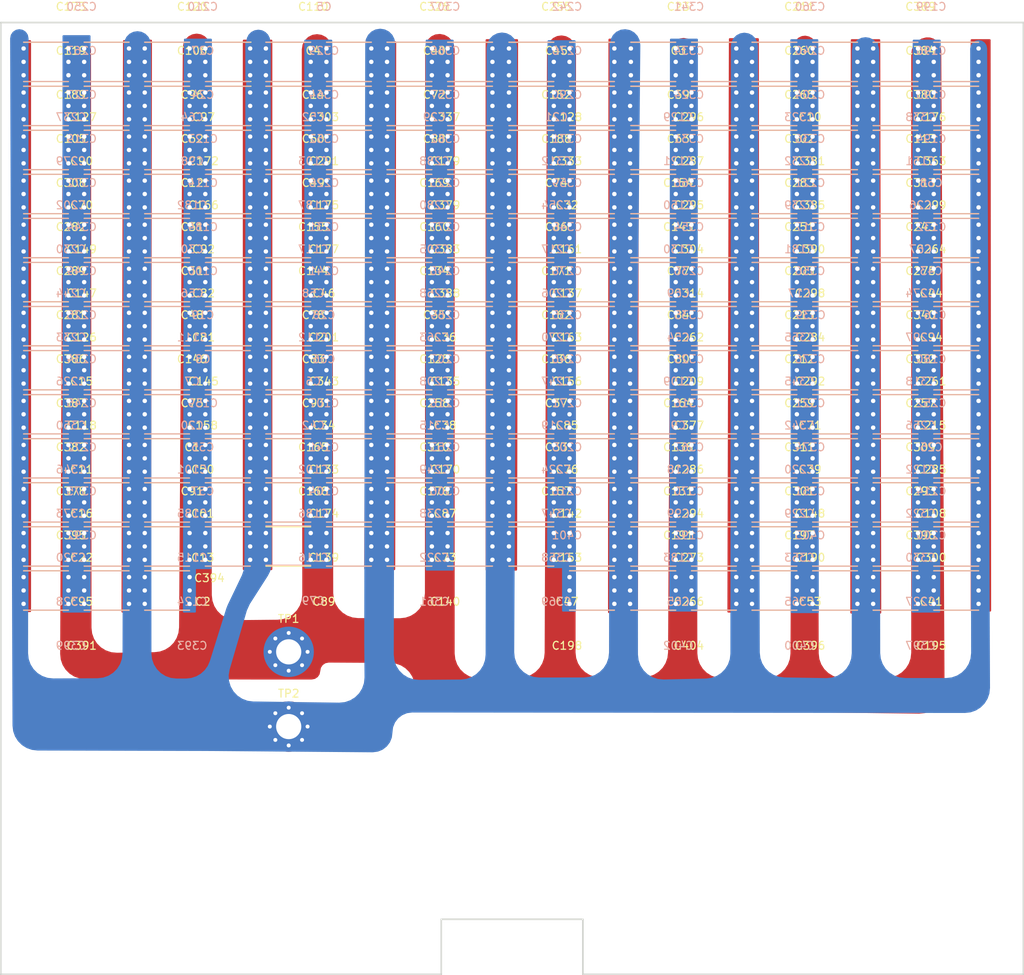
<source format=kicad_pcb>
(kicad_pcb (version 20171130) (host pcbnew "(5.0.0)")
  (layers (0 F.Cu signal) (31 B.Cu signal) (34 B.Paste user) (35 F.Paste user) (36 B.SilkS user) (37 F.SilkS user) (38 B.Mask user) (39 F.Mask user) (44 Edge.Cuts user))
  (net 0 "")
  (net 1 /C1-)
  (net 2 /C1+)
  (module user_dc:C_2220_Sm (layer B.Cu) (at 53.3 -95)
    (fp_text reference C194 (at -0.0254 -4.2164) (layer B.SilkS) (effects (justify mirror)))
    (fp_text value C)
    (pad 1 smd rect (at 0.305 2.805) (size 1.25 5) (layers B.Cu B.Paste B.Mask) (net 2 /C1+))
    (pad 2 smd rect (at 6.005 2.805) (size 1.25 5) (layers B.Cu B.Paste B.Mask) (net 1 /C1-))
  )
  (module user_dc:C_2220_Sm (layer B.Cu) (at 53.3 -100.6)
    (fp_text reference C193 (at -0.0254 -4.2164) (layer B.SilkS) (effects (justify mirror)))
    (fp_text value C)
    (pad 2 smd rect (at 6.005 2.805) (size 1.25 5) (layers B.Cu B.Paste B.Mask) (net 1 /C1-))
    (pad 1 smd rect (at 0.305 2.805) (size 1.25 5) (layers B.Cu B.Paste B.Mask) (net 2 /C1+))
  )
  (module user_dc:C_2220_Sm (layer F.Cu) (at 53.3 -39)
    (fp_text reference C195 (at -0.0254 4.2164) (layer F.SilkS))
    (fp_text value C)
    (pad 1 smd rect (at 0.305 -2.805) (size 1.25 5) (layers F.Cu F.Paste F.Mask) (net 2 /C1+))
    (pad 2 smd rect (at 6.005 -2.805) (size 1.25 5) (layers F.Cu F.Paste F.Mask) (net 1 /C1-))
  )
  (module user_dc:C_2220_Sm (layer B.Cu) (at 53.3 -106.2)
    (fp_text reference C196 (at -0.0254 -4.2164) (layer B.SilkS) (effects (justify mirror)))
    (fp_text value C)
    (pad 2 smd rect (at 6.005 2.805) (size 1.25 5) (layers B.Cu B.Paste B.Mask) (net 1 /C1-))
    (pad 1 smd rect (at 0.305 2.805) (size 1.25 5) (layers B.Cu B.Paste B.Mask) (net 2 /C1+))
  )
  (module user_dc:C_2220_Sm (layer F.Cu) (at 36.5 -44.6 180)
    (fp_text reference C197 (at -0.0254 4.2164 180) (layer F.SilkS))
    (fp_text value C)
    (pad 1 smd rect (at 0.305 -2.805 180) (size 1.25 5) (layers F.Cu F.Paste F.Mask) (net 2 /C1+))
    (pad 2 smd rect (at 6.005 -2.805 180) (size 1.25 5) (layers F.Cu F.Paste F.Mask) (net 1 /C1-))
  )
  (module user_dc:C_2220_Sm (layer F.Cu) (at 7 -39)
    (fp_text reference C198 (at -0.0254 4.2164) (layer F.SilkS))
    (fp_text value C)
    (pad 2 smd rect (at 6.005 -2.805) (size 1.25 5) (layers F.Cu F.Paste F.Mask) (net 1 /C1-))
    (pad 1 smd rect (at 0.305 -2.805) (size 1.25 5) (layers F.Cu F.Paste F.Mask) (net 2 /C1+))
  )
  (module user_dc:C_2220_Sm (layer B.Cu) (at 53.3 -111.8)
    (fp_text reference C199 (at -0.0254 -4.2164) (layer B.SilkS) (effects (justify mirror)))
    (fp_text value C)
    (pad 1 smd rect (at 0.305 2.805) (size 1.25 5) (layers B.Cu B.Paste B.Mask) (net 2 /C1+))
    (pad 2 smd rect (at 6.005 2.805) (size 1.25 5) (layers B.Cu B.Paste B.Mask) (net 1 /C1-))
  )
  (module user_dc:C_2220_Sm (layer B.Cu) (at 53.3 -44.6)
    (fp_text reference C200 (at -0.0254 -4.2164) (layer B.SilkS) (effects (justify mirror)))
    (fp_text value C)
    (pad 2 smd rect (at 6.005 2.805) (size 1.25 5) (layers B.Cu B.Paste B.Mask) (net 1 /C1-))
    (pad 1 smd rect (at 0.305 2.805) (size 1.25 5) (layers B.Cu B.Paste B.Mask) (net 2 /C1+))
  )
  (module user_dc:C_2220_Sm (layer F.Cu) (at 21.1 -44.6 180)
    (fp_text reference C191 (at -0.0254 4.2164 180) (layer F.SilkS))
    (fp_text value C)
    (pad 1 smd rect (at 0.305 -2.805 180) (size 1.25 5) (layers F.Cu F.Paste F.Mask) (net 2 /C1+))
    (pad 2 smd rect (at 6.005 -2.805 180) (size 1.25 5) (layers F.Cu F.Paste F.Mask) (net 1 /C1-))
  )
  (module user_dc:C_2220_Sm (layer B.Cu) (at 22.5 -44.6)
    (fp_text reference C192 (at -0.0254 -4.2164) (layer B.SilkS) (effects (justify mirror)))
    (fp_text value C)
    (pad 2 smd rect (at 6.005 2.805) (size 1.25 5) (layers B.Cu B.Paste B.Mask) (net 1 /C1-))
    (pad 1 smd rect (at 0.305 2.805) (size 1.25 5) (layers B.Cu B.Paste B.Mask) (net 2 /C1+))
  )
  (module user_dc:C_2220_Sm (layer F.Cu) (at -40.7 -44.6 180)
    (fp_text reference C394 (at -2.225 -1.217001 180) (layer F.SilkS))
    (fp_text value C)
    (pad 1 smd rect (at 0.305 -2.805 180) (size 1.25 5) (layers F.Cu F.Paste F.Mask) (net 2 /C1+))
    (pad 2 smd rect (at 6.005 -2.805 180) (size 1.25 5) (layers F.Cu F.Paste F.Mask) (net 1 /C1-))
  )
  (module user_dc:C_2220_Sm (layer F.Cu) (at -54.7 -39)
    (fp_text reference C391 (at -0.0254 4.2164) (layer F.SilkS))
    (fp_text value C)
    (pad 2 smd rect (at 6.005 -2.805) (size 1.25 5) (layers F.Cu F.Paste F.Mask) (net 1 /C1-))
    (pad 1 smd rect (at 0.305 -2.805) (size 1.25 5) (layers F.Cu F.Paste F.Mask) (net 2 /C1+))
  )
  (module user_dc:C_2220_Sm (layer B.Cu) (at -40.7 -39 180)
    (fp_text reference C393 (at -0.0254 -4.2164 180) (layer B.SilkS) (effects (justify mirror)))
    (fp_text value C)
    (pad 1 smd rect (at 0.305 2.805 180) (size 1.25 5) (layers B.Cu B.Paste B.Mask) (net 2 /C1+))
    (pad 2 smd rect (at 6.005 2.805 180) (size 1.25 5) (layers B.Cu B.Paste B.Mask) (net 1 /C1-))
  )
  (module user_dc:C_2220_Sm (layer F.Cu) (at -56.1 -44.6 180)
    (fp_text reference C395 (at -0.0254 4.2164 180) (layer F.SilkS))
    (fp_text value C)
    (pad 2 smd rect (at 6.005 -2.805 180) (size 1.25 5) (layers F.Cu F.Paste F.Mask) (net 1 /C1-))
    (pad 1 smd rect (at 0.305 -2.805 180) (size 1.25 5) (layers F.Cu F.Paste F.Mask) (net 2 /C1+))
  )
  (module user_dc:C_2220_Sm (layer F.Cu) (at 37.9 -39)
    (fp_text reference C396 (at -0.0254 4.2164) (layer F.SilkS))
    (fp_text value C)
    (pad 1 smd rect (at 0.305 -2.805) (size 1.25 5) (layers F.Cu F.Paste F.Mask) (net 2 /C1+))
    (pad 2 smd rect (at 6.005 -2.805) (size 1.25 5) (layers F.Cu F.Paste F.Mask) (net 1 /C1-))
  )
  (module user_dc:C_2220_Sm (layer B.Cu) (at 51.9 -39 180)
    (fp_text reference C397 (at -0.0254 -4.2164 180) (layer B.SilkS) (effects (justify mirror)))
    (fp_text value C)
    (pad 2 smd rect (at 6.005 2.805 180) (size 1.25 5) (layers B.Cu B.Paste B.Mask) (net 1 /C1-))
    (pad 1 smd rect (at 0.305 2.805 180) (size 1.25 5) (layers B.Cu B.Paste B.Mask) (net 2 /C1+))
  )
  (module user_dc:C_2220_Sm (layer F.Cu) (at 51.9 -44.6 180)
    (fp_text reference C398 (at -0.0254 4.2164 180) (layer F.SilkS))
    (fp_text value C)
    (pad 1 smd rect (at 0.305 -2.805 180) (size 1.25 5) (layers F.Cu F.Paste F.Mask) (net 2 /C1+))
    (pad 2 smd rect (at 6.005 -2.805 180) (size 1.25 5) (layers F.Cu F.Paste F.Mask) (net 1 /C1-))
  )
  (module user_dc:C_2220_Sm (layer B.Cu) (at -56.1 -39 180)
    (fp_text reference C399 (at -0.0254 -4.2164 180) (layer B.SilkS) (effects (justify mirror)))
    (fp_text value C)
    (pad 2 smd rect (at 6.005 2.805 180) (size 1.25 5) (layers B.Cu B.Paste B.Mask) (net 1 /C1-))
    (pad 1 smd rect (at 0.305 2.805 180) (size 1.25 5) (layers B.Cu B.Paste B.Mask) (net 2 /C1+))
  )
  (module user_dc:C_2220_Sm (layer B.Cu) (at 36.5 -39 180)
    (fp_text reference C400 (at -0.0254 -4.2164 180) (layer B.SilkS) (effects (justify mirror)))
    (fp_text value C)
    (pad 1 smd rect (at 0.305 2.805 180) (size 1.25 5) (layers B.Cu B.Paste B.Mask) (net 2 /C1+))
    (pad 2 smd rect (at 6.005 2.805 180) (size 1.25 5) (layers B.Cu B.Paste B.Mask) (net 1 /C1-))
  )
  (module user_dc:C_2220_Sm (layer B.Cu) (at 7 -44.6)
    (fp_text reference C401 (at -0.0254 -4.2164) (layer B.SilkS) (effects (justify mirror)))
    (fp_text value C)
    (pad 2 smd rect (at 6.005 2.805) (size 1.25 5) (layers B.Cu B.Paste B.Mask) (net 1 /C1-))
    (pad 1 smd rect (at 0.305 2.805) (size 1.25 5) (layers B.Cu B.Paste B.Mask) (net 2 /C1+))
  )
  (module user_dc:C_2220_Sm (layer B.Cu) (at 21.1 -39 180)
    (fp_text reference C402 (at -0.0254 -4.2164 180) (layer B.SilkS) (effects (justify mirror)))
    (fp_text value C)
    (pad 1 smd rect (at 0.305 2.805 180) (size 1.25 5) (layers B.Cu B.Paste B.Mask) (net 2 /C1+))
    (pad 2 smd rect (at 6.005 2.805 180) (size 1.25 5) (layers B.Cu B.Paste B.Mask) (net 1 /C1-))
  )
  (module user_dc:C_2220_Sm (layer B.Cu) (at 37.9 -44.6)
    (fp_text reference C403 (at -0.0254 -4.2164) (layer B.SilkS) (effects (justify mirror)))
    (fp_text value C)
    (pad 2 smd rect (at 6.005 2.805) (size 1.25 5) (layers B.Cu B.Paste B.Mask) (net 1 /C1-))
    (pad 1 smd rect (at 0.305 2.805) (size 1.25 5) (layers B.Cu B.Paste B.Mask) (net 2 /C1+))
  )
  (module user_dc:C_2220_Sm (layer F.Cu) (at 22.5 -39)
    (fp_text reference C404 (at -0.0254 4.2164) (layer F.SilkS))
    (fp_text value C)
    (pad 1 smd rect (at 0.305 -2.805) (size 1.25 5) (layers F.Cu F.Paste F.Mask) (net 2 /C1+))
    (pad 2 smd rect (at 6.005 -2.805) (size 1.25 5) (layers F.Cu F.Paste F.Mask) (net 1 /C1-))
  )
  (module user_dc:C_2220_Sm (layer B.Cu) (at -54.7 -44.6)
    (fp_text reference C392 (at -0.0254 -4.2164) (layer B.SilkS) (effects (justify mirror)))
    (fp_text value C)
    (pad 2 smd rect (at 6.005 2.805) (size 1.25 5) (layers B.Cu B.Paste B.Mask) (net 1 /C1-))
    (pad 1 smd rect (at 0.305 2.805) (size 1.25 5) (layers B.Cu B.Paste B.Mask) (net 2 /C1+))
  )
  (module user_dc:C_2220_Sm (layer F.Cu) (at -23.9 -72.6)
    (fp_text reference C343 (at -0.0254 4.2164) (layer F.SilkS))
    (fp_text value C)
    (pad 1 smd rect (at 0.305 -2.805) (size 1.25 5) (layers F.Cu F.Paste F.Mask) (net 2 /C1+))
    (pad 2 smd rect (at 6.005 -2.805) (size 1.25 5) (layers F.Cu F.Paste F.Mask) (net 1 /C1-))
  )
  (module user_dc:C_2220_Sm (layer B.Cu) (at 36.5 -67 180)
    (fp_text reference C342 (at -0.0254 -4.2164 180) (layer B.SilkS) (effects (justify mirror)))
    (fp_text value C)
    (pad 2 smd rect (at 6.005 2.805 180) (size 1.25 5) (layers B.Cu B.Paste B.Mask) (net 1 /C1-))
    (pad 1 smd rect (at 0.305 2.805 180) (size 1.25 5) (layers B.Cu B.Paste B.Mask) (net 2 /C1+))
  )
  (module user_dc:C_2220_Sm (layer B.Cu) (at 22.5 -111.8)
    (fp_text reference C341 (at -0.0254 -4.2164) (layer B.SilkS) (effects (justify mirror)))
    (fp_text value C)
    (pad 2 smd rect (at 6.005 2.805) (size 1.25 5) (layers B.Cu B.Paste B.Mask) (net 1 /C1-))
    (pad 1 smd rect (at 0.305 2.805) (size 1.25 5) (layers B.Cu B.Paste B.Mask) (net 2 /C1+))
  )
  (module user_dc:C_2220_Sm (layer F.Cu) (at 51.9 -72.6 180)
    (fp_text reference C340 (at -0.0254 4.2164 180) (layer F.SilkS))
    (fp_text value C)
    (pad 2 smd rect (at 6.005 -2.805 180) (size 1.25 5) (layers F.Cu F.Paste F.Mask) (net 1 /C1-))
    (pad 1 smd rect (at 0.305 -2.805 180) (size 1.25 5) (layers F.Cu F.Paste F.Mask) (net 2 /C1+))
  )
  (module user_dc:C_2220_Sm (layer B.Cu) (at 37.96 -72.6)
    (fp_text reference C339 (at -0.0254 -4.2164) (layer B.SilkS) (effects (justify mirror)))
    (fp_text value C)
    (pad 2 smd rect (at 6.005 2.805) (size 1.25 5) (layers B.Cu B.Paste B.Mask) (net 1 /C1-))
    (pad 1 smd rect (at 0.305 2.805) (size 1.25 5) (layers B.Cu B.Paste B.Mask) (net 2 /C1+))
  )
  (module user_dc:C_2220_Sm (layer B.Cu) (at 51.9 -106.2 180)
    (fp_text reference C338 (at -0.0254 -4.2164 180) (layer B.SilkS) (effects (justify mirror)))
    (fp_text value C)
    (pad 1 smd rect (at 0.305 2.805 180) (size 1.25 5) (layers B.Cu B.Paste B.Mask) (net 2 /C1+))
    (pad 2 smd rect (at 6.005 2.805 180) (size 1.25 5) (layers B.Cu B.Paste B.Mask) (net 1 /C1-))
  )
  (module user_dc:C_2220_Sm (layer F.Cu) (at -8.5 -106.2)
    (fp_text reference C337 (at -0.0254 4.2164) (layer F.SilkS))
    (fp_text value C)
    (pad 1 smd rect (at 0.305 -2.805) (size 1.25 5) (layers F.Cu F.Paste F.Mask) (net 2 /C1+))
    (pad 2 smd rect (at 6.005 -2.805) (size 1.25 5) (layers F.Cu F.Paste F.Mask) (net 1 /C1-))
  )
  (module user_dc:C_2220_Sm (layer B.Cu) (at 37.9 -95)
    (fp_text reference C336 (at -0.0254 -4.2164) (layer B.SilkS) (effects (justify mirror)))
    (fp_text value C)
    (pad 2 smd rect (at 6.005 2.805) (size 1.25 5) (layers B.Cu B.Paste B.Mask) (net 1 /C1-))
    (pad 1 smd rect (at 0.305 2.805) (size 1.25 5) (layers B.Cu B.Paste B.Mask) (net 2 /C1+))
  )
  (module user_dc:C_2220_Sm (layer B.Cu) (at 22.5 -72.6)
    (fp_text reference C335 (at -0.0254 -4.2164) (layer B.SilkS) (effects (justify mirror)))
    (fp_text value C)
    (pad 2 smd rect (at 6.005 2.805) (size 1.25 5) (layers B.Cu B.Paste B.Mask) (net 1 /C1-))
    (pad 1 smd rect (at 0.305 2.805) (size 1.25 5) (layers B.Cu B.Paste B.Mask) (net 2 /C1+))
  )
  (module user_dc:C_2220_Sm (layer B.Cu) (at 22.5 -106.2)
    (fp_text reference C334 (at -0.0254 -4.2164) (layer B.SilkS) (effects (justify mirror)))
    (fp_text value C)
    (pad 2 smd rect (at 6.005 2.805) (size 1.25 5) (layers B.Cu B.Paste B.Mask) (net 1 /C1-))
    (pad 1 smd rect (at 0.305 2.805) (size 1.25 5) (layers B.Cu B.Paste B.Mask) (net 2 /C1+))
  )
  (module user_dc:C_2220_Sm (layer F.Cu) (at 7 -100.6)
    (fp_text reference C333 (at -0.0254 4.2164) (layer F.SilkS))
    (fp_text value C)
    (pad 2 smd rect (at 6.005 -2.805) (size 1.25 5) (layers F.Cu F.Paste F.Mask) (net 1 /C1-))
    (pad 1 smd rect (at 0.305 -2.805) (size 1.25 5) (layers F.Cu F.Paste F.Mask) (net 2 /C1+))
  )
  (module user_dc:C_2220_Sm (layer F.Cu) (at 51.9 -67 180)
    (fp_text reference C332 (at -0.0254 4.2164 180) (layer F.SilkS))
    (fp_text value C)
    (pad 2 smd rect (at 6.005 -2.805 180) (size 1.25 5) (layers F.Cu F.Paste F.Mask) (net 1 /C1-))
    (pad 1 smd rect (at 0.305 -2.805 180) (size 1.25 5) (layers F.Cu F.Paste F.Mask) (net 2 /C1+))
  )
  (module user_dc:C_2220_Sm (layer F.Cu) (at -40.7 -55.8 180)
    (fp_text reference C1 (at -0.0254 4.2164 180) (layer F.SilkS))
    (fp_text value C)
    (pad 1 smd rect (at 0.305 -2.805 180) (size 1.25 5) (layers F.Cu F.Paste F.Mask) (net 2 /C1+))
    (pad 2 smd rect (at 6.005 -2.805 180) (size 1.25 5) (layers F.Cu F.Paste F.Mask) (net 1 /C1-))
  )
  (module user_dc:C_2220_Sm (layer B.Cu) (at 37.9 -67)
    (fp_text reference C376 (at -0.0254 -4.2164) (layer B.SilkS) (effects (justify mirror)))
    (fp_text value C)
    (pad 2 smd rect (at 6.005 2.805) (size 1.25 5) (layers B.Cu B.Paste B.Mask) (net 1 /C1-))
    (pad 1 smd rect (at 0.305 2.805) (size 1.25 5) (layers B.Cu B.Paste B.Mask) (net 2 /C1+))
  )
  (module user_dc:C_2220_Sm (layer B.Cu) (at -56.1 -44.6 180)
    (fp_text reference C328 (at -0.0254 -4.2164 180) (layer B.SilkS) (effects (justify mirror)))
    (fp_text value C)
    (pad 1 smd rect (at 0.305 2.805 180) (size 1.25 5) (layers B.Cu B.Paste B.Mask) (net 2 /C1+))
    (pad 2 smd rect (at 6.005 2.805 180) (size 1.25 5) (layers B.Cu B.Paste B.Mask) (net 1 /C1-))
  )
  (module user_dc:C_2220_Sm (layer B.Cu) (at -54.7 -100.6)
    (fp_text reference C327 (at -0.0254 -4.2164) (layer B.SilkS) (effects (justify mirror)))
    (fp_text value C)
    (pad 1 smd rect (at 0.305 2.805) (size 1.25 5) (layers B.Cu B.Paste B.Mask) (net 2 /C1+))
    (pad 2 smd rect (at 6.005 2.805) (size 1.25 5) (layers B.Cu B.Paste B.Mask) (net 1 /C1-))
  )
  (module user_dc:C_2220_Sm (layer F.Cu) (at -9.9 -111.8 180)
    (fp_text reference C326 (at -0.0254 4.2164 180) (layer F.SilkS))
    (fp_text value C)
    (pad 1 smd rect (at 0.305 -2.805 180) (size 1.25 5) (layers F.Cu F.Paste F.Mask) (net 2 /C1+))
    (pad 2 smd rect (at 6.005 -2.805 180) (size 1.25 5) (layers F.Cu F.Paste F.Mask) (net 1 /C1-))
  )
  (module user_dc:C_2220_Sm (layer B.Cu) (at 22.5 -67)
    (fp_text reference C325 (at -0.0254 -4.2164) (layer B.SilkS) (effects (justify mirror)))
    (fp_text value C)
    (pad 2 smd rect (at 6.005 2.805) (size 1.25 5) (layers B.Cu B.Paste B.Mask) (net 1 /C1-))
    (pad 1 smd rect (at 0.305 2.805) (size 1.25 5) (layers B.Cu B.Paste B.Mask) (net 2 /C1+))
  )
  (module user_dc:C_2220_Sm (layer B.Cu) (at 22.5 -100.6)
    (fp_text reference C324 (at -0.0254 -4.2164) (layer B.SilkS) (effects (justify mirror)))
    (fp_text value C)
    (pad 2 smd rect (at 6.005 2.805) (size 1.25 5) (layers B.Cu B.Paste B.Mask) (net 1 /C1-))
    (pad 1 smd rect (at 0.305 2.805) (size 1.25 5) (layers B.Cu B.Paste B.Mask) (net 2 /C1+))
  )
  (module user_dc:C_2220_Sm (layer B.Cu) (at 36.5 -106.2 180)
    (fp_text reference C323 (at -0.0254 -4.2164 180) (layer B.SilkS) (effects (justify mirror)))
    (fp_text value C)
    (pad 1 smd rect (at 0.305 2.805 180) (size 1.25 5) (layers B.Cu B.Paste B.Mask) (net 2 /C1+))
    (pad 2 smd rect (at 6.005 2.805 180) (size 1.25 5) (layers B.Cu B.Paste B.Mask) (net 1 /C1-))
  )
  (module user_dc:C_2220_Sm (layer B.Cu) (at 51.9 -55.8 180)
    (fp_text reference C322 (at -0.0254 -4.2164 180) (layer B.SilkS) (effects (justify mirror)))
    (fp_text value C)
    (pad 2 smd rect (at 6.005 2.805 180) (size 1.25 5) (layers B.Cu B.Paste B.Mask) (net 1 /C1-))
    (pad 1 smd rect (at 0.305 2.805 180) (size 1.25 5) (layers B.Cu B.Paste B.Mask) (net 2 /C1+))
  )
  (module user_dc:C_2220_Sm (layer B.Cu) (at 37.9 -61.4)
    (fp_text reference C321 (at -0.0254 -4.2164) (layer B.SilkS) (effects (justify mirror)))
    (fp_text value C)
    (pad 2 smd rect (at 6.005 2.805) (size 1.25 5) (layers B.Cu B.Paste B.Mask) (net 1 /C1-))
    (pad 1 smd rect (at 0.305 2.805) (size 1.25 5) (layers B.Cu B.Paste B.Mask) (net 2 /C1+))
  )
  (module user_dc:C_2220_Sm (layer B.Cu) (at -56.1 -50.2 180)
    (fp_text reference C320 (at -0.0254 -4.2164 180) (layer B.SilkS) (effects (justify mirror)))
    (fp_text value C)
    (pad 1 smd rect (at 0.305 2.805 180) (size 1.25 5) (layers B.Cu B.Paste B.Mask) (net 2 /C1+))
    (pad 2 smd rect (at 6.005 2.805 180) (size 1.25 5) (layers B.Cu B.Paste B.Mask) (net 1 /C1-))
  )
  (module user_dc:C_2220_Sm (layer B.Cu) (at -54.7 -95)
    (fp_text reference C319 (at -0.0254 -4.2164) (layer B.SilkS) (effects (justify mirror)))
    (fp_text value C)
    (pad 1 smd rect (at 0.305 2.805) (size 1.25 5) (layers B.Cu B.Paste B.Mask) (net 2 /C1+))
    (pad 2 smd rect (at 6.005 2.805) (size 1.25 5) (layers B.Cu B.Paste B.Mask) (net 1 /C1-))
  )
  (module user_dc:C_2220_Sm (layer B.Cu) (at 51.9 -72.6 180)
    (fp_text reference C318 (at -0.0254 -4.2164 180) (layer B.SilkS) (effects (justify mirror)))
    (fp_text value C)
    (pad 1 smd rect (at 0.305 2.805 180) (size 1.25 5) (layers B.Cu B.Paste B.Mask) (net 2 /C1+))
    (pad 2 smd rect (at 6.005 2.805 180) (size 1.25 5) (layers B.Cu B.Paste B.Mask) (net 1 /C1-))
  )
  (module user_dc:C_2220_Sm (layer B.Cu) (at 37.9 -83.8)
    (fp_text reference C317 (at -0.0254 -4.2164) (layer B.SilkS) (effects (justify mirror)))
    (fp_text value C)
    (pad 2 smd rect (at 6.005 2.805) (size 1.25 5) (layers B.Cu B.Paste B.Mask) (net 1 /C1-))
    (pad 1 smd rect (at 0.305 2.805) (size 1.25 5) (layers B.Cu B.Paste B.Mask) (net 2 /C1+))
  )
  (module user_dc:C_2220_Sm (layer B.Cu) (at 22.5 -61.4)
    (fp_text reference C316 (at -0.0254 -4.2164) (layer B.SilkS) (effects (justify mirror)))
    (fp_text value C)
    (pad 2 smd rect (at 6.005 2.805) (size 1.25 5) (layers B.Cu B.Paste B.Mask) (net 1 /C1-))
    (pad 1 smd rect (at 0.305 2.805) (size 1.25 5) (layers B.Cu B.Paste B.Mask) (net 2 /C1+))
  )
  (module user_dc:C_2220_Sm (layer B.Cu) (at 22.5 -95)
    (fp_text reference C331 (at -0.0254 -4.2164) (layer B.SilkS) (effects (justify mirror)))
    (fp_text value C)
    (pad 2 smd rect (at 6.005 2.805) (size 1.25 5) (layers B.Cu B.Paste B.Mask) (net 1 /C1-))
    (pad 1 smd rect (at 0.305 2.805) (size 1.25 5) (layers B.Cu B.Paste B.Mask) (net 2 /C1+))
  )
  (module user_dc:C_2220_Sm (layer B.Cu) (at 51.9 -50.2 180)
    (fp_text reference C330 (at -0.0254 -4.2164 180) (layer B.SilkS) (effects (justify mirror)))
    (fp_text value C)
    (pad 2 smd rect (at 6.005 2.805 180) (size 1.25 5) (layers B.Cu B.Paste B.Mask) (net 1 /C1-))
    (pad 1 smd rect (at 0.305 2.805 180) (size 1.25 5) (layers B.Cu B.Paste B.Mask) (net 2 /C1+))
  )
  (module user_dc:C_2220_Sm (layer B.Cu) (at -23.9 -106.2)
    (fp_text reference C329 (at -0.0254 -4.2164) (layer B.SilkS) (effects (justify mirror)))
    (fp_text value C)
    (pad 1 smd rect (at 0.305 2.805) (size 1.25 5) (layers B.Cu B.Paste B.Mask) (net 2 /C1+))
    (pad 2 smd rect (at 6.005 2.805) (size 1.25 5) (layers B.Cu B.Paste B.Mask) (net 1 /C1-))
  )
  (module user_dc:C_2220_Sm (layer B.Cu) (at 37.9 -55.8)
    (fp_text reference C374 (at -0.0254 -4.2164) (layer B.SilkS) (effects (justify mirror)))
    (fp_text value C)
    (pad 2 smd rect (at 6.005 2.805) (size 1.25 5) (layers B.Cu B.Paste B.Mask) (net 1 /C1-))
    (pad 1 smd rect (at 0.305 2.805) (size 1.25 5) (layers B.Cu B.Paste B.Mask) (net 2 /C1+))
  )
  (module user_dc:C_2220_Sm (layer B.Cu) (at -56.1 -55.8 180)
    (fp_text reference C373 (at -0.0254 -4.2164 180) (layer B.SilkS) (effects (justify mirror)))
    (fp_text value C)
    (pad 1 smd rect (at 0.305 2.805 180) (size 1.25 5) (layers B.Cu B.Paste B.Mask) (net 2 /C1+))
    (pad 2 smd rect (at 6.005 2.805 180) (size 1.25 5) (layers B.Cu B.Paste B.Mask) (net 1 /C1-))
  )
  (module user_dc:C_2220_Sm (layer B.Cu) (at -54.7 -89.4)
    (fp_text reference C372 (at -0.0254 -4.2164) (layer B.SilkS) (effects (justify mirror)))
    (fp_text value C)
    (pad 1 smd rect (at 0.305 2.805) (size 1.25 5) (layers B.Cu B.Paste B.Mask) (net 2 /C1+))
    (pad 2 smd rect (at 6.005 2.805) (size 1.25 5) (layers B.Cu B.Paste B.Mask) (net 1 /C1-))
  )
  (module user_dc:C_2220_Sm (layer B.Cu) (at 7 -95)
    (fp_text reference C371 (at -0.0254 -4.2164) (layer B.SilkS) (effects (justify mirror)))
    (fp_text value C)
    (pad 1 smd rect (at 0.305 2.805) (size 1.25 5) (layers B.Cu B.Paste B.Mask) (net 2 /C1+))
    (pad 2 smd rect (at 6.005 2.805) (size 1.25 5) (layers B.Cu B.Paste B.Mask) (net 1 /C1-))
  )
  (module user_dc:C_2220_Sm (layer B.Cu) (at 22.5 -50.2)
    (fp_text reference C370 (at -0.0254 -4.2164) (layer B.SilkS) (effects (justify mirror)))
    (fp_text value C)
    (pad 2 smd rect (at 6.005 2.805) (size 1.25 5) (layers B.Cu B.Paste B.Mask) (net 1 /C1-))
    (pad 1 smd rect (at 0.305 2.805) (size 1.25 5) (layers B.Cu B.Paste B.Mask) (net 2 /C1+))
  )
  (module user_dc:C_2220_Sm (layer B.Cu) (at 5.6 -44.6 180)
    (fp_text reference C369 (at -0.0254 -4.2164 180) (layer B.SilkS) (effects (justify mirror)))
    (fp_text value C)
    (pad 1 smd rect (at 0.305 2.805 180) (size 1.25 5) (layers B.Cu B.Paste B.Mask) (net 2 /C1+))
    (pad 2 smd rect (at 6.005 2.805 180) (size 1.25 5) (layers B.Cu B.Paste B.Mask) (net 1 /C1-))
  )
  (module user_dc:C_2220_Sm (layer B.Cu) (at -8.5 -106.2)
    (fp_text reference C368 (at -0.0254 -4.2164) (layer B.SilkS) (effects (justify mirror)))
    (fp_text value C)
    (pad 1 smd rect (at 0.305 2.805) (size 1.25 5) (layers B.Cu B.Paste B.Mask) (net 2 /C1+))
    (pad 2 smd rect (at 6.005 2.805) (size 1.25 5) (layers B.Cu B.Paste B.Mask) (net 1 /C1-))
  )
  (module user_dc:C_2220_Sm (layer B.Cu) (at 22.5 -55.8)
    (fp_text reference C367 (at -0.0254 -4.2164) (layer B.SilkS) (effects (justify mirror)))
    (fp_text value C)
    (pad 2 smd rect (at 6.005 2.805) (size 1.25 5) (layers B.Cu B.Paste B.Mask) (net 1 /C1-))
    (pad 1 smd rect (at 0.305 2.805) (size 1.25 5) (layers B.Cu B.Paste B.Mask) (net 2 /C1+))
  )
  (module user_dc:C_2220_Sm (layer B.Cu) (at 22.5 -89.4)
    (fp_text reference C366 (at -0.0254 -4.2164) (layer B.SilkS) (effects (justify mirror)))
    (fp_text value C)
    (pad 2 smd rect (at 6.005 2.805) (size 1.25 5) (layers B.Cu B.Paste B.Mask) (net 1 /C1-))
    (pad 1 smd rect (at 0.305 2.805) (size 1.25 5) (layers B.Cu B.Paste B.Mask) (net 2 /C1+))
  )
  (module user_dc:C_2220_Sm (layer B.Cu) (at 36.5 -44.6 180)
    (fp_text reference C365 (at -0.0254 -4.2164 180) (layer B.SilkS) (effects (justify mirror)))
    (fp_text value C)
    (pad 2 smd rect (at 6.005 2.805 180) (size 1.25 5) (layers B.Cu B.Paste B.Mask) (net 1 /C1-))
    (pad 1 smd rect (at 0.305 2.805 180) (size 1.25 5) (layers B.Cu B.Paste B.Mask) (net 2 /C1+))
  )
  (module user_dc:C_2220_Sm (layer B.Cu) (at -23.9 -100.6)
    (fp_text reference C364 (at -0.0254 -4.2164) (layer B.SilkS) (effects (justify mirror)))
    (fp_text value C)
    (pad 1 smd rect (at 0.305 2.805) (size 1.25 5) (layers B.Cu B.Paste B.Mask) (net 2 /C1+))
    (pad 2 smd rect (at 6.005 2.805) (size 1.25 5) (layers B.Cu B.Paste B.Mask) (net 1 /C1-))
  )
  (module user_dc:C_2220_Sm (layer F.Cu) (at 53.3 -100.6)
    (fp_text reference C363 (at -0.0254 4.2164) (layer F.SilkS))
    (fp_text value C)
    (pad 1 smd rect (at 0.305 -2.805) (size 1.25 5) (layers F.Cu F.Paste F.Mask) (net 2 /C1+))
    (pad 2 smd rect (at 6.005 -2.805) (size 1.25 5) (layers F.Cu F.Paste F.Mask) (net 1 /C1-))
  )
  (module user_dc:C_2220_Sm (layer B.Cu) (at -56.1 -61.4 180)
    (fp_text reference C346 (at -0.0254 -4.2164 180) (layer B.SilkS) (effects (justify mirror)))
    (fp_text value C)
    (pad 1 smd rect (at 0.305 2.805 180) (size 1.25 5) (layers B.Cu B.Paste B.Mask) (net 2 /C1+))
    (pad 2 smd rect (at 6.005 2.805 180) (size 1.25 5) (layers B.Cu B.Paste B.Mask) (net 1 /C1-))
  )
  (module user_dc:C_2220_Sm (layer B.Cu) (at -54.7 -83.8)
    (fp_text reference C344 (at -0.0254 -4.2164) (layer B.SilkS) (effects (justify mirror)))
    (fp_text value C)
    (pad 1 smd rect (at 0.305 2.805) (size 1.25 5) (layers B.Cu B.Paste B.Mask) (net 2 /C1+))
    (pad 2 smd rect (at 6.005 2.805) (size 1.25 5) (layers B.Cu B.Paste B.Mask) (net 1 /C1-))
  )
  (module user_dc:C_2220_Sm (layer B.Cu) (at 7 -89.4)
    (fp_text reference C359 (at -0.0254 -4.2164) (layer B.SilkS) (effects (justify mirror)))
    (fp_text value C)
    (pad 1 smd rect (at 0.305 2.805) (size 1.25 5) (layers B.Cu B.Paste B.Mask) (net 2 /C1+))
    (pad 2 smd rect (at 6.005 2.805) (size 1.25 5) (layers B.Cu B.Paste B.Mask) (net 1 /C1-))
  )
  (module user_dc:C_2220_Sm (layer B.Cu) (at 5.6 -50.2 180)
    (fp_text reference C358 (at -0.0254 -4.2164 180) (layer B.SilkS) (effects (justify mirror)))
    (fp_text value C)
    (pad 1 smd rect (at 0.305 2.805 180) (size 1.25 5) (layers B.Cu B.Paste B.Mask) (net 2 /C1+))
    (pad 2 smd rect (at 6.005 2.805 180) (size 1.25 5) (layers B.Cu B.Paste B.Mask) (net 1 /C1-))
  )
  (module user_dc:C_2220_Sm (layer B.Cu) (at -8.5 -100.6)
    (fp_text reference C357 (at -0.0254 -4.2164) (layer B.SilkS) (effects (justify mirror)))
    (fp_text value C)
    (pad 1 smd rect (at 0.305 2.805) (size 1.25 5) (layers B.Cu B.Paste B.Mask) (net 2 /C1+))
    (pad 2 smd rect (at 6.005 2.805) (size 1.25 5) (layers B.Cu B.Paste B.Mask) (net 1 /C1-))
  )
  (module user_dc:C_2220_Sm (layer B.Cu) (at 37.9 -78.2)
    (fp_text reference C356 (at -0.0254 -4.2164) (layer B.SilkS) (effects (justify mirror)))
    (fp_text value C)
    (pad 2 smd rect (at 6.005 2.805) (size 1.25 5) (layers B.Cu B.Paste B.Mask) (net 1 /C1-))
    (pad 1 smd rect (at 0.305 2.805) (size 1.25 5) (layers B.Cu B.Paste B.Mask) (net 2 /C1+))
  )
  (module user_dc:C_2220_Sm (layer B.Cu) (at 36.5 -78.2 180)
    (fp_text reference C355 (at -0.0254 -4.2164 180) (layer B.SilkS) (effects (justify mirror)))
    (fp_text value C)
    (pad 2 smd rect (at 6.005 2.805 180) (size 1.25 5) (layers B.Cu B.Paste B.Mask) (net 1 /C1-))
    (pad 1 smd rect (at 0.305 2.805 180) (size 1.25 5) (layers B.Cu B.Paste B.Mask) (net 2 /C1+))
  )
  (module user_dc:C_2220_Sm (layer B.Cu) (at 22.5 -83.8)
    (fp_text reference C354 (at -0.0254 -4.2164) (layer B.SilkS) (effects (justify mirror)))
    (fp_text value C)
    (pad 2 smd rect (at 6.005 2.805) (size 1.25 5) (layers B.Cu B.Paste B.Mask) (net 1 /C1-))
    (pad 1 smd rect (at 0.305 2.805) (size 1.25 5) (layers B.Cu B.Paste B.Mask) (net 2 /C1+))
  )
  (module user_dc:C_2220_Sm (layer B.Cu) (at 36.5 -50.2 180)
    (fp_text reference C353 (at -0.0254 -4.2164 180) (layer B.SilkS) (effects (justify mirror)))
    (fp_text value C)
    (pad 2 smd rect (at 6.005 2.805 180) (size 1.25 5) (layers B.Cu B.Paste B.Mask) (net 1 /C1-))
    (pad 1 smd rect (at 0.305 2.805 180) (size 1.25 5) (layers B.Cu B.Paste B.Mask) (net 2 /C1+))
  )
  (module user_dc:C_2220_Sm (layer B.Cu) (at -23.9 -95)
    (fp_text reference C352 (at -0.0254 -4.2164) (layer B.SilkS) (effects (justify mirror)))
    (fp_text value C)
    (pad 1 smd rect (at 0.305 2.805) (size 1.25 5) (layers B.Cu B.Paste B.Mask) (net 2 /C1+))
    (pad 2 smd rect (at 6.005 2.805) (size 1.25 5) (layers B.Cu B.Paste B.Mask) (net 1 /C1-))
  )
  (module user_dc:C_2220_Sm (layer B.Cu) (at 37.9 -50.2)
    (fp_text reference C351 (at -0.0254 -4.2164) (layer B.SilkS) (effects (justify mirror)))
    (fp_text value C)
    (pad 2 smd rect (at 6.005 2.805) (size 1.25 5) (layers B.Cu B.Paste B.Mask) (net 1 /C1-))
    (pad 1 smd rect (at 0.305 2.805) (size 1.25 5) (layers B.Cu B.Paste B.Mask) (net 2 /C1+))
  )
  (module user_dc:C_2220_Sm (layer B.Cu) (at -56.1 -67 180)
    (fp_text reference C350 (at -0.0254 -4.2164 180) (layer B.SilkS) (effects (justify mirror)))
    (fp_text value C)
    (pad 1 smd rect (at 0.305 2.805 180) (size 1.25 5) (layers B.Cu B.Paste B.Mask) (net 2 /C1+))
    (pad 2 smd rect (at 6.005 2.805 180) (size 1.25 5) (layers B.Cu B.Paste B.Mask) (net 1 /C1-))
  )
  (module user_dc:C_2220_Sm (layer B.Cu) (at -54.7 -78.2)
    (fp_text reference C349 (at -0.0254 -4.2164) (layer B.SilkS) (effects (justify mirror)))
    (fp_text value C)
    (pad 1 smd rect (at 0.305 2.805) (size 1.25 5) (layers B.Cu B.Paste B.Mask) (net 2 /C1+))
    (pad 2 smd rect (at 6.005 2.805) (size 1.25 5) (layers B.Cu B.Paste B.Mask) (net 1 /C1-))
  )
  (module user_dc:C_2220_Sm (layer B.Cu) (at 7 -83.8)
    (fp_text reference C348 (at -0.0254 -4.2164) (layer B.SilkS) (effects (justify mirror)))
    (fp_text value C)
    (pad 1 smd rect (at 0.305 2.805) (size 1.25 5) (layers B.Cu B.Paste B.Mask) (net 2 /C1+))
    (pad 2 smd rect (at 6.005 2.805) (size 1.25 5) (layers B.Cu B.Paste B.Mask) (net 1 /C1-))
  )
  (module user_dc:C_2220_Sm (layer B.Cu) (at 5.6 -55.8 180)
    (fp_text reference C347 (at -0.0254 -4.2164 180) (layer B.SilkS) (effects (justify mirror)))
    (fp_text value C)
    (pad 1 smd rect (at 0.305 2.805 180) (size 1.25 5) (layers B.Cu B.Paste B.Mask) (net 2 /C1+))
    (pad 2 smd rect (at 6.005 2.805 180) (size 1.25 5) (layers B.Cu B.Paste B.Mask) (net 1 /C1-))
  )
  (module user_dc:C_2220_Sm (layer B.Cu) (at -8.5 -95)
    (fp_text reference C362 (at -0.0254 -4.2164) (layer B.SilkS) (effects (justify mirror)))
    (fp_text value C)
    (pad 1 smd rect (at 0.305 2.805) (size 1.25 5) (layers B.Cu B.Paste B.Mask) (net 2 /C1+))
    (pad 2 smd rect (at 6.005 2.805) (size 1.25 5) (layers B.Cu B.Paste B.Mask) (net 1 /C1-))
  )
  (module user_dc:C_2220_Sm (layer B.Cu) (at -9.9 -44.6 180)
    (fp_text reference C361 (at -0.0254 -4.2164 180) (layer B.SilkS) (effects (justify mirror)))
    (fp_text value C)
    (pad 1 smd rect (at 0.305 2.805 180) (size 1.25 5) (layers B.Cu B.Paste B.Mask) (net 2 /C1+))
    (pad 2 smd rect (at 6.005 2.805 180) (size 1.25 5) (layers B.Cu B.Paste B.Mask) (net 1 /C1-))
  )
  (module user_dc:C_2220_Sm (layer B.Cu) (at 37.9 -111.8)
    (fp_text reference C360 (at -0.0254 -4.2164) (layer B.SilkS) (effects (justify mirror)))
    (fp_text value C)
    (pad 2 smd rect (at 6.005 2.805) (size 1.25 5) (layers B.Cu B.Paste B.Mask) (net 1 /C1-))
    (pad 1 smd rect (at 0.305 2.805) (size 1.25 5) (layers B.Cu B.Paste B.Mask) (net 2 /C1+))
  )
  (module user_dc:C_2220_Sm (layer B.Cu) (at -56.1 -100.6 180)
    (fp_text reference C279 (at -0.0254 -4.2164 180) (layer B.SilkS) (effects (justify mirror)))
    (fp_text value C)
    (pad 1 smd rect (at 0.305 2.805 180) (size 1.25 5) (layers B.Cu B.Paste B.Mask) (net 2 /C1+))
    (pad 2 smd rect (at 6.005 2.805 180) (size 1.25 5) (layers B.Cu B.Paste B.Mask) (net 1 /C1-))
  )
  (module user_dc:C_2220_Sm (layer B.Cu) (at 7 -78.2)
    (fp_text reference C278 (at -0.0254 -4.2164) (layer B.SilkS) (effects (justify mirror)))
    (fp_text value C)
    (pad 1 smd rect (at 0.305 2.805) (size 1.25 5) (layers B.Cu B.Paste B.Mask) (net 2 /C1+))
    (pad 2 smd rect (at 6.005 2.805) (size 1.25 5) (layers B.Cu B.Paste B.Mask) (net 1 /C1-))
  )
  (module user_dc:C_2220_Sm (layer B.Cu) (at -8.5 -83.8)
    (fp_text reference C277 (at -0.0254 -4.2164) (layer B.SilkS) (effects (justify mirror)))
    (fp_text value C)
    (pad 1 smd rect (at 0.305 2.805) (size 1.25 5) (layers B.Cu B.Paste B.Mask) (net 2 /C1+))
    (pad 2 smd rect (at 6.005 2.805) (size 1.25 5) (layers B.Cu B.Paste B.Mask) (net 1 /C1-))
  )
  (module user_dc:C_2220_Sm (layer B.Cu) (at 7 -106.2)
    (fp_text reference C276 (at -0.0254 -4.2164) (layer B.SilkS) (effects (justify mirror)))
    (fp_text value C)
    (pad 1 smd rect (at 0.305 2.805) (size 1.25 5) (layers B.Cu B.Paste B.Mask) (net 2 /C1+))
    (pad 2 smd rect (at 6.005 2.805) (size 1.25 5) (layers B.Cu B.Paste B.Mask) (net 1 /C1-))
  )
  (module user_dc:C_2220_Sm (layer F.Cu) (at 51.9 -78.2 180)
    (fp_text reference C275 (at -0.0254 4.2164 180) (layer F.SilkS))
    (fp_text value C)
    (pad 2 smd rect (at 6.005 -2.805 180) (size 1.25 5) (layers F.Cu F.Paste F.Mask) (net 1 /C1-))
    (pad 1 smd rect (at 0.305 -2.805 180) (size 1.25 5) (layers F.Cu F.Paste F.Mask) (net 2 /C1+))
  )
  (module user_dc:C_2220_Sm (layer B.Cu) (at 51.9 -83.8 180)
    (fp_text reference C274 (at -0.0254 -4.2164 180) (layer B.SilkS) (effects (justify mirror)))
    (fp_text value C)
    (pad 1 smd rect (at 0.305 2.805 180) (size 1.25 5) (layers B.Cu B.Paste B.Mask) (net 2 /C1+))
    (pad 2 smd rect (at 6.005 2.805 180) (size 1.25 5) (layers B.Cu B.Paste B.Mask) (net 1 /C1-))
  )
  (module user_dc:C_2220_Sm (layer F.Cu) (at 22.5 -50.2)
    (fp_text reference C273 (at -0.0254 4.2164) (layer F.SilkS))
    (fp_text value C)
    (pad 1 smd rect (at 0.305 -2.805) (size 1.25 5) (layers F.Cu F.Paste F.Mask) (net 2 /C1+))
    (pad 2 smd rect (at 6.005 -2.805) (size 1.25 5) (layers F.Cu F.Paste F.Mask) (net 1 /C1-))
  )
  (module user_dc:C_2220_Sm (layer B.Cu) (at -54.7 -55.8)
    (fp_text reference C272 (at -0.0254 -4.2164) (layer B.SilkS) (effects (justify mirror)))
    (fp_text value C)
    (pad 1 smd rect (at 0.305 2.805) (size 1.25 5) (layers B.Cu B.Paste B.Mask) (net 2 /C1+))
    (pad 2 smd rect (at 6.005 2.805) (size 1.25 5) (layers B.Cu B.Paste B.Mask) (net 1 /C1-))
  )
  (module user_dc:C_2220_Sm (layer B.Cu) (at 7 -61.4)
    (fp_text reference C271 (at -0.0254 -4.2164) (layer B.SilkS) (effects (justify mirror)))
    (fp_text value C)
    (pad 1 smd rect (at 0.305 2.805) (size 1.25 5) (layers B.Cu B.Paste B.Mask) (net 2 /C1+))
    (pad 2 smd rect (at 6.005 2.805) (size 1.25 5) (layers B.Cu B.Paste B.Mask) (net 1 /C1-))
  )
  (module user_dc:C_2220_Sm (layer B.Cu) (at 5.6 -78.2 180)
    (fp_text reference C270 (at -0.0254 -4.2164 180) (layer B.SilkS) (effects (justify mirror)))
    (fp_text value C)
    (pad 1 smd rect (at 0.305 2.805 180) (size 1.25 5) (layers B.Cu B.Paste B.Mask) (net 2 /C1+))
    (pad 2 smd rect (at 6.005 2.805 180) (size 1.25 5) (layers B.Cu B.Paste B.Mask) (net 1 /C1-))
  )
  (module user_dc:C_2220_Sm (layer B.Cu) (at -8.5 -72.6)
    (fp_text reference C269 (at -0.0254 -4.2164) (layer B.SilkS) (effects (justify mirror)))
    (fp_text value C)
    (pad 1 smd rect (at 0.305 2.805) (size 1.25 5) (layers B.Cu B.Paste B.Mask) (net 2 /C1+))
    (pad 2 smd rect (at 6.005 2.805) (size 1.25 5) (layers B.Cu B.Paste B.Mask) (net 1 /C1-))
  )
  (module user_dc:C_2220_Sm (layer B.Cu) (at -9.9 -67 180)
    (fp_text reference C315 (at -0.0254 -4.2164 180) (layer B.SilkS) (effects (justify mirror)))
    (fp_text value C)
    (pad 1 smd rect (at 0.305 2.805 180) (size 1.25 5) (layers B.Cu B.Paste B.Mask) (net 2 /C1+))
    (pad 2 smd rect (at 6.005 2.805 180) (size 1.25 5) (layers B.Cu B.Paste B.Mask) (net 1 /C1-))
  )
  (module user_dc:C_2220_Sm (layer B.Cu) (at -54.7 -106.2)
    (fp_text reference C267 (at -0.0254 -4.2164) (layer B.SilkS) (effects (justify mirror)))
    (fp_text value C)
    (pad 1 smd rect (at 0.305 2.805) (size 1.25 5) (layers B.Cu B.Paste B.Mask) (net 2 /C1+))
    (pad 2 smd rect (at 6.005 2.805) (size 1.25 5) (layers B.Cu B.Paste B.Mask) (net 1 /C1-))
  )
  (module user_dc:C_2220_Sm (layer F.Cu) (at 51.9 -89.4 180)
    (fp_text reference C313 (at -0.0254 4.2164 180) (layer F.SilkS))
    (fp_text value C)
    (pad 2 smd rect (at 6.005 -2.805 180) (size 1.25 5) (layers F.Cu F.Paste F.Mask) (net 1 /C1-))
    (pad 1 smd rect (at 0.305 -2.805 180) (size 1.25 5) (layers F.Cu F.Paste F.Mask) (net 2 /C1+))
  )
  (module user_dc:C_2220_Sm (layer B.Cu) (at 5.6 -100.6 180)
    (fp_text reference C312 (at -0.0254 -4.2164 180) (layer B.SilkS) (effects (justify mirror)))
    (fp_text value C)
    (pad 1 smd rect (at 0.305 2.805 180) (size 1.25 5) (layers B.Cu B.Paste B.Mask) (net 2 /C1+))
    (pad 2 smd rect (at 6.005 2.805 180) (size 1.25 5) (layers B.Cu B.Paste B.Mask) (net 1 /C1-))
  )
  (module user_dc:C_2220_Sm (layer F.Cu) (at 53.3 -89.4)
    (fp_text reference C264 (at -0.0254 4.2164) (layer F.SilkS))
    (fp_text value C)
    (pad 1 smd rect (at 0.305 -2.805) (size 1.25 5) (layers F.Cu F.Paste F.Mask) (net 2 /C1+))
    (pad 2 smd rect (at 6.005 -2.805) (size 1.25 5) (layers F.Cu F.Paste F.Mask) (net 1 /C1-))
  )
  (module user_dc:C_2220_Sm (layer B.Cu) (at -9.9 -78.2 180)
    (fp_text reference C263 (at -0.0254 -4.2164 180) (layer B.SilkS) (effects (justify mirror)))
    (fp_text value C)
    (pad 1 smd rect (at 0.305 2.805 180) (size 1.25 5) (layers B.Cu B.Paste B.Mask) (net 2 /C1+))
    (pad 2 smd rect (at 6.005 2.805 180) (size 1.25 5) (layers B.Cu B.Paste B.Mask) (net 1 /C1-))
  )
  (module user_dc:C_2220_Sm (layer F.Cu) (at 22.5 -78.2)
    (fp_text reference C262 (at -0.0254 4.2164) (layer F.SilkS))
    (fp_text value C)
    (pad 1 smd rect (at 0.305 -2.805) (size 1.25 5) (layers F.Cu F.Paste F.Mask) (net 2 /C1+))
    (pad 2 smd rect (at 6.005 -2.805) (size 1.25 5) (layers F.Cu F.Paste F.Mask) (net 1 /C1-))
  )
  (module user_dc:C_2220_Sm (layer F.Cu) (at 53.3 -72.6)
    (fp_text reference C261 (at -0.0254 4.2164) (layer F.SilkS))
    (fp_text value C)
    (pad 1 smd rect (at 0.305 -2.805) (size 1.25 5) (layers F.Cu F.Paste F.Mask) (net 2 /C1+))
    (pad 2 smd rect (at 6.005 -2.805) (size 1.25 5) (layers F.Cu F.Paste F.Mask) (net 1 /C1-))
  )
  (module user_dc:C_2220_Sm (layer F.Cu) (at 36.5 -106.2 180)
    (fp_text reference C260 (at -0.0254 4.2164 180) (layer F.SilkS))
    (fp_text value C)
    (pad 1 smd rect (at 0.305 -2.805 180) (size 1.25 5) (layers F.Cu F.Paste F.Mask) (net 2 /C1+))
    (pad 2 smd rect (at 6.005 -2.805 180) (size 1.25 5) (layers F.Cu F.Paste F.Mask) (net 1 /C1-))
  )
  (module user_dc:C_2220_Sm (layer F.Cu) (at 36.5 -61.4 180)
    (fp_text reference C259 (at -0.0254 4.2164 180) (layer F.SilkS))
    (fp_text value C)
    (pad 1 smd rect (at 0.305 -2.805 180) (size 1.25 5) (layers F.Cu F.Paste F.Mask) (net 2 /C1+))
    (pad 2 smd rect (at 6.005 -2.805 180) (size 1.25 5) (layers F.Cu F.Paste F.Mask) (net 1 /C1-))
  )
  (module user_dc:C_2220_Sm (layer F.Cu) (at -9.9 -61.4 180)
    (fp_text reference C258 (at -0.0254 4.2164 180) (layer F.SilkS))
    (fp_text value C)
    (pad 1 smd rect (at 0.305 -2.805 180) (size 1.25 5) (layers F.Cu F.Paste F.Mask) (net 2 /C1+))
    (pad 2 smd rect (at 6.005 -2.805 180) (size 1.25 5) (layers F.Cu F.Paste F.Mask) (net 1 /C1-))
  )
  (module user_dc:C_2220_Sm (layer F.Cu) (at 51.9 -61.4 180)
    (fp_text reference C257 (at -0.0254 4.2164 180) (layer F.SilkS))
    (fp_text value C)
    (pad 1 smd rect (at 0.305 -2.805 180) (size 1.25 5) (layers F.Cu F.Paste F.Mask) (net 2 /C1+))
    (pad 2 smd rect (at 6.005 -2.805 180) (size 1.25 5) (layers F.Cu F.Paste F.Mask) (net 1 /C1-))
  )
  (module user_dc:C_2220_Sm (layer B.Cu) (at 51.9 -67 180)
    (fp_text reference C256 (at -0.0254 -4.2164 180) (layer B.SilkS) (effects (justify mirror)))
    (fp_text value C)
    (pad 1 smd rect (at 0.305 2.805 180) (size 1.25 5) (layers B.Cu B.Paste B.Mask) (net 2 /C1+))
    (pad 2 smd rect (at 6.005 2.805 180) (size 1.25 5) (layers B.Cu B.Paste B.Mask) (net 1 /C1-))
  )
  (module user_dc:C_2220_Sm (layer F.Cu) (at 5.6 -111.8 180)
    (fp_text reference C255 (at -0.0254 4.2164 180) (layer F.SilkS))
    (fp_text value C)
    (pad 1 smd rect (at 0.305 -2.805 180) (size 1.25 5) (layers F.Cu F.Paste F.Mask) (net 2 /C1+))
    (pad 2 smd rect (at 6.005 -2.805 180) (size 1.25 5) (layers F.Cu F.Paste F.Mask) (net 1 /C1-))
  )
  (module user_dc:C_2220_Sm (layer B.Cu) (at 5.6 -95 180)
    (fp_text reference C254 (at -0.0254 -4.2164 180) (layer B.SilkS) (effects (justify mirror)))
    (fp_text value C)
    (pad 1 smd rect (at 0.305 2.805 180) (size 1.25 5) (layers B.Cu B.Paste B.Mask) (net 2 /C1+))
    (pad 2 smd rect (at 6.005 2.805 180) (size 1.25 5) (layers B.Cu B.Paste B.Mask) (net 1 /C1-))
  )
  (module user_dc:C_2220_Sm (layer B.Cu) (at -8.5 -55.8)
    (fp_text reference C253 (at -0.0254 -4.2164) (layer B.SilkS) (effects (justify mirror)))
    (fp_text value C)
    (pad 1 smd rect (at 0.305 2.805) (size 1.25 5) (layers B.Cu B.Paste B.Mask) (net 2 /C1+))
    (pad 2 smd rect (at 6.005 2.805) (size 1.25 5) (layers B.Cu B.Paste B.Mask) (net 1 /C1-))
  )
  (module user_dc:C_2220_Sm (layer B.Cu) (at -9.9 -83.8 180)
    (fp_text reference C268 (at -0.0254 -4.2164 180) (layer B.SilkS) (effects (justify mirror)))
    (fp_text value C)
    (pad 1 smd rect (at 0.305 2.805 180) (size 1.25 5) (layers B.Cu B.Paste B.Mask) (net 2 /C1+))
    (pad 2 smd rect (at 6.005 2.805 180) (size 1.25 5) (layers B.Cu B.Paste B.Mask) (net 1 /C1-))
  )
  (module user_dc:C_2220_Sm (layer F.Cu) (at 22.5 -83.8)
    (fp_text reference C314 (at -0.0254 4.2164) (layer F.SilkS))
    (fp_text value C)
    (pad 1 smd rect (at 0.305 -2.805) (size 1.25 5) (layers F.Cu F.Paste F.Mask) (net 2 /C1+))
    (pad 2 smd rect (at 6.005 -2.805) (size 1.25 5) (layers F.Cu F.Paste F.Mask) (net 1 /C1-))
  )
  (module user_dc:C_2220_Sm (layer F.Cu) (at 22.5 -44.6)
    (fp_text reference C266 (at -0.0254 4.2164) (layer F.SilkS))
    (fp_text value C)
    (pad 1 smd rect (at 0.305 -2.805) (size 1.25 5) (layers F.Cu F.Paste F.Mask) (net 2 /C1+))
    (pad 2 smd rect (at 6.005 -2.805) (size 1.25 5) (layers F.Cu F.Paste F.Mask) (net 1 /C1-))
  )
  (module user_dc:C_2220_Sm (layer F.Cu) (at 36.5 -100.6 180)
    (fp_text reference C265 (at -0.0254 4.2164 180) (layer F.SilkS))
    (fp_text value C)
    (pad 1 smd rect (at 0.305 -2.805 180) (size 1.25 5) (layers F.Cu F.Paste F.Mask) (net 2 /C1+))
    (pad 2 smd rect (at 6.005 -2.805 180) (size 1.25 5) (layers F.Cu F.Paste F.Mask) (net 1 /C1-))
  )
  (module user_dc:C_2220_Sm (layer F.Cu) (at 36.5 -55.8 180)
    (fp_text reference C311 (at -0.0254 4.2164 180) (layer F.SilkS))
    (fp_text value C)
    (pad 1 smd rect (at 0.305 -2.805 180) (size 1.25 5) (layers F.Cu F.Paste F.Mask) (net 2 /C1+))
    (pad 2 smd rect (at 6.005 -2.805 180) (size 1.25 5) (layers F.Cu F.Paste F.Mask) (net 1 /C1-))
  )
  (module user_dc:C_2220_Sm (layer F.Cu) (at -9.9 -55.8 180)
    (fp_text reference C310 (at -0.0254 4.2164 180) (layer F.SilkS))
    (fp_text value C)
    (pad 1 smd rect (at 0.305 -2.805 180) (size 1.25 5) (layers F.Cu F.Paste F.Mask) (net 2 /C1+))
    (pad 2 smd rect (at 6.005 -2.805 180) (size 1.25 5) (layers F.Cu F.Paste F.Mask) (net 1 /C1-))
  )
  (module user_dc:C_2220_Sm (layer F.Cu) (at 51.9 -55.8 180)
    (fp_text reference C309 (at -0.0254 4.2164 180) (layer F.SilkS))
    (fp_text value C)
    (pad 1 smd rect (at 0.305 -2.805 180) (size 1.25 5) (layers F.Cu F.Paste F.Mask) (net 2 /C1+))
    (pad 2 smd rect (at 6.005 -2.805 180) (size 1.25 5) (layers F.Cu F.Paste F.Mask) (net 1 /C1-))
  )
  (module user_dc:C_2220_Sm (layer F.Cu) (at -56.1 -89.4 180)
    (fp_text reference C308 (at -0.0254 4.2164 180) (layer F.SilkS))
    (fp_text value C)
    (pad 1 smd rect (at 0.305 -2.805 180) (size 1.25 5) (layers F.Cu F.Paste F.Mask) (net 2 /C1+))
    (pad 2 smd rect (at 6.005 -2.805 180) (size 1.25 5) (layers F.Cu F.Paste F.Mask) (net 1 /C1-))
  )
  (module user_dc:C_2220_Sm (layer B.Cu) (at -8.5 -111.8)
    (fp_text reference C307 (at -0.0254 -4.2164) (layer B.SilkS) (effects (justify mirror)))
    (fp_text value C)
    (pad 1 smd rect (at 0.305 2.805) (size 1.25 5) (layers B.Cu B.Paste B.Mask) (net 2 /C1+))
    (pad 2 smd rect (at 6.005 2.805) (size 1.25 5) (layers B.Cu B.Paste B.Mask) (net 1 /C1-))
  )
  (module user_dc:C_2220_Sm (layer B.Cu) (at -8.5 -50.2)
    (fp_text reference C306 (at -0.0254 -4.2164) (layer B.SilkS) (effects (justify mirror)))
    (fp_text value C)
    (pad 1 smd rect (at 0.305 2.805) (size 1.25 5) (layers B.Cu B.Paste B.Mask) (net 2 /C1+))
    (pad 2 smd rect (at 6.005 2.805) (size 1.25 5) (layers B.Cu B.Paste B.Mask) (net 1 /C1-))
  )
  (module user_dc:C_2220_Sm (layer B.Cu) (at -9.9 -89.4 180)
    (fp_text reference C305 (at -0.0254 -4.2164 180) (layer B.SilkS) (effects (justify mirror)))
    (fp_text value C)
    (pad 1 smd rect (at 0.305 2.805 180) (size 1.25 5) (layers B.Cu B.Paste B.Mask) (net 2 /C1+))
    (pad 2 smd rect (at 6.005 2.805 180) (size 1.25 5) (layers B.Cu B.Paste B.Mask) (net 1 /C1-))
  )
  (module user_dc:C_2220_Sm (layer F.Cu) (at 22.5 -89.4)
    (fp_text reference C304 (at -0.0254 4.2164) (layer F.SilkS))
    (fp_text value C)
    (pad 1 smd rect (at 0.305 -2.805) (size 1.25 5) (layers F.Cu F.Paste F.Mask) (net 2 /C1+))
    (pad 2 smd rect (at 6.005 -2.805) (size 1.25 5) (layers F.Cu F.Paste F.Mask) (net 1 /C1-))
  )
  (module user_dc:C_2220_Sm (layer F.Cu) (at -23.9 -106.2)
    (fp_text reference C303 (at -0.0254 4.2164) (layer F.SilkS))
    (fp_text value C)
    (pad 1 smd rect (at 0.305 -2.805) (size 1.25 5) (layers F.Cu F.Paste F.Mask) (net 2 /C1+))
    (pad 2 smd rect (at 6.005 -2.805) (size 1.25 5) (layers F.Cu F.Paste F.Mask) (net 1 /C1-))
  )
  (module user_dc:C_2220_Sm (layer F.Cu) (at 36.5 -95 180)
    (fp_text reference C302 (at -0.0254 4.2164 180) (layer F.SilkS))
    (fp_text value C)
    (pad 1 smd rect (at 0.305 -2.805 180) (size 1.25 5) (layers F.Cu F.Paste F.Mask) (net 2 /C1+))
    (pad 2 smd rect (at 6.005 -2.805 180) (size 1.25 5) (layers F.Cu F.Paste F.Mask) (net 1 /C1-))
  )
  (module user_dc:C_2220_Sm (layer F.Cu) (at 36.5 -50.2 180)
    (fp_text reference C301 (at -0.0254 4.2164 180) (layer F.SilkS))
    (fp_text value C)
    (pad 1 smd rect (at 0.305 -2.805 180) (size 1.25 5) (layers F.Cu F.Paste F.Mask) (net 2 /C1+))
    (pad 2 smd rect (at 6.005 -2.805 180) (size 1.25 5) (layers F.Cu F.Paste F.Mask) (net 1 /C1-))
  )
  (module user_dc:C_2220_Sm (layer F.Cu) (at 53.3 -50.2)
    (fp_text reference C300 (at -0.0254 4.2164) (layer F.SilkS))
    (fp_text value C)
    (pad 1 smd rect (at 0.305 -2.805) (size 1.25 5) (layers F.Cu F.Paste F.Mask) (net 2 /C1+))
    (pad 2 smd rect (at 6.005 -2.805) (size 1.25 5) (layers F.Cu F.Paste F.Mask) (net 1 /C1-))
  )
  (module user_dc:C_2220_Sm (layer F.Cu) (at 36.5 -89.4 180)
    (fp_text reference C283 (at -0.0254 4.2164 180) (layer F.SilkS))
    (fp_text value C)
    (pad 1 smd rect (at 0.305 -2.805 180) (size 1.25 5) (layers F.Cu F.Paste F.Mask) (net 2 /C1+))
    (pad 2 smd rect (at 6.005 -2.805 180) (size 1.25 5) (layers F.Cu F.Paste F.Mask) (net 1 /C1-))
  )
  (module user_dc:C_2220_Sm (layer F.Cu) (at -56.1 -83.8 180)
    (fp_text reference C282 (at -0.0254 4.2164 180) (layer F.SilkS))
    (fp_text value C)
    (pad 1 smd rect (at 0.305 -2.805 180) (size 1.25 5) (layers F.Cu F.Paste F.Mask) (net 2 /C1+))
    (pad 2 smd rect (at 6.005 -2.805 180) (size 1.25 5) (layers F.Cu F.Paste F.Mask) (net 1 /C1-))
  )
  (module user_dc:C_2220_Sm (layer B.Cu) (at 51.9 -78.2 180)
    (fp_text reference C297 (at -0.0254 -4.2164 180) (layer B.SilkS) (effects (justify mirror)))
    (fp_text value C)
    (pad 1 smd rect (at 0.305 2.805 180) (size 1.25 5) (layers B.Cu B.Paste B.Mask) (net 2 /C1+))
    (pad 2 smd rect (at 6.005 2.805 180) (size 1.25 5) (layers B.Cu B.Paste B.Mask) (net 1 /C1-))
  )
  (module user_dc:C_2220_Sm (layer B.Cu) (at -9.9 -95 180)
    (fp_text reference C280 (at -0.0254 -4.2164 180) (layer B.SilkS) (effects (justify mirror)))
    (fp_text value C)
    (pad 1 smd rect (at 0.305 2.805 180) (size 1.25 5) (layers B.Cu B.Paste B.Mask) (net 2 /C1+))
    (pad 2 smd rect (at 6.005 2.805 180) (size 1.25 5) (layers B.Cu B.Paste B.Mask) (net 1 /C1-))
  )
  (module user_dc:C_2220_Sm (layer F.Cu) (at 22.5 -95)
    (fp_text reference C295 (at -0.0254 4.2164) (layer F.SilkS))
    (fp_text value C)
    (pad 1 smd rect (at 0.305 -2.805) (size 1.25 5) (layers F.Cu F.Paste F.Mask) (net 2 /C1+))
    (pad 2 smd rect (at 6.005 -2.805) (size 1.25 5) (layers F.Cu F.Paste F.Mask) (net 1 /C1-))
  )
  (module user_dc:C_2220_Sm (layer F.Cu) (at 22.5 -55.8)
    (fp_text reference C294 (at -0.0254 4.2164) (layer F.SilkS))
    (fp_text value C)
    (pad 1 smd rect (at 0.305 -2.805) (size 1.25 5) (layers F.Cu F.Paste F.Mask) (net 2 /C1+))
    (pad 2 smd rect (at 6.005 -2.805) (size 1.25 5) (layers F.Cu F.Paste F.Mask) (net 1 /C1-))
  )
  (module user_dc:C_2220_Sm (layer F.Cu) (at 51.9 -50.2 180)
    (fp_text reference C293 (at -0.0254 4.2164 180) (layer F.SilkS))
    (fp_text value C)
    (pad 1 smd rect (at 0.305 -2.805 180) (size 1.25 5) (layers F.Cu F.Paste F.Mask) (net 2 /C1+))
    (pad 2 smd rect (at 6.005 -2.805 180) (size 1.25 5) (layers F.Cu F.Paste F.Mask) (net 1 /C1-))
  )
  (module user_dc:C_2220_Sm (layer F.Cu) (at 37.9 -72.6)
    (fp_text reference C292 (at -0.0254 4.2164) (layer F.SilkS))
    (fp_text value C)
    (pad 1 smd rect (at 0.305 -2.805) (size 1.25 5) (layers F.Cu F.Paste F.Mask) (net 2 /C1+))
    (pad 2 smd rect (at 6.005 -2.805) (size 1.25 5) (layers F.Cu F.Paste F.Mask) (net 1 /C1-))
  )
  (module user_dc:C_2220_Sm (layer F.Cu) (at -23.9 -100.6)
    (fp_text reference C291 (at -0.0254 4.2164) (layer F.SilkS))
    (fp_text value C)
    (pad 1 smd rect (at 0.305 -2.805) (size 1.25 5) (layers F.Cu F.Paste F.Mask) (net 2 /C1+))
    (pad 2 smd rect (at 6.005 -2.805) (size 1.25 5) (layers F.Cu F.Paste F.Mask) (net 1 /C1-))
  )
  (module user_dc:C_2220_Sm (layer B.Cu) (at 7 -100.6)
    (fp_text reference C290 (at -0.0254 -4.2164) (layer B.SilkS) (effects (justify mirror)))
    (fp_text value C)
    (pad 1 smd rect (at 0.305 2.805) (size 1.25 5) (layers B.Cu B.Paste B.Mask) (net 2 /C1+))
    (pad 2 smd rect (at 6.005 2.805) (size 1.25 5) (layers B.Cu B.Paste B.Mask) (net 1 /C1-))
  )
  (module user_dc:C_2220_Sm (layer F.Cu) (at -56.1 -78.2 180)
    (fp_text reference C289 (at -0.0254 4.2164 180) (layer F.SilkS))
    (fp_text value C)
    (pad 1 smd rect (at 0.305 -2.805 180) (size 1.25 5) (layers F.Cu F.Paste F.Mask) (net 2 /C1+))
    (pad 2 smd rect (at 6.005 -2.805 180) (size 1.25 5) (layers F.Cu F.Paste F.Mask) (net 1 /C1-))
  )
  (module user_dc:C_2220_Sm (layer B.Cu) (at -9.9 -100.6 180)
    (fp_text reference C288 (at -0.0254 -4.2164 180) (layer B.SilkS) (effects (justify mirror)))
    (fp_text value C)
    (pad 1 smd rect (at 0.305 2.805 180) (size 1.25 5) (layers B.Cu B.Paste B.Mask) (net 2 /C1+))
    (pad 2 smd rect (at 6.005 2.805 180) (size 1.25 5) (layers B.Cu B.Paste B.Mask) (net 1 /C1-))
  )
  (module user_dc:C_2220_Sm (layer F.Cu) (at 22.5 -100.6)
    (fp_text reference C287 (at -0.0254 4.2164) (layer F.SilkS))
    (fp_text value C)
    (pad 1 smd rect (at 0.305 -2.805) (size 1.25 5) (layers F.Cu F.Paste F.Mask) (net 2 /C1+))
    (pad 2 smd rect (at 6.005 -2.805) (size 1.25 5) (layers F.Cu F.Paste F.Mask) (net 1 /C1-))
  )
  (module user_dc:C_2220_Sm (layer F.Cu) (at 22.5 -61.4)
    (fp_text reference C286 (at -0.0254 4.2164) (layer F.SilkS))
    (fp_text value C)
    (pad 1 smd rect (at 0.305 -2.805) (size 1.25 5) (layers F.Cu F.Paste F.Mask) (net 2 /C1+))
    (pad 2 smd rect (at 6.005 -2.805) (size 1.25 5) (layers F.Cu F.Paste F.Mask) (net 1 /C1-))
  )
  (module user_dc:C_2220_Sm (layer F.Cu) (at 53.3 -61.4)
    (fp_text reference C285 (at -0.0254 4.2164) (layer F.SilkS))
    (fp_text value C)
    (pad 1 smd rect (at 0.305 -2.805) (size 1.25 5) (layers F.Cu F.Paste F.Mask) (net 2 /C1+))
    (pad 2 smd rect (at 6.005 -2.805) (size 1.25 5) (layers F.Cu F.Paste F.Mask) (net 1 /C1-))
  )
  (module user_dc:C_2220_Sm (layer F.Cu) (at 37.9 -78.2)
    (fp_text reference C284 (at -0.0254 4.2164) (layer F.SilkS))
    (fp_text value C)
    (pad 1 smd rect (at 0.305 -2.805) (size 1.25 5) (layers F.Cu F.Paste F.Mask) (net 2 /C1+))
    (pad 2 smd rect (at 6.005 -2.805) (size 1.25 5) (layers F.Cu F.Paste F.Mask) (net 1 /C1-))
  )
  (module user_dc:C_2220_Sm (layer F.Cu) (at 53.3 -95)
    (fp_text reference C299 (at -0.0254 4.2164) (layer F.SilkS))
    (fp_text value C)
    (pad 1 smd rect (at 0.305 -2.805) (size 1.25 5) (layers F.Cu F.Paste F.Mask) (net 2 /C1+))
    (pad 2 smd rect (at 6.005 -2.805) (size 1.25 5) (layers F.Cu F.Paste F.Mask) (net 1 /C1-))
  )
  (module user_dc:C_2220_Sm (layer F.Cu) (at 37.9 -83.8)
    (fp_text reference C298 (at -0.0254 4.2164) (layer F.SilkS))
    (fp_text value C)
    (pad 1 smd rect (at 0.305 -2.805) (size 1.25 5) (layers F.Cu F.Paste F.Mask) (net 2 /C1+))
    (pad 2 smd rect (at 6.005 -2.805) (size 1.25 5) (layers F.Cu F.Paste F.Mask) (net 1 /C1-))
  )
  (module user_dc:C_2220_Sm (layer F.Cu) (at -56.1 -72.6 180)
    (fp_text reference C281 (at -0.0254 4.2164 180) (layer F.SilkS))
    (fp_text value C)
    (pad 1 smd rect (at 0.305 -2.805 180) (size 1.25 5) (layers F.Cu F.Paste F.Mask) (net 2 /C1+))
    (pad 2 smd rect (at 6.005 -2.805 180) (size 1.25 5) (layers F.Cu F.Paste F.Mask) (net 1 /C1-))
  )
  (module user_dc:C_2220_Sm (layer F.Cu) (at 22.5 -106.2)
    (fp_text reference C296 (at -0.0254 4.2164) (layer F.SilkS))
    (fp_text value C)
    (pad 1 smd rect (at 0.305 -2.805) (size 1.25 5) (layers F.Cu F.Paste F.Mask) (net 2 /C1+))
    (pad 2 smd rect (at 6.005 -2.805) (size 1.25 5) (layers F.Cu F.Paste F.Mask) (net 1 /C1-))
  )
  (module user_dc:C_2220_Sm (layer F.Cu) (at 22.5 -67)
    (fp_text reference C377 (at -0.0254 4.2164) (layer F.SilkS))
    (fp_text value C)
    (pad 1 smd rect (at 0.305 -2.805) (size 1.25 5) (layers F.Cu F.Paste F.Mask) (net 2 /C1+))
    (pad 2 smd rect (at 6.005 -2.805) (size 1.25 5) (layers F.Cu F.Paste F.Mask) (net 1 /C1-))
  )
  (module user_dc:C_2220_Sm (layer B.Cu) (at -54.7 -50.2)
    (fp_text reference C375 (at -0.0254 -4.2164) (layer B.SilkS) (effects (justify mirror)))
    (fp_text value C)
    (pad 1 smd rect (at 0.305 2.805) (size 1.25 5) (layers B.Cu B.Paste B.Mask) (net 2 /C1+))
    (pad 2 smd rect (at 6.005 2.805) (size 1.25 5) (layers B.Cu B.Paste B.Mask) (net 1 /C1-))
  )
  (module user_dc:C_2220_Sm (layer F.Cu) (at 37.9 -89.4)
    (fp_text reference C390 (at -0.0254 4.2164) (layer F.SilkS))
    (fp_text value C)
    (pad 1 smd rect (at 0.305 -2.805) (size 1.25 5) (layers F.Cu F.Paste F.Mask) (net 2 /C1+))
    (pad 2 smd rect (at 6.005 -2.805) (size 1.25 5) (layers F.Cu F.Paste F.Mask) (net 1 /C1-))
  )
  (module user_dc:C_2220_Sm (layer F.Cu) (at 51.9 -111.8 180)
    (fp_text reference C389 (at -0.0254 4.2164 180) (layer F.SilkS))
    (fp_text value C)
    (pad 1 smd rect (at 0.305 -2.805 180) (size 1.25 5) (layers F.Cu F.Paste F.Mask) (net 2 /C1+))
    (pad 2 smd rect (at 6.005 -2.805 180) (size 1.25 5) (layers F.Cu F.Paste F.Mask) (net 1 /C1-))
  )
  (module user_dc:C_2220_Sm (layer F.Cu) (at -8.5 -83.8)
    (fp_text reference C388 (at -0.0254 4.2164) (layer F.SilkS))
    (fp_text value C)
    (pad 1 smd rect (at 0.305 -2.805) (size 1.25 5) (layers F.Cu F.Paste F.Mask) (net 2 /C1+))
    (pad 2 smd rect (at 6.005 -2.805) (size 1.25 5) (layers F.Cu F.Paste F.Mask) (net 1 /C1-))
  )
  (module user_dc:C_2220_Sm (layer F.Cu) (at -56.1 -61.4 180)
    (fp_text reference C387 (at -0.0254 4.2164 180) (layer F.SilkS))
    (fp_text value C)
    (pad 1 smd rect (at 0.305 -2.805 180) (size 1.25 5) (layers F.Cu F.Paste F.Mask) (net 2 /C1+))
    (pad 2 smd rect (at 6.005 -2.805 180) (size 1.25 5) (layers F.Cu F.Paste F.Mask) (net 1 /C1-))
  )
  (module user_dc:C_2220_Sm (layer F.Cu) (at -56.1 -67 180)
    (fp_text reference C386 (at -0.0254 4.2164 180) (layer F.SilkS))
    (fp_text value C)
    (pad 1 smd rect (at 0.305 -2.805 180) (size 1.25 5) (layers F.Cu F.Paste F.Mask) (net 2 /C1+))
    (pad 2 smd rect (at 6.005 -2.805 180) (size 1.25 5) (layers F.Cu F.Paste F.Mask) (net 1 /C1-))
  )
  (module user_dc:C_2220_Sm (layer F.Cu) (at 37.9 -95)
    (fp_text reference C385 (at -0.0254 4.2164) (layer F.SilkS))
    (fp_text value C)
    (pad 1 smd rect (at 0.305 -2.805) (size 1.25 5) (layers F.Cu F.Paste F.Mask) (net 2 /C1+))
    (pad 2 smd rect (at 6.005 -2.805) (size 1.25 5) (layers F.Cu F.Paste F.Mask) (net 1 /C1-))
  )
  (module user_dc:C_2220_Sm (layer F.Cu) (at 51.9 -106.2 180)
    (fp_text reference C384 (at -0.0254 4.2164 180) (layer F.SilkS))
    (fp_text value C)
    (pad 1 smd rect (at 0.305 -2.805 180) (size 1.25 5) (layers F.Cu F.Paste F.Mask) (net 2 /C1+))
    (pad 2 smd rect (at 6.005 -2.805 180) (size 1.25 5) (layers F.Cu F.Paste F.Mask) (net 1 /C1-))
  )
  (module user_dc:C_2220_Sm (layer F.Cu) (at -8.5 -89.4)
    (fp_text reference C383 (at -0.0254 4.2164) (layer F.SilkS))
    (fp_text value C)
    (pad 1 smd rect (at 0.305 -2.805) (size 1.25 5) (layers F.Cu F.Paste F.Mask) (net 2 /C1+))
    (pad 2 smd rect (at 6.005 -2.805) (size 1.25 5) (layers F.Cu F.Paste F.Mask) (net 1 /C1-))
  )
  (module user_dc:C_2220_Sm (layer F.Cu) (at -56.1 -55.8 180)
    (fp_text reference C382 (at -0.0254 4.2164 180) (layer F.SilkS))
    (fp_text value C)
    (pad 1 smd rect (at 0.305 -2.805 180) (size 1.25 5) (layers F.Cu F.Paste F.Mask) (net 2 /C1+))
    (pad 2 smd rect (at 6.005 -2.805 180) (size 1.25 5) (layers F.Cu F.Paste F.Mask) (net 1 /C1-))
  )
  (module user_dc:C_2220_Sm (layer F.Cu) (at 37.9 -100.6)
    (fp_text reference C381 (at -0.0254 4.2164) (layer F.SilkS))
    (fp_text value C)
    (pad 1 smd rect (at 0.305 -2.805) (size 1.25 5) (layers F.Cu F.Paste F.Mask) (net 2 /C1+))
    (pad 2 smd rect (at 6.005 -2.805) (size 1.25 5) (layers F.Cu F.Paste F.Mask) (net 1 /C1-))
  )
  (module user_dc:C_2220_Sm (layer F.Cu) (at 51.9 -100.6 180)
    (fp_text reference C380 (at -0.0254 4.2164 180) (layer F.SilkS))
    (fp_text value C)
    (pad 1 smd rect (at 0.305 -2.805 180) (size 1.25 5) (layers F.Cu F.Paste F.Mask) (net 2 /C1+))
    (pad 2 smd rect (at 6.005 -2.805 180) (size 1.25 5) (layers F.Cu F.Paste F.Mask) (net 1 /C1-))
  )
  (module user_dc:C_2220_Sm (layer F.Cu) (at -8.5 -95)
    (fp_text reference C379 (at -0.0254 4.2164) (layer F.SilkS))
    (fp_text value C)
    (pad 1 smd rect (at 0.305 -2.805) (size 1.25 5) (layers F.Cu F.Paste F.Mask) (net 2 /C1+))
    (pad 2 smd rect (at 6.005 -2.805) (size 1.25 5) (layers F.Cu F.Paste F.Mask) (net 1 /C1-))
  )
  (module user_dc:C_2220_Sm (layer F.Cu) (at -56.1 -50.2 180)
    (fp_text reference C378 (at -0.0254 4.2164 180) (layer F.SilkS))
    (fp_text value C)
    (pad 1 smd rect (at 0.305 -2.805 180) (size 1.25 5) (layers F.Cu F.Paste F.Mask) (net 2 /C1+))
    (pad 2 smd rect (at 6.005 -2.805 180) (size 1.25 5) (layers F.Cu F.Paste F.Mask) (net 1 /C1-))
  )
  (module user_dc:C_2220_Sm (layer F.Cu) (at -25.3 -61.4 180)
    (fp_text reference C93 (at -0.0254 4.2164 180) (layer F.SilkS))
    (fp_text value C)
    (pad 1 smd rect (at 0.305 -2.805 180) (size 1.25 5) (layers F.Cu F.Paste F.Mask) (net 2 /C1+))
    (pad 2 smd rect (at 6.005 -2.805 180) (size 1.25 5) (layers F.Cu F.Paste F.Mask) (net 1 /C1-))
  )
  (module user_dc:C_2220_Sm (layer F.Cu) (at -39.2 -89.4)
    (fp_text reference C92 (at -0.0254 4.2164) (layer F.SilkS))
    (fp_text value C)
    (pad 1 smd rect (at 0.305 -2.805) (size 1.25 5) (layers F.Cu F.Paste F.Mask) (net 2 /C1+))
    (pad 2 smd rect (at 6.005 -2.805) (size 1.25 5) (layers F.Cu F.Paste F.Mask) (net 1 /C1-))
  )
  (module user_dc:C_2220_Sm (layer F.Cu) (at -40.7 -50.2 180)
    (fp_text reference C91 (at -0.0254 4.2164 180) (layer F.SilkS))
    (fp_text value C)
    (pad 1 smd rect (at 0.305 -2.805 180) (size 1.25 5) (layers F.Cu F.Paste F.Mask) (net 2 /C1+))
    (pad 2 smd rect (at 6.005 -2.805 180) (size 1.25 5) (layers F.Cu F.Paste F.Mask) (net 1 /C1-))
  )
  (module user_dc:C_2220_Sm (layer F.Cu) (at -54.7 -100.6)
    (fp_text reference C90 (at -0.0254 4.2164) (layer F.SilkS))
    (fp_text value C)
    (pad 1 smd rect (at 0.305 -2.805) (size 1.25 5) (layers F.Cu F.Paste F.Mask) (net 2 /C1+))
    (pad 2 smd rect (at 6.005 -2.805) (size 1.25 5) (layers F.Cu F.Paste F.Mask) (net 1 /C1-))
  )
  (module user_dc:C_2220_Sm (layer F.Cu) (at -23.9 -44.6)
    (fp_text reference C89 (at -0.0254 4.2164) (layer F.SilkS))
    (fp_text value C)
    (pad 1 smd rect (at 0.305 -2.805) (size 1.25 5) (layers F.Cu F.Paste F.Mask) (net 2 /C1+))
    (pad 2 smd rect (at 6.005 -2.805) (size 1.25 5) (layers F.Cu F.Paste F.Mask) (net 1 /C1-))
  )
  (module user_dc:C_2220_Sm (layer F.Cu) (at -9.9 -95 180)
    (fp_text reference C88 (at -0.0254 4.2164 180) (layer F.SilkS))
    (fp_text value C)
    (pad 1 smd rect (at 0.305 -2.805 180) (size 1.25 5) (layers F.Cu F.Paste F.Mask) (net 2 /C1+))
    (pad 2 smd rect (at 6.005 -2.805 180) (size 1.25 5) (layers F.Cu F.Paste F.Mask) (net 1 /C1-))
  )
  (module user_dc:C_2220_Sm (layer F.Cu) (at -8.5 -55.8)
    (fp_text reference C87 (at -0.0254 4.2164) (layer F.SilkS))
    (fp_text value C)
    (pad 1 smd rect (at 0.305 -2.805) (size 1.25 5) (layers F.Cu F.Paste F.Mask) (net 2 /C1+))
    (pad 2 smd rect (at 6.005 -2.805) (size 1.25 5) (layers F.Cu F.Paste F.Mask) (net 1 /C1-))
  )
  (module user_dc:C_2220_Sm (layer F.Cu) (at 5.6 -83.8 180)
    (fp_text reference C86 (at -0.0254 4.2164 180) (layer F.SilkS))
    (fp_text value C)
    (pad 1 smd rect (at 0.305 -2.805 180) (size 1.25 5) (layers F.Cu F.Paste F.Mask) (net 2 /C1+))
    (pad 2 smd rect (at 6.005 -2.805 180) (size 1.25 5) (layers F.Cu F.Paste F.Mask) (net 1 /C1-))
  )
  (module user_dc:C_2220_Sm (layer F.Cu) (at 7 -67)
    (fp_text reference C85 (at -0.0254 4.2164) (layer F.SilkS))
    (fp_text value C)
    (pad 1 smd rect (at 0.305 -2.805) (size 1.25 5) (layers F.Cu F.Paste F.Mask) (net 2 /C1+))
    (pad 2 smd rect (at 6.005 -2.805) (size 1.25 5) (layers F.Cu F.Paste F.Mask) (net 1 /C1-))
  )
  (module user_dc:C_2220_Sm (layer F.Cu) (at 21.1 -72.6 180)
    (fp_text reference C84 (at -0.0254 4.2164 180) (layer F.SilkS))
    (fp_text value C)
    (pad 1 smd rect (at 0.305 -2.805 180) (size 1.25 5) (layers F.Cu F.Paste F.Mask) (net 2 /C1+))
    (pad 2 smd rect (at 6.005 -2.805 180) (size 1.25 5) (layers F.Cu F.Paste F.Mask) (net 1 /C1-))
  )
  (module user_dc:C_2220_Sm (layer F.Cu) (at -25.3 -67 180)
    (fp_text reference C83 (at -0.0254 4.2164 180) (layer F.SilkS))
    (fp_text value C)
    (pad 1 smd rect (at 0.305 -2.805 180) (size 1.25 5) (layers F.Cu F.Paste F.Mask) (net 2 /C1+))
    (pad 2 smd rect (at 6.005 -2.805 180) (size 1.25 5) (layers F.Cu F.Paste F.Mask) (net 1 /C1-))
  )
  (module user_dc:C_2220_Sm (layer F.Cu) (at -39.2 -83.8)
    (fp_text reference C82 (at -0.0254 4.2164) (layer F.SilkS))
    (fp_text value C)
    (pad 1 smd rect (at 0.305 -2.805) (size 1.25 5) (layers F.Cu F.Paste F.Mask) (net 2 /C1+))
    (pad 2 smd rect (at 6.005 -2.805) (size 1.25 5) (layers F.Cu F.Paste F.Mask) (net 1 /C1-))
  )
  (module user_dc:C_2220_Sm (layer F.Cu) (at -39.2 -78.2)
    (fp_text reference C81 (at -0.0254 4.2164) (layer F.SilkS))
    (fp_text value C)
    (pad 1 smd rect (at 0.305 -2.805) (size 1.25 5) (layers F.Cu F.Paste F.Mask) (net 2 /C1+))
    (pad 2 smd rect (at 6.005 -2.805) (size 1.25 5) (layers F.Cu F.Paste F.Mask) (net 1 /C1-))
  )
  (module user_dc:C_2220_Sm (layer F.Cu) (at 21.1 -67 180)
    (fp_text reference C80 (at -0.0254 4.2164 180) (layer F.SilkS))
    (fp_text value C)
    (pad 1 smd rect (at 0.305 -2.805 180) (size 1.25 5) (layers F.Cu F.Paste F.Mask) (net 2 /C1+))
    (pad 2 smd rect (at 6.005 -2.805 180) (size 1.25 5) (layers F.Cu F.Paste F.Mask) (net 1 /C1-))
  )
  (module user_dc:C_2220_Sm (layer F.Cu) (at 36.5 -83.8 180)
    (fp_text reference C251 (at -0.0254 4.2164 180) (layer F.SilkS))
    (fp_text value C)
    (pad 1 smd rect (at 0.305 -2.805 180) (size 1.25 5) (layers F.Cu F.Paste F.Mask) (net 2 /C1+))
    (pad 2 smd rect (at 6.005 -2.805 180) (size 1.25 5) (layers F.Cu F.Paste F.Mask) (net 1 /C1-))
  )
  (module user_dc:C_2220_Sm (layer F.Cu) (at -25.3 -72.6 180)
    (fp_text reference C78 (at -0.0254 4.2164 180) (layer F.SilkS))
    (fp_text value C)
    (pad 1 smd rect (at 0.305 -2.805 180) (size 1.25 5) (layers F.Cu F.Paste F.Mask) (net 2 /C1+))
    (pad 2 smd rect (at 6.005 -2.805 180) (size 1.25 5) (layers F.Cu F.Paste F.Mask) (net 1 /C1-))
  )
  (module user_dc:C_2220_Sm (layer F.Cu) (at 21.1 -78.2 180)
    (fp_text reference C77 (at -0.0254 4.2164 180) (layer F.SilkS))
    (fp_text value C)
    (pad 1 smd rect (at 0.305 -2.805 180) (size 1.25 5) (layers F.Cu F.Paste F.Mask) (net 2 /C1+))
    (pad 2 smd rect (at 6.005 -2.805 180) (size 1.25 5) (layers F.Cu F.Paste F.Mask) (net 1 /C1-))
  )
  (module user_dc:C_2220_Sm (layer F.Cu) (at 7 -61.4)
    (fp_text reference C76 (at -0.0254 4.2164) (layer F.SilkS))
    (fp_text value C)
    (pad 1 smd rect (at 0.305 -2.805) (size 1.25 5) (layers F.Cu F.Paste F.Mask) (net 2 /C1+))
    (pad 2 smd rect (at 6.005 -2.805) (size 1.25 5) (layers F.Cu F.Paste F.Mask) (net 1 /C1-))
  )
  (module user_dc:C_2220_Sm (layer F.Cu) (at -40.7 -61.4 180)
    (fp_text reference C75 (at -0.0254 4.2164 180) (layer F.SilkS))
    (fp_text value C)
    (pad 1 smd rect (at 0.305 -2.805 180) (size 1.25 5) (layers F.Cu F.Paste F.Mask) (net 2 /C1+))
    (pad 2 smd rect (at 6.005 -2.805 180) (size 1.25 5) (layers F.Cu F.Paste F.Mask) (net 1 /C1-))
  )
  (module user_dc:C_2220_Sm (layer F.Cu) (at 5.6 -89.4 180)
    (fp_text reference C74 (at -0.0254 4.2164 180) (layer F.SilkS))
    (fp_text value C)
    (pad 1 smd rect (at 0.305 -2.805 180) (size 1.25 5) (layers F.Cu F.Paste F.Mask) (net 2 /C1+))
    (pad 2 smd rect (at 6.005 -2.805 180) (size 1.25 5) (layers F.Cu F.Paste F.Mask) (net 1 /C1-))
  )
  (module user_dc:C_2220_Sm (layer F.Cu) (at -8.5 -50.2)
    (fp_text reference C73 (at -0.0254 4.2164) (layer F.SilkS))
    (fp_text value C)
    (pad 1 smd rect (at 0.305 -2.805) (size 1.25 5) (layers F.Cu F.Paste F.Mask) (net 2 /C1+))
    (pad 2 smd rect (at 6.005 -2.805) (size 1.25 5) (layers F.Cu F.Paste F.Mask) (net 1 /C1-))
  )
  (module user_dc:C_2220_Sm (layer F.Cu) (at -9.9 -100.6 180)
    (fp_text reference C72 (at -0.0254 4.2164 180) (layer F.SilkS))
    (fp_text value C)
    (pad 1 smd rect (at 0.305 -2.805 180) (size 1.25 5) (layers F.Cu F.Paste F.Mask) (net 2 /C1+))
    (pad 2 smd rect (at 6.005 -2.805 180) (size 1.25 5) (layers F.Cu F.Paste F.Mask) (net 1 /C1-))
  )
  (module user_dc:C_2220_Sm (layer F.Cu) (at 37.9 -67)
    (fp_text reference C71 (at -0.0254 4.2164) (layer F.SilkS))
    (fp_text value C)
    (pad 1 smd rect (at 0.305 -2.805) (size 1.25 5) (layers F.Cu F.Paste F.Mask) (net 2 /C1+))
    (pad 2 smd rect (at 6.005 -2.805) (size 1.25 5) (layers F.Cu F.Paste F.Mask) (net 1 /C1-))
  )
  (module user_dc:C_2220_Sm (layer F.Cu) (at -54.7 -95)
    (fp_text reference C70 (at -0.0254 4.2164) (layer F.SilkS))
    (fp_text value C)
    (pad 1 smd rect (at 0.305 -2.805) (size 1.25 5) (layers F.Cu F.Paste F.Mask) (net 2 /C1+))
    (pad 2 smd rect (at 6.005 -2.805) (size 1.25 5) (layers F.Cu F.Paste F.Mask) (net 1 /C1-))
  )
  (module user_dc:C_2220_Sm (layer B.Cu) (at 21.1 -83.8 180)
    (fp_text reference C69 (at -0.0254 -4.2164 180) (layer B.SilkS) (effects (justify mirror)))
    (fp_text value C)
    (pad 1 smd rect (at 0.305 2.805 180) (size 1.25 5) (layers B.Cu B.Paste B.Mask) (net 2 /C1+))
    (pad 2 smd rect (at 6.005 2.805 180) (size 1.25 5) (layers B.Cu B.Paste B.Mask) (net 1 /C1-))
  )
  (module user_dc:C_2220_Sm (layer B.Cu) (at 53.3 -89.4)
    (fp_text reference C68 (at -0.0254 -4.2164) (layer B.SilkS) (effects (justify mirror)))
    (fp_text value C)
    (pad 1 smd rect (at 0.305 2.805) (size 1.25 5) (layers B.Cu B.Paste B.Mask) (net 2 /C1+))
    (pad 2 smd rect (at 6.005 2.805) (size 1.25 5) (layers B.Cu B.Paste B.Mask) (net 1 /C1-))
  )
  (module user_dc:C_2220_Sm (layer B.Cu) (at 51.9 -89.4 180)
    (fp_text reference C67 (at -0.0254 -4.2164 180) (layer B.SilkS) (effects (justify mirror)))
    (fp_text value C)
    (pad 2 smd rect (at 6.005 2.805 180) (size 1.25 5) (layers B.Cu B.Paste B.Mask) (net 1 /C1-))
    (pad 1 smd rect (at 0.305 2.805 180) (size 1.25 5) (layers B.Cu B.Paste B.Mask) (net 2 /C1+))
  )
  (module user_dc:C_2220_Sm (layer B.Cu) (at -23.9 -67)
    (fp_text reference C66 (at -0.0254 -4.2164) (layer B.SilkS) (effects (justify mirror)))
    (fp_text value C)
    (pad 2 smd rect (at 6.005 2.805) (size 1.25 5) (layers B.Cu B.Paste B.Mask) (net 1 /C1-))
    (pad 1 smd rect (at 0.305 2.805) (size 1.25 5) (layers B.Cu B.Paste B.Mask) (net 2 /C1+))
  )
  (module user_dc:C_2220_Sm (layer B.Cu) (at 21.1 -44.6 180)
    (fp_text reference C65 (at -0.0254 -4.2164 180) (layer B.SilkS) (effects (justify mirror)))
    (fp_text value C)
    (pad 1 smd rect (at 0.305 2.805 180) (size 1.25 5) (layers B.Cu B.Paste B.Mask) (net 2 /C1+))
    (pad 2 smd rect (at 6.005 2.805 180) (size 1.25 5) (layers B.Cu B.Paste B.Mask) (net 1 /C1-))
  )
  (module user_dc:C_2220_Sm (layer B.Cu) (at 53.3 -61.4)
    (fp_text reference C252 (at -0.0254 -4.2164) (layer B.SilkS) (effects (justify mirror)))
    (fp_text value C)
    (pad 1 smd rect (at 0.305 2.805) (size 1.25 5) (layers B.Cu B.Paste B.Mask) (net 2 /C1+))
    (pad 2 smd rect (at 6.005 2.805) (size 1.25 5) (layers B.Cu B.Paste B.Mask) (net 1 /C1-))
  )
  (module user_dc:C_2220_Sm (layer B.Cu) (at -25.3 -44.706105 180)
    (fp_text reference C79 (at -0.0254 -4.2164 180) (layer B.SilkS) (effects (justify mirror)))
    (fp_text value C)
    (pad 1 smd rect (at 0.305 2.805 180) (size 1.25 5) (layers B.Cu B.Paste B.Mask) (net 2 /C1+))
    (pad 2 smd rect (at 6.005 2.805 180) (size 1.25 5) (layers B.Cu B.Paste B.Mask) (net 1 /C1-))
  )
  (module user_dc:C_2220_Sm (layer B.Cu) (at -40.7 -44.6 180)
    (fp_text reference C124 (at -0.0254 -4.2164 180) (layer B.SilkS) (effects (justify mirror)))
    (fp_text value C)
    (pad 1 smd rect (at 0.305 2.805 180) (size 1.25 5) (layers B.Cu B.Paste B.Mask) (net 2 /C1+))
    (pad 2 smd rect (at 6.005 2.805 180) (size 1.25 5) (layers B.Cu B.Paste B.Mask) (net 1 /C1-))
  )
  (module user_dc:C_2220_Sm (layer B.Cu) (at -39.3 -95)
    (fp_text reference C123 (at -0.0254 -4.2164) (layer B.SilkS) (effects (justify mirror)))
    (fp_text value C)
    (pad 1 smd rect (at 0.305 2.805) (size 1.25 5) (layers B.Cu B.Paste B.Mask) (net 2 /C1+))
    (pad 2 smd rect (at 6.005 2.805) (size 1.25 5) (layers B.Cu B.Paste B.Mask) (net 1 /C1-))
  )
  (module user_dc:C_2220_Sm (layer B.Cu) (at 51.9 -61.4 180)
    (fp_text reference C122 (at -0.0254 -4.2164 180) (layer B.SilkS) (effects (justify mirror)))
    (fp_text value C)
    (pad 1 smd rect (at 0.305 2.805 180) (size 1.25 5) (layers B.Cu B.Paste B.Mask) (net 2 /C1+))
    (pad 2 smd rect (at 6.005 2.805 180) (size 1.25 5) (layers B.Cu B.Paste B.Mask) (net 1 /C1-))
  )
  (module user_dc:C_2220_Sm (layer B.Cu) (at 21.1 -100.61047 180)
    (fp_text reference C121 (at -0.0254 -4.2164 180) (layer B.SilkS) (effects (justify mirror)))
    (fp_text value C)
    (pad 1 smd rect (at 0.305 2.805 180) (size 1.25 5) (layers B.Cu B.Paste B.Mask) (net 2 /C1+))
    (pad 2 smd rect (at 6.005 2.805 180) (size 1.25 5) (layers B.Cu B.Paste B.Mask) (net 1 /C1-))
  )
  (module user_dc:C_2220_Sm (layer F.Cu) (at -40.7 -111.8 180)
    (fp_text reference C120 (at -0.0254 4.2164 180) (layer F.SilkS))
    (fp_text value C)
    (pad 1 smd rect (at 0.305 -2.805 180) (size 1.25 5) (layers F.Cu F.Paste F.Mask) (net 2 /C1+))
    (pad 2 smd rect (at 6.005 -2.805 180) (size 1.25 5) (layers F.Cu F.Paste F.Mask) (net 1 /C1-))
  )
  (module user_dc:C_2220_Sm (layer F.Cu) (at -56.1 -106.2 180)
    (fp_text reference C119 (at -0.0254 4.2164 180) (layer F.SilkS))
    (fp_text value C)
    (pad 1 smd rect (at 0.305 -2.805 180) (size 1.25 5) (layers F.Cu F.Paste F.Mask) (net 2 /C1+))
    (pad 2 smd rect (at 6.005 -2.805 180) (size 1.25 5) (layers F.Cu F.Paste F.Mask) (net 1 /C1-))
  )
  (module user_dc:C_2220_Sm (layer F.Cu) (at -54.7 -67)
    (fp_text reference C118 (at -0.0254 4.2164) (layer F.SilkS))
    (fp_text value C)
    (pad 1 smd rect (at 0.305 -2.805) (size 1.25 5) (layers F.Cu F.Paste F.Mask) (net 2 /C1+))
    (pad 2 smd rect (at 6.005 -2.805) (size 1.25 5) (layers F.Cu F.Paste F.Mask) (net 1 /C1-))
  )
  (module user_dc:C_2220_Sm (layer B.Cu) (at -25.3 -89.4 180)
    (fp_text reference C117 (at -0.0254 -4.2164 180) (layer B.SilkS) (effects (justify mirror)))
    (fp_text value C)
    (pad 1 smd rect (at 0.305 2.805 180) (size 1.25 5) (layers B.Cu B.Paste B.Mask) (net 2 /C1+))
    (pad 2 smd rect (at 6.005 2.805 180) (size 1.25 5) (layers B.Cu B.Paste B.Mask) (net 1 /C1-))
  )
  (module user_dc:C_2220_Sm (layer B.Cu) (at -25.3 -50.2 180)
    (fp_text reference C116 (at -0.0254 -4.2164 180) (layer B.SilkS) (effects (justify mirror)))
    (fp_text value C)
    (pad 1 smd rect (at 0.305 2.805 180) (size 1.25 5) (layers B.Cu B.Paste B.Mask) (net 2 /C1+))
    (pad 2 smd rect (at 6.005 2.805 180) (size 1.25 5) (layers B.Cu B.Paste B.Mask) (net 1 /C1-))
  )
  (module user_dc:C_2220_Sm (layer B.Cu) (at -40.7 -50.2 180)
    (fp_text reference C115 (at -0.0254 -4.2164 180) (layer B.SilkS) (effects (justify mirror)))
    (fp_text value C)
    (pad 1 smd rect (at 0.305 2.805 180) (size 1.25 5) (layers B.Cu B.Paste B.Mask) (net 2 /C1+))
    (pad 2 smd rect (at 6.005 2.805 180) (size 1.25 5) (layers B.Cu B.Paste B.Mask) (net 1 /C1-))
  )
  (module user_dc:C_2220_Sm (layer B.Cu) (at -39.3 -89.4)
    (fp_text reference C114 (at -0.0254 -4.2164) (layer B.SilkS) (effects (justify mirror)))
    (fp_text value C)
    (pad 1 smd rect (at 0.305 2.805) (size 1.25 5) (layers B.Cu B.Paste B.Mask) (net 2 /C1+))
    (pad 2 smd rect (at 6.005 2.805) (size 1.25 5) (layers B.Cu B.Paste B.Mask) (net 1 /C1-))
  )
  (module user_dc:C_2220_Sm (layer F.Cu) (at 51.9 -95 180)
    (fp_text reference C113 (at -0.0254 4.2164 180) (layer F.SilkS))
    (fp_text value C)
    (pad 2 smd rect (at 6.005 -2.805 180) (size 1.25 5) (layers F.Cu F.Paste F.Mask) (net 1 /C1-))
    (pad 1 smd rect (at 0.305 -2.805 180) (size 1.25 5) (layers F.Cu F.Paste F.Mask) (net 2 /C1+))
  )
  (module user_dc:C_2220_Sm (layer B.Cu) (at -25.3 -78.2 180)
    (fp_text reference C112 (at -0.0254 -4.2164 180) (layer B.SilkS) (effects (justify mirror)))
    (fp_text value C)
    (pad 1 smd rect (at 0.305 2.805 180) (size 1.25 5) (layers B.Cu B.Paste B.Mask) (net 2 /C1+))
    (pad 2 smd rect (at 6.005 2.805 180) (size 1.25 5) (layers B.Cu B.Paste B.Mask) (net 1 /C1-))
  )
  (module user_dc:C_2220_Sm (layer B.Cu) (at -40.7 -78.2 180)
    (fp_text reference C111 (at -0.0254 -4.2164 180) (layer B.SilkS) (effects (justify mirror)))
    (fp_text value C)
    (pad 1 smd rect (at 0.305 2.805 180) (size 1.25 5) (layers B.Cu B.Paste B.Mask) (net 2 /C1+))
    (pad 2 smd rect (at 6.005 2.805 180) (size 1.25 5) (layers B.Cu B.Paste B.Mask) (net 1 /C1-))
  )
  (module user_dc:C_2220_Sm (layer B.Cu) (at -39.3 -61.4)
    (fp_text reference C159 (at -0.0254 -4.2164) (layer B.SilkS) (effects (justify mirror)))
    (fp_text value C)
    (pad 1 smd rect (at 0.305 2.805) (size 1.25 5) (layers B.Cu B.Paste B.Mask) (net 2 /C1+))
    (pad 2 smd rect (at 6.005 2.805) (size 1.25 5) (layers B.Cu B.Paste B.Mask) (net 1 /C1-))
  )
  (module user_dc:C_2220_Sm (layer B.Cu) (at 21.1 -72.6 180)
    (fp_text reference C109 (at -0.0254 -4.2164 180) (layer B.SilkS) (effects (justify mirror)))
    (fp_text value C)
    (pad 1 smd rect (at 0.305 2.805 180) (size 1.25 5) (layers B.Cu B.Paste B.Mask) (net 2 /C1+))
    (pad 2 smd rect (at 6.005 2.805 180) (size 1.25 5) (layers B.Cu B.Paste B.Mask) (net 1 /C1-))
  )
  (module user_dc:C_2220_Sm (layer F.Cu) (at 53.3 -55.8)
    (fp_text reference C108 (at -0.0254 4.2164) (layer F.SilkS))
    (fp_text value C)
    (pad 1 smd rect (at 0.305 -2.805) (size 1.25 5) (layers F.Cu F.Paste F.Mask) (net 2 /C1+))
    (pad 2 smd rect (at 6.005 -2.805) (size 1.25 5) (layers F.Cu F.Paste F.Mask) (net 1 /C1-))
  )
  (module user_dc:C_2220_Sm (layer B.Cu) (at -23.9 -61.4)
    (fp_text reference C107 (at -0.0254 -4.2164) (layer B.SilkS) (effects (justify mirror)))
    (fp_text value C)
    (pad 2 smd rect (at 6.005 2.805) (size 1.25 5) (layers B.Cu B.Paste B.Mask) (net 1 /C1-))
    (pad 1 smd rect (at 0.305 2.805) (size 1.25 5) (layers B.Cu B.Paste B.Mask) (net 2 /C1+))
  )
  (module user_dc:C_2220_Sm (layer F.Cu) (at -40.7 -106.2 180)
    (fp_text reference C106 (at -0.0254 4.2164 180) (layer F.SilkS))
    (fp_text value C)
    (pad 1 smd rect (at 0.305 -2.805 180) (size 1.25 5) (layers F.Cu F.Paste F.Mask) (net 2 /C1+))
    (pad 2 smd rect (at 6.005 -2.805 180) (size 1.25 5) (layers F.Cu F.Paste F.Mask) (net 1 /C1-))
  )
  (module user_dc:C_2220_Sm (layer F.Cu) (at -56.1 -95 180)
    (fp_text reference C105 (at -0.0254 4.2164 180) (layer F.SilkS))
    (fp_text value C)
    (pad 1 smd rect (at 0.305 -2.805 180) (size 1.25 5) (layers F.Cu F.Paste F.Mask) (net 2 /C1+))
    (pad 2 smd rect (at 6.005 -2.805 180) (size 1.25 5) (layers F.Cu F.Paste F.Mask) (net 1 /C1-))
  )
  (module user_dc:C_2220_Sm (layer B.Cu) (at -23.9 -50.2)
    (fp_text reference C104 (at -0.0254 -4.2164) (layer B.SilkS) (effects (justify mirror)))
    (fp_text value C)
    (pad 2 smd rect (at 6.005 2.805) (size 1.25 5) (layers B.Cu B.Paste B.Mask) (net 1 /C1-))
    (pad 1 smd rect (at 0.305 2.805) (size 1.25 5) (layers B.Cu B.Paste B.Mask) (net 2 /C1+))
  )
  (module user_dc:C_2220_Sm (layer B.Cu) (at -25.3 -100.6 180)
    (fp_text reference C103 (at -0.0254 -4.2164 180) (layer B.SilkS) (effects (justify mirror)))
    (fp_text value C)
    (pad 1 smd rect (at 0.305 2.805 180) (size 1.25 5) (layers B.Cu B.Paste B.Mask) (net 2 /C1+))
    (pad 2 smd rect (at 6.005 2.805 180) (size 1.25 5) (layers B.Cu B.Paste B.Mask) (net 1 /C1-))
  )
  (module user_dc:C_2220_Sm (layer B.Cu) (at -25.3 -61.4 180)
    (fp_text reference C102 (at -0.0254 -4.2164 180) (layer B.SilkS) (effects (justify mirror)))
    (fp_text value C)
    (pad 1 smd rect (at 0.305 2.805 180) (size 1.25 5) (layers B.Cu B.Paste B.Mask) (net 2 /C1+))
    (pad 2 smd rect (at 6.005 2.805 180) (size 1.25 5) (layers B.Cu B.Paste B.Mask) (net 1 /C1-))
  )
  (module user_dc:C_2220_Sm (layer B.Cu) (at -40.7 -61.4 180)
    (fp_text reference C101 (at -0.0254 -4.2164 180) (layer B.SilkS) (effects (justify mirror)))
    (fp_text value C)
    (pad 1 smd rect (at 0.305 2.805 180) (size 1.25 5) (layers B.Cu B.Paste B.Mask) (net 2 /C1+))
    (pad 2 smd rect (at 6.005 2.805 180) (size 1.25 5) (layers B.Cu B.Paste B.Mask) (net 1 /C1-))
  )
  (module user_dc:C_2220_Sm (layer B.Cu) (at -39.3 -78.2)
    (fp_text reference C100 (at -0.0254 -4.2164) (layer B.SilkS) (effects (justify mirror)))
    (fp_text value C)
    (pad 1 smd rect (at 0.305 2.805) (size 1.25 5) (layers B.Cu B.Paste B.Mask) (net 2 /C1+))
    (pad 2 smd rect (at 6.005 2.805) (size 1.25 5) (layers B.Cu B.Paste B.Mask) (net 1 /C1-))
  )
  (module user_dc:C_2220_Sm (layer B.Cu) (at 21.1 -55.8 180)
    (fp_text reference C99 (at -0.0254 -4.2164 180) (layer B.SilkS) (effects (justify mirror)))
    (fp_text value C)
    (pad 1 smd rect (at 0.305 2.805 180) (size 1.25 5) (layers B.Cu B.Paste B.Mask) (net 2 /C1+))
    (pad 2 smd rect (at 6.005 2.805 180) (size 1.25 5) (layers B.Cu B.Paste B.Mask) (net 1 /C1-))
  )
  (module user_dc:C_2220_Sm (layer B.Cu) (at -40.7 -100.6 180)
    (fp_text reference C98 (at -0.0254 -4.2164 180) (layer B.SilkS) (effects (justify mirror)))
    (fp_text value C)
    (pad 1 smd rect (at 0.305 2.805 180) (size 1.25 5) (layers B.Cu B.Paste B.Mask) (net 2 /C1+))
    (pad 2 smd rect (at 6.005 2.805 180) (size 1.25 5) (layers B.Cu B.Paste B.Mask) (net 1 /C1-))
  )
  (module user_dc:C_2220_Sm (layer F.Cu) (at -39.2 -106.2)
    (fp_text reference C97 (at -0.0254 4.2164) (layer F.SilkS))
    (fp_text value C)
    (pad 1 smd rect (at 0.305 -2.805) (size 1.25 5) (layers F.Cu F.Paste F.Mask) (net 2 /C1+))
    (pad 2 smd rect (at 6.005 -2.805) (size 1.25 5) (layers F.Cu F.Paste F.Mask) (net 1 /C1-))
  )
  (module user_dc:C_2220_Sm (layer F.Cu) (at -40.7 -100.6 180)
    (fp_text reference C96 (at -0.0254 4.2164 180) (layer F.SilkS))
    (fp_text value C)
    (pad 1 smd rect (at 0.305 -2.805 180) (size 1.25 5) (layers F.Cu F.Paste F.Mask) (net 2 /C1+))
    (pad 2 smd rect (at 6.005 -2.805 180) (size 1.25 5) (layers F.Cu F.Paste F.Mask) (net 1 /C1-))
  )
  (module user_dc:C_2220_Sm (layer F.Cu) (at -54.7 -44.6)
    (fp_text reference C95 (at -0.0254 4.2164) (layer F.SilkS))
    (fp_text value C)
    (pad 1 smd rect (at 0.305 -2.805) (size 1.25 5) (layers F.Cu F.Paste F.Mask) (net 2 /C1+))
    (pad 2 smd rect (at 6.005 -2.805) (size 1.25 5) (layers F.Cu F.Paste F.Mask) (net 1 /C1-))
  )
  (module user_dc:C_2220_Sm (layer F.Cu) (at -25.3 -111.8 180)
    (fp_text reference C110 (at -0.0254 4.2164 180) (layer F.SilkS))
    (fp_text value C)
    (pad 1 smd rect (at 0.305 -2.805 180) (size 1.25 5) (layers F.Cu F.Paste F.Mask) (net 2 /C1+))
    (pad 2 smd rect (at 6.005 -2.805 180) (size 1.25 5) (layers F.Cu F.Paste F.Mask) (net 1 /C1-))
  )
  (module user_dc:C_2220_Sm (layer B.Cu) (at -9.9 -106.2 180)
    (fp_text reference C29 (at -0.0254 -4.2164 180) (layer B.SilkS) (effects (justify mirror)))
    (fp_text value C)
    (pad 1 smd rect (at 0.305 2.805 180) (size 1.25 5) (layers B.Cu B.Paste B.Mask) (net 2 /C1+))
    (pad 2 smd rect (at 6.005 2.805 180) (size 1.25 5) (layers B.Cu B.Paste B.Mask) (net 1 /C1-))
  )
  (module user_dc:C_2220_Sm (layer B.Cu) (at -23.9 -72.6)
    (fp_text reference C28 (at -0.0254 -4.2164) (layer B.SilkS) (effects (justify mirror)))
    (fp_text value C)
    (pad 2 smd rect (at 6.005 2.805) (size 1.25 5) (layers B.Cu B.Paste B.Mask) (net 1 /C1-))
    (pad 1 smd rect (at 0.305 2.805) (size 1.25 5) (layers B.Cu B.Paste B.Mask) (net 2 /C1+))
  )
  (module user_dc:C_2220_Sm (layer B.Cu) (at -39.3 -106.2)
    (fp_text reference C27 (at -0.0254 -4.2164) (layer B.SilkS) (effects (justify mirror)))
    (fp_text value C)
    (pad 2 smd rect (at 6.005 2.805) (size 1.25 5) (layers B.Cu B.Paste B.Mask) (net 1 /C1-))
    (pad 1 smd rect (at 0.305 2.805) (size 1.25 5) (layers B.Cu B.Paste B.Mask) (net 2 /C1+))
  )
  (module user_dc:C_2220_Sm (layer B.Cu) (at 51.9 -95 180)
    (fp_text reference C26 (at -0.0254 -4.2164 180) (layer B.SilkS) (effects (justify mirror)))
    (fp_text value C)
    (pad 1 smd rect (at 0.305 2.805 180) (size 1.25 5) (layers B.Cu B.Paste B.Mask) (net 2 /C1+))
    (pad 2 smd rect (at 6.005 2.805 180) (size 1.25 5) (layers B.Cu B.Paste B.Mask) (net 1 /C1-))
  )
  (module user_dc:C_2220_Sm (layer B.Cu) (at 53.3 -55.8)
    (fp_text reference C25 (at -0.0254 -4.2164) (layer B.SilkS) (effects (justify mirror)))
    (fp_text value C)
    (pad 1 smd rect (at 0.305 2.805) (size 1.25 5) (layers B.Cu B.Paste B.Mask) (net 2 /C1+))
    (pad 2 smd rect (at 6.005 2.805) (size 1.25 5) (layers B.Cu B.Paste B.Mask) (net 1 /C1-))
  )
  (module user_dc:C_2220_Sm (layer B.Cu) (at -39.3 -100.6)
    (fp_text reference C24 (at -0.0254 -4.2164) (layer B.SilkS) (effects (justify mirror)))
    (fp_text value C)
    (pad 1 smd rect (at 0.305 2.805) (size 1.25 5) (layers B.Cu B.Paste B.Mask) (net 2 /C1+))
    (pad 2 smd rect (at 6.005 2.805) (size 1.25 5) (layers B.Cu B.Paste B.Mask) (net 1 /C1-))
  )
  (module user_dc:C_2220_Sm (layer F.Cu) (at 21.1 -111.8 180)
    (fp_text reference C23 (at -0.0254 4.2164 180) (layer F.SilkS))
    (fp_text value C)
    (pad 1 smd rect (at 0.305 -2.805 180) (size 1.25 5) (layers F.Cu F.Paste F.Mask) (net 2 /C1+))
    (pad 2 smd rect (at 6.005 -2.805 180) (size 1.25 5) (layers F.Cu F.Paste F.Mask) (net 1 /C1-))
  )
  (module user_dc:C_2220_Sm (layer F.Cu) (at -54.7 -50.2)
    (fp_text reference C22 (at -0.0254 4.2164) (layer F.SilkS))
    (fp_text value C)
    (pad 1 smd rect (at 0.305 -2.805) (size 1.25 5) (layers F.Cu F.Paste F.Mask) (net 2 /C1+))
    (pad 2 smd rect (at 6.005 -2.805) (size 1.25 5) (layers F.Cu F.Paste F.Mask) (net 1 /C1-))
  )
  (module user_dc:C_2220_Sm (layer B.Cu) (at 5.6 -106.2 180)
    (fp_text reference C21 (at -0.0254 -4.2164 180) (layer B.SilkS) (effects (justify mirror)))
    (fp_text value C)
    (pad 1 smd rect (at 0.305 2.805 180) (size 1.25 5) (layers B.Cu B.Paste B.Mask) (net 2 /C1+))
    (pad 2 smd rect (at 6.005 2.805 180) (size 1.25 5) (layers B.Cu B.Paste B.Mask) (net 1 /C1-))
  )
  (module user_dc:C_2220_Sm (layer B.Cu) (at -40.7 -67 180)
    (fp_text reference C20 (at -0.0254 -4.2164 180) (layer B.SilkS) (effects (justify mirror)))
    (fp_text value C)
    (pad 1 smd rect (at 0.305 2.805 180) (size 1.25 5) (layers B.Cu B.Paste B.Mask) (net 2 /C1+))
    (pad 2 smd rect (at 6.005 2.805 180) (size 1.25 5) (layers B.Cu B.Paste B.Mask) (net 1 /C1-))
  )
  (module user_dc:C_2220_Sm (layer B.Cu) (at -39.3 -72.6)
    (fp_text reference C19 (at -0.0254 -4.2164) (layer B.SilkS) (effects (justify mirror)))
    (fp_text value C)
    (pad 1 smd rect (at 0.305 2.805) (size 1.25 5) (layers B.Cu B.Paste B.Mask) (net 2 /C1+))
    (pad 2 smd rect (at 6.005 2.805) (size 1.25 5) (layers B.Cu B.Paste B.Mask) (net 1 /C1-))
  )
  (module user_dc:C_2220_Sm (layer B.Cu) (at 21.1 -61.4 180)
    (fp_text reference C18 (at -0.0254 -4.2164 180) (layer B.SilkS) (effects (justify mirror)))
    (fp_text value C)
    (pad 1 smd rect (at 0.305 2.805 180) (size 1.25 5) (layers B.Cu B.Paste B.Mask) (net 2 /C1+))
    (pad 2 smd rect (at 6.005 2.805 180) (size 1.25 5) (layers B.Cu B.Paste B.Mask) (net 1 /C1-))
  )
  (module user_dc:C_2220_Sm (layer B.Cu) (at -40.7 -106.2 180)
    (fp_text reference C64 (at -0.0254 -4.2164 180) (layer B.SilkS) (effects (justify mirror)))
    (fp_text value C)
    (pad 1 smd rect (at 0.305 2.805 180) (size 1.25 5) (layers B.Cu B.Paste B.Mask) (net 2 /C1+))
    (pad 2 smd rect (at 6.005 2.805 180) (size 1.25 5) (layers B.Cu B.Paste B.Mask) (net 1 /C1-))
  )
  (module user_dc:C_2220_Sm (layer F.Cu) (at -54.7 -55.8)
    (fp_text reference C16 (at -0.0254 4.2164) (layer F.SilkS))
    (fp_text value C)
    (pad 1 smd rect (at 0.305 -2.805) (size 1.25 5) (layers F.Cu F.Paste F.Mask) (net 2 /C1+))
    (pad 2 smd rect (at 6.005 -2.805) (size 1.25 5) (layers F.Cu F.Paste F.Mask) (net 1 /C1-))
  )
  (module user_dc:C_2220_Sm (layer F.Cu) (at -40.7 -95 180)
    (fp_text reference C62 (at -0.0254 4.2164 180) (layer F.SilkS))
    (fp_text value C)
    (pad 1 smd rect (at 0.305 -2.805 180) (size 1.25 5) (layers F.Cu F.Paste F.Mask) (net 2 /C1+))
    (pad 2 smd rect (at 6.005 -2.805 180) (size 1.25 5) (layers F.Cu F.Paste F.Mask) (net 1 /C1-))
  )
  (module user_dc:C_2220_Sm (layer F.Cu) (at -39.3 -44.6)
    (fp_text reference C2 (at -0.0254 4.2164) (layer F.SilkS))
    (fp_text value C)
    (pad 1 smd rect (at 0.305 -2.805) (size 1.25 5) (layers F.Cu F.Paste F.Mask) (net 2 /C1+))
    (pad 2 smd rect (at 6.005 -2.805) (size 1.25 5) (layers F.Cu F.Paste F.Mask) (net 1 /C1-))
  )
  (module user_dc:C_2220_Sm (layer F.Cu) (at 21.1 -106.2 180)
    (fp_text reference C3 (at -0.0254 4.2164 180) (layer F.SilkS))
    (fp_text value C)
    (pad 1 smd rect (at 0.305 -2.805 180) (size 1.25 5) (layers F.Cu F.Paste F.Mask) (net 2 /C1+))
    (pad 2 smd rect (at 6.005 -2.805 180) (size 1.25 5) (layers F.Cu F.Paste F.Mask) (net 1 /C1-))
  )
  (module user_dc:C_2220_Sm (layer F.Cu) (at -25.3 -106.2 180)
    (fp_text reference C4 (at -0.0254 4.2164 180) (layer F.SilkS))
    (fp_text value C)
    (pad 1 smd rect (at 0.305 -2.805 180) (size 1.25 5) (layers F.Cu F.Paste F.Mask) (net 2 /C1+))
    (pad 2 smd rect (at 6.005 -2.805 180) (size 1.25 5) (layers F.Cu F.Paste F.Mask) (net 1 /C1-))
  )
  (module user_dc:C_2220_Sm (layer B.Cu) (at -23.9 -111.8)
    (fp_text reference C5 (at -0.0254 -4.2164) (layer B.SilkS) (effects (justify mirror)))
    (fp_text value C)
    (pad 1 smd rect (at 0.305 2.805) (size 1.25 5) (layers B.Cu B.Paste B.Mask) (net 2 /C1+))
    (pad 2 smd rect (at 6.005 2.805) (size 1.25 5) (layers B.Cu B.Paste B.Mask) (net 1 /C1-))
  )
  (module user_dc:C_2220_Sm (layer B.Cu) (at -25.3 -72.6 180)
    (fp_text reference C6 (at -0.0254 -4.2164 180) (layer B.SilkS) (effects (justify mirror)))
    (fp_text value C)
    (pad 1 smd rect (at 0.305 2.805 180) (size 1.25 5) (layers B.Cu B.Paste B.Mask) (net 2 /C1+))
    (pad 2 smd rect (at 6.005 2.805 180) (size 1.25 5) (layers B.Cu B.Paste B.Mask) (net 1 /C1-))
  )
  (module user_dc:C_2220_Sm (layer B.Cu) (at -40.7 -72.6 180)
    (fp_text reference C7 (at -0.0254 -4.2164 180) (layer B.SilkS) (effects (justify mirror)))
    (fp_text value C)
    (pad 1 smd rect (at 0.305 2.805 180) (size 1.25 5) (layers B.Cu B.Paste B.Mask) (net 2 /C1+))
    (pad 2 smd rect (at 6.005 2.805 180) (size 1.25 5) (layers B.Cu B.Paste B.Mask) (net 1 /C1-))
  )
  (module user_dc:C_2220_Sm (layer B.Cu) (at -39.3 -67)
    (fp_text reference C8 (at -0.0254 -4.2164) (layer B.SilkS) (effects (justify mirror)))
    (fp_text value C)
    (pad 1 smd rect (at 0.305 2.805) (size 1.25 5) (layers B.Cu B.Paste B.Mask) (net 2 /C1+))
    (pad 2 smd rect (at 6.005 2.805) (size 1.25 5) (layers B.Cu B.Paste B.Mask) (net 1 /C1-))
  )
  (module user_dc:C_2220_Sm (layer B.Cu) (at 21.1 -67 180)
    (fp_text reference C9 (at -0.0254 -4.2164 180) (layer B.SilkS) (effects (justify mirror)))
    (fp_text value C)
    (pad 1 smd rect (at 0.305 2.805 180) (size 1.25 5) (layers B.Cu B.Paste B.Mask) (net 2 /C1+))
    (pad 2 smd rect (at 6.005 2.805 180) (size 1.25 5) (layers B.Cu B.Paste B.Mask) (net 1 /C1-))
  )
  (module user_dc:C_2220_Sm (layer F.Cu) (at 37.9 -106.2)
    (fp_text reference C10 (at -0.0254 4.2164) (layer F.SilkS))
    (fp_text value C)
    (pad 1 smd rect (at 0.305 -2.805) (size 1.25 5) (layers F.Cu F.Paste F.Mask) (net 2 /C1+))
    (pad 2 smd rect (at 6.005 -2.805) (size 1.25 5) (layers F.Cu F.Paste F.Mask) (net 1 /C1-))
  )
  (module user_dc:C_2220_Sm (layer F.Cu) (at -54.7 -61.4)
    (fp_text reference C11 (at -0.0254 4.2164) (layer F.SilkS))
    (fp_text value C)
    (pad 1 smd rect (at 0.305 -2.805) (size 1.25 5) (layers F.Cu F.Paste F.Mask) (net 2 /C1+))
    (pad 2 smd rect (at 6.005 -2.805) (size 1.25 5) (layers F.Cu F.Paste F.Mask) (net 1 /C1-))
  )
  (module user_dc:C_2220_Sm (layer F.Cu) (at -40.7 -89.4 180)
    (fp_text reference C12 (at -0.0254 4.2164 180) (layer F.SilkS))
    (fp_text value C)
    (pad 1 smd rect (at 0.305 -2.805 180) (size 1.25 5) (layers F.Cu F.Paste F.Mask) (net 2 /C1+))
    (pad 2 smd rect (at 6.005 -2.805 180) (size 1.25 5) (layers F.Cu F.Paste F.Mask) (net 1 /C1-))
  )
  (module user_dc:C_2220_Sm (layer F.Cu) (at -39.3 -50.2)
    (fp_text reference C13 (at -0.0254 4.2164) (layer F.SilkS))
    (fp_text value C)
    (pad 1 smd rect (at 0.305 -2.805) (size 1.25 5) (layers F.Cu F.Paste F.Mask) (net 2 /C1+))
    (pad 2 smd rect (at 6.005 -2.805) (size 1.25 5) (layers F.Cu F.Paste F.Mask) (net 1 /C1-))
  )
  (module user_dc:C_2220_Sm (layer F.Cu) (at -25.3 -100.6 180)
    (fp_text reference C14 (at -0.0254 4.2164 180) (layer F.SilkS))
    (fp_text value C)
    (pad 1 smd rect (at 0.305 -2.805 180) (size 1.25 5) (layers F.Cu F.Paste F.Mask) (net 2 /C1+))
    (pad 2 smd rect (at 6.005 -2.805 180) (size 1.25 5) (layers F.Cu F.Paste F.Mask) (net 1 /C1-))
  )
  (module user_dc:C_2220_Sm (layer B.Cu) (at 36.5 -83.8 180)
    (fp_text reference C17 (at -0.0254 -4.2164 180) (layer B.SilkS) (effects (justify mirror)))
    (fp_text value C)
    (pad 2 smd rect (at 6.005 2.805 180) (size 1.25 5) (layers B.Cu B.Paste B.Mask) (net 1 /C1-))
    (pad 1 smd rect (at 0.305 2.805 180) (size 1.25 5) (layers B.Cu B.Paste B.Mask) (net 2 /C1+))
  )
  (module user_dc:C_2220_Sm (layer F.Cu) (at -54.7 -72.6)
    (fp_text reference C15 (at -0.0254 4.2164) (layer F.SilkS))
    (fp_text value C)
    (pad 1 smd rect (at 0.305 -2.805) (size 1.25 5) (layers F.Cu F.Paste F.Mask) (net 2 /C1+))
    (pad 2 smd rect (at 6.005 -2.805) (size 1.25 5) (layers F.Cu F.Paste F.Mask) (net 1 /C1-))
  )
  (module user_dc:C_2220_Sm (layer F.Cu) (at -40.7 -83.8 180)
    (fp_text reference C31 (at -0.0254 4.2164 180) (layer F.SilkS))
    (fp_text value C)
    (pad 1 smd rect (at 0.305 -2.805 180) (size 1.25 5) (layers F.Cu F.Paste F.Mask) (net 2 /C1+))
    (pad 2 smd rect (at 6.005 -2.805 180) (size 1.25 5) (layers F.Cu F.Paste F.Mask) (net 1 /C1-))
  )
  (module user_dc:C_2220_Sm (layer F.Cu) (at -39.3 -55.8)
    (fp_text reference C61 (at -0.0254 4.2164) (layer F.SilkS))
    (fp_text value C)
    (pad 1 smd rect (at 0.305 -2.805) (size 1.25 5) (layers F.Cu F.Paste F.Mask) (net 2 /C1+))
    (pad 2 smd rect (at 6.005 -2.805) (size 1.25 5) (layers F.Cu F.Paste F.Mask) (net 1 /C1-))
  )
  (module user_dc:C_2220_Sm (layer F.Cu) (at -25.3 -95 180)
    (fp_text reference C60 (at -0.0254 4.2164 180) (layer F.SilkS))
    (fp_text value C)
    (pad 1 smd rect (at 0.305 -2.805 180) (size 1.25 5) (layers F.Cu F.Paste F.Mask) (net 2 /C1+))
    (pad 2 smd rect (at 6.005 -2.805 180) (size 1.25 5) (layers F.Cu F.Paste F.Mask) (net 1 /C1-))
  )
  (module user_dc:C_2220_Sm (layer F.Cu) (at 21.1 -100.6 180)
    (fp_text reference C59 (at -0.0254 4.2164 180) (layer F.SilkS))
    (fp_text value C)
    (pad 1 smd rect (at 0.305 -2.805 180) (size 1.25 5) (layers F.Cu F.Paste F.Mask) (net 2 /C1+))
    (pad 2 smd rect (at 6.005 -2.805 180) (size 1.25 5) (layers F.Cu F.Paste F.Mask) (net 1 /C1-))
  )
  (module user_dc:C_2220_Sm (layer B.Cu) (at -25.3 -83.8 180)
    (fp_text reference C58 (at -0.0254 -4.2164 180) (layer B.SilkS) (effects (justify mirror)))
    (fp_text value C)
    (pad 1 smd rect (at 0.305 2.805 180) (size 1.25 5) (layers B.Cu B.Paste B.Mask) (net 2 /C1+))
    (pad 2 smd rect (at 6.005 2.805 180) (size 1.25 5) (layers B.Cu B.Paste B.Mask) (net 1 /C1-))
  )
  (module user_dc:C_2220_Sm (layer B.Cu) (at -39.3 -50.2)
    (fp_text reference C57 (at -0.0254 -4.2164) (layer B.SilkS) (effects (justify mirror)))
    (fp_text value C)
    (pad 1 smd rect (at 0.305 2.805) (size 1.25 5) (layers B.Cu B.Paste B.Mask) (net 2 /C1+))
    (pad 2 smd rect (at 6.005 2.805) (size 1.25 5) (layers B.Cu B.Paste B.Mask) (net 1 /C1-))
  )
  (module user_dc:C_2220_Sm (layer B.Cu) (at -40.7 -83.8 180)
    (fp_text reference C56 (at -0.0254 -4.2164 180) (layer B.SilkS) (effects (justify mirror)))
    (fp_text value C)
    (pad 1 smd rect (at 0.305 2.805 180) (size 1.25 5) (layers B.Cu B.Paste B.Mask) (net 2 /C1+))
    (pad 2 smd rect (at 6.005 2.805 180) (size 1.25 5) (layers B.Cu B.Paste B.Mask) (net 1 /C1-))
  )
  (module user_dc:C_2220_Sm (layer B.Cu) (at -39.3 -55.8)
    (fp_text reference C55 (at -0.0254 -4.2164) (layer B.SilkS) (effects (justify mirror)))
    (fp_text value C)
    (pad 1 smd rect (at 0.305 2.805) (size 1.25 5) (layers B.Cu B.Paste B.Mask) (net 2 /C1+))
    (pad 2 smd rect (at 6.005 2.805) (size 1.25 5) (layers B.Cu B.Paste B.Mask) (net 1 /C1-))
  )
  (module user_dc:C_2220_Sm (layer B.Cu) (at 21.1 -78.2 180)
    (fp_text reference C54 (at -0.0254 -4.2164 180) (layer B.SilkS) (effects (justify mirror)))
    (fp_text value C)
    (pad 1 smd rect (at 0.305 2.805 180) (size 1.25 5) (layers B.Cu B.Paste B.Mask) (net 2 /C1+))
    (pad 2 smd rect (at 6.005 2.805 180) (size 1.25 5) (layers B.Cu B.Paste B.Mask) (net 1 /C1-))
  )
  (module user_dc:C_2220_Sm (layer F.Cu) (at 37.9 -44.6)
    (fp_text reference C53 (at -0.0254 4.2164) (layer F.SilkS))
    (fp_text value C)
    (pad 1 smd rect (at 0.305 -2.805) (size 1.25 5) (layers F.Cu F.Paste F.Mask) (net 2 /C1+))
    (pad 2 smd rect (at 6.005 -2.805) (size 1.25 5) (layers F.Cu F.Paste F.Mask) (net 1 /C1-))
  )
  (module user_dc:C_2220_Sm (layer B.Cu) (at -25.3 -106.2 180)
    (fp_text reference C52 (at -0.0254 -4.2164 180) (layer B.SilkS) (effects (justify mirror)))
    (fp_text value C)
    (pad 1 smd rect (at 0.305 2.805 180) (size 1.25 5) (layers B.Cu B.Paste B.Mask) (net 2 /C1+))
    (pad 2 smd rect (at 6.005 2.805 180) (size 1.25 5) (layers B.Cu B.Paste B.Mask) (net 1 /C1-))
  )
  (module user_dc:C_2220_Sm (layer F.Cu) (at -40.7 -78.2 180)
    (fp_text reference C51 (at -0.0254 4.2164 180) (layer F.SilkS))
    (fp_text value C)
    (pad 1 smd rect (at 0.305 -2.805 180) (size 1.25 5) (layers F.Cu F.Paste F.Mask) (net 2 /C1+))
    (pad 2 smd rect (at 6.005 -2.805 180) (size 1.25 5) (layers F.Cu F.Paste F.Mask) (net 1 /C1-))
  )
  (module user_dc:C_2220_Sm (layer F.Cu) (at -39.3 -61.4)
    (fp_text reference C50 (at -0.0254 4.2164) (layer F.SilkS))
    (fp_text value C)
    (pad 1 smd rect (at 0.305 -2.805) (size 1.25 5) (layers F.Cu F.Paste F.Mask) (net 2 /C1+))
    (pad 2 smd rect (at 6.005 -2.805) (size 1.25 5) (layers F.Cu F.Paste F.Mask) (net 1 /C1-))
  )
  (module user_dc:C_2220_Sm (layer F.Cu) (at -25.3 -89.4 180)
    (fp_text reference C49 (at -0.0254 4.2164 180) (layer F.SilkS))
    (fp_text value C)
    (pad 1 smd rect (at 0.305 -2.805 180) (size 1.25 5) (layers F.Cu F.Paste F.Mask) (net 2 /C1+))
    (pad 2 smd rect (at 6.005 -2.805 180) (size 1.25 5) (layers F.Cu F.Paste F.Mask) (net 1 /C1-))
  )
  (module user_dc:C_2220_Sm (layer F.Cu) (at 21.1 -95 180)
    (fp_text reference C63 (at -0.0254 4.2164 180) (layer F.SilkS))
    (fp_text value C)
    (pad 1 smd rect (at 0.305 -2.805 180) (size 1.25 5) (layers F.Cu F.Paste F.Mask) (net 2 /C1+))
    (pad 2 smd rect (at 6.005 -2.805 180) (size 1.25 5) (layers F.Cu F.Paste F.Mask) (net 1 /C1-))
  )
  (module user_dc:C_2220_Sm (layer F.Cu) (at 7 -44.6)
    (fp_text reference C47 (at -0.0254 4.2164) (layer F.SilkS))
    (fp_text value C)
    (pad 1 smd rect (at 0.305 -2.805) (size 1.25 5) (layers F.Cu F.Paste F.Mask) (net 2 /C1+))
    (pad 2 smd rect (at 6.005 -2.805) (size 1.25 5) (layers F.Cu F.Paste F.Mask) (net 1 /C1-))
  )
  (module user_dc:C_2220_Sm (layer B.Cu) (at -40.7 -89.4 180)
    (fp_text reference C30 (at -0.0254 -4.2164 180) (layer B.SilkS) (effects (justify mirror)))
    (fp_text value C)
    (pad 1 smd rect (at 0.305 2.805 180) (size 1.25 5) (layers B.Cu B.Paste B.Mask) (net 2 /C1+))
    (pad 2 smd rect (at 6.005 2.805 180) (size 1.25 5) (layers B.Cu B.Paste B.Mask) (net 1 /C1-))
  )
  (module user_dc:C_2220_Sm (layer F.Cu) (at 5.6 -106.2 180)
    (fp_text reference C45 (at -0.0254 4.2164 180) (layer F.SilkS))
    (fp_text value C)
    (pad 1 smd rect (at 0.305 -2.805 180) (size 1.25 5) (layers F.Cu F.Paste F.Mask) (net 2 /C1+))
    (pad 2 smd rect (at 6.005 -2.805 180) (size 1.25 5) (layers F.Cu F.Paste F.Mask) (net 1 /C1-))
  )
  (module user_dc:C_2220_Sm (layer F.Cu) (at 53.3 -83.8)
    (fp_text reference C44 (at -0.0254 4.2164) (layer F.SilkS))
    (fp_text value C)
    (pad 1 smd rect (at 0.305 -2.805) (size 1.25 5) (layers F.Cu F.Paste F.Mask) (net 2 /C1+))
    (pad 2 smd rect (at 6.005 -2.805) (size 1.25 5) (layers F.Cu F.Paste F.Mask) (net 1 /C1-))
  )
  (module user_dc:C_2220_Sm (layer B.Cu) (at 53.3 -78.2)
    (fp_text reference C43 (at -0.0254 -4.2164) (layer B.SilkS) (effects (justify mirror)))
    (fp_text value C)
    (pad 1 smd rect (at 0.305 2.805) (size 1.25 5) (layers B.Cu B.Paste B.Mask) (net 2 /C1+))
    (pad 2 smd rect (at 6.005 2.805) (size 1.25 5) (layers B.Cu B.Paste B.Mask) (net 1 /C1-))
  )
  (module user_dc:C_2220_Sm (layer B.Cu) (at -25.3 -67 180)
    (fp_text reference C42 (at -0.0254 -4.2164 180) (layer B.SilkS) (effects (justify mirror)))
    (fp_text value C)
    (pad 1 smd rect (at 0.305 2.805 180) (size 1.25 5) (layers B.Cu B.Paste B.Mask) (net 2 /C1+))
    (pad 2 smd rect (at 6.005 2.805 180) (size 1.25 5) (layers B.Cu B.Paste B.Mask) (net 1 /C1-))
  )
  (module user_dc:C_2220_Sm (layer F.Cu) (at 53.3 -44.6)
    (fp_text reference C41 (at -0.0254 4.2164) (layer F.SilkS))
    (fp_text value C)
    (pad 1 smd rect (at 0.305 -2.805) (size 1.25 5) (layers F.Cu F.Paste F.Mask) (net 2 /C1+))
    (pad 2 smd rect (at 6.005 -2.805) (size 1.25 5) (layers F.Cu F.Paste F.Mask) (net 1 /C1-))
  )
  (module user_dc:C_2220_Sm (layer F.Cu) (at -9.9 -106.2 180)
    (fp_text reference C40 (at -0.0254 4.2164 180) (layer F.SilkS))
    (fp_text value C)
    (pad 1 smd rect (at 0.305 -2.805 180) (size 1.25 5) (layers F.Cu F.Paste F.Mask) (net 2 /C1+))
    (pad 2 smd rect (at 6.005 -2.805 180) (size 1.25 5) (layers F.Cu F.Paste F.Mask) (net 1 /C1-))
  )
  (module user_dc:C_2220_Sm (layer F.Cu) (at 37.9 -61.4)
    (fp_text reference C39 (at -0.0254 4.2164) (layer F.SilkS))
    (fp_text value C)
    (pad 1 smd rect (at 0.305 -2.805) (size 1.25 5) (layers F.Cu F.Paste F.Mask) (net 2 /C1+))
    (pad 2 smd rect (at 6.005 -2.805) (size 1.25 5) (layers F.Cu F.Paste F.Mask) (net 1 /C1-))
  )
  (module user_dc:C_2220_Sm (layer F.Cu) (at -8.5 -67)
    (fp_text reference C38 (at -0.0254 4.2164) (layer F.SilkS))
    (fp_text value C)
    (pad 1 smd rect (at 0.305 -2.805) (size 1.25 5) (layers F.Cu F.Paste F.Mask) (net 2 /C1+))
    (pad 2 smd rect (at 6.005 -2.805) (size 1.25 5) (layers F.Cu F.Paste F.Mask) (net 1 /C1-))
  )
  (module user_dc:C_2220_Sm (layer F.Cu) (at 5.6 -61.4 180)
    (fp_text reference C37 (at -0.0254 4.2164 180) (layer F.SilkS))
    (fp_text value C)
    (pad 1 smd rect (at 0.305 -2.805 180) (size 1.25 5) (layers F.Cu F.Paste F.Mask) (net 2 /C1+))
    (pad 2 smd rect (at 6.005 -2.805 180) (size 1.25 5) (layers F.Cu F.Paste F.Mask) (net 1 /C1-))
  )
  (module user_dc:C_2220_Sm (layer F.Cu) (at -8.5 -78.2)
    (fp_text reference C36 (at -0.0254 4.2164) (layer F.SilkS))
    (fp_text value C)
    (pad 1 smd rect (at 0.305 -2.805) (size 1.25 5) (layers F.Cu F.Paste F.Mask) (net 2 /C1+))
    (pad 2 smd rect (at 6.005 -2.805) (size 1.25 5) (layers F.Cu F.Paste F.Mask) (net 1 /C1-))
  )
  (module user_dc:C_2220_Sm (layer F.Cu) (at -9.9 -72.6 180)
    (fp_text reference C35 (at -0.0254 4.2164 180) (layer F.SilkS))
    (fp_text value C)
    (pad 1 smd rect (at 0.305 -2.805 180) (size 1.25 5) (layers F.Cu F.Paste F.Mask) (net 2 /C1+))
    (pad 2 smd rect (at 6.005 -2.805 180) (size 1.25 5) (layers F.Cu F.Paste F.Mask) (net 1 /C1-))
  )
  (module user_dc:C_2220_Sm (layer F.Cu) (at -23.9 -67)
    (fp_text reference C34 (at -0.0254 4.2164) (layer F.SilkS))
    (fp_text value C)
    (pad 1 smd rect (at 0.305 -2.805) (size 1.25 5) (layers F.Cu F.Paste F.Mask) (net 2 /C1+))
    (pad 2 smd rect (at 6.005 -2.805) (size 1.25 5) (layers F.Cu F.Paste F.Mask) (net 1 /C1-))
  )
  (module user_dc:C_2220_Sm (layer F.Cu) (at 53.3 -78.2)
    (fp_text reference C94 (at -0.0254 4.2164) (layer F.SilkS))
    (fp_text value C)
    (pad 1 smd rect (at 0.305 -2.805) (size 1.25 5) (layers F.Cu F.Paste F.Mask) (net 2 /C1+))
    (pad 2 smd rect (at 6.005 -2.805) (size 1.25 5) (layers F.Cu F.Paste F.Mask) (net 1 /C1-))
  )
  (module user_dc:C_2220_Sm (layer F.Cu) (at 7 -95)
    (fp_text reference C32 (at -0.0254 4.2164) (layer F.SilkS))
    (fp_text value C)
    (pad 1 smd rect (at 0.305 -2.805) (size 1.25 5) (layers F.Cu F.Paste F.Mask) (net 2 /C1+))
    (pad 2 smd rect (at 6.005 -2.805) (size 1.25 5) (layers F.Cu F.Paste F.Mask) (net 1 /C1-))
  )
  (module user_dc:C_2220_Sm (layer F.Cu) (at 5.6 -55.8 180)
    (fp_text reference C33 (at -0.0254 4.2164 180) (layer F.SilkS))
    (fp_text value C)
    (pad 1 smd rect (at 0.305 -2.805 180) (size 1.25 5) (layers F.Cu F.Paste F.Mask) (net 2 /C1+))
    (pad 2 smd rect (at 6.005 -2.805 180) (size 1.25 5) (layers F.Cu F.Paste F.Mask) (net 1 /C1-))
  )
  (module user_dc:C_2220_Sm (layer F.Cu) (at -23.9 -83.8)
    (fp_text reference C46 (at -0.0254 4.2164) (layer F.SilkS))
    (fp_text value C)
    (pad 1 smd rect (at 0.305 -2.805) (size 1.25 5) (layers F.Cu F.Paste F.Mask) (net 2 /C1+))
    (pad 2 smd rect (at 6.005 -2.805) (size 1.25 5) (layers F.Cu F.Paste F.Mask) (net 1 /C1-))
  )
  (module user_dc:C_2220_Sm (layer B.Cu) (at -8.5 -61.4)
    (fp_text reference C218 (at -0.0254 -4.2164) (layer B.SilkS) (effects (justify mirror)))
    (fp_text value C)
    (pad 1 smd rect (at 0.305 2.805) (size 1.25 5) (layers B.Cu B.Paste B.Mask) (net 2 /C1+))
    (pad 2 smd rect (at 6.005 2.805) (size 1.25 5) (layers B.Cu B.Paste B.Mask) (net 1 /C1-))
  )
  (module user_dc:C_2220_Sm (layer B.Cu) (at 5.6 -89.4 180)
    (fp_text reference C217 (at -0.0254 -4.2164 180) (layer B.SilkS) (effects (justify mirror)))
    (fp_text value C)
    (pad 1 smd rect (at 0.305 2.805 180) (size 1.25 5) (layers B.Cu B.Paste B.Mask) (net 2 /C1+))
    (pad 2 smd rect (at 6.005 2.805 180) (size 1.25 5) (layers B.Cu B.Paste B.Mask) (net 1 /C1-))
  )
  (module user_dc:C_2220_Sm (layer B.Cu) (at 7 -50.2)
    (fp_text reference C216 (at -0.0254 -4.2164) (layer B.SilkS) (effects (justify mirror)))
    (fp_text value C)
    (pad 1 smd rect (at 0.305 2.805) (size 1.25 5) (layers B.Cu B.Paste B.Mask) (net 2 /C1+))
    (pad 2 smd rect (at 6.005 2.805) (size 1.25 5) (layers B.Cu B.Paste B.Mask) (net 1 /C1-))
  )
  (module user_dc:C_2220_Sm (layer F.Cu) (at 53.3 -67)
    (fp_text reference C215 (at -0.0254 4.2164) (layer F.SilkS))
    (fp_text value C)
    (pad 1 smd rect (at 0.305 -2.805) (size 1.25 5) (layers F.Cu F.Paste F.Mask) (net 2 /C1+))
    (pad 2 smd rect (at 6.005 -2.805) (size 1.25 5) (layers F.Cu F.Paste F.Mask) (net 1 /C1-))
  )
  (module user_dc:C_2220_Sm (layer B.Cu) (at 53.3 -50.2)
    (fp_text reference C214 (at -0.0254 -4.2164) (layer B.SilkS) (effects (justify mirror)))
    (fp_text value C)
    (pad 1 smd rect (at 0.305 2.805) (size 1.25 5) (layers B.Cu B.Paste B.Mask) (net 2 /C1+))
    (pad 2 smd rect (at 6.005 2.805) (size 1.25 5) (layers B.Cu B.Paste B.Mask) (net 1 /C1-))
  )
  (module user_dc:C_2220_Sm (layer F.Cu) (at 36.5 -72.6 180)
    (fp_text reference C213 (at -0.0254 4.2164 180) (layer F.SilkS))
    (fp_text value C)
    (pad 1 smd rect (at 0.305 -2.805 180) (size 1.25 5) (layers F.Cu F.Paste F.Mask) (net 2 /C1+))
    (pad 2 smd rect (at 6.005 -2.805 180) (size 1.25 5) (layers F.Cu F.Paste F.Mask) (net 1 /C1-))
  )
  (module user_dc:C_2220_Sm (layer F.Cu) (at 36.5 -67 180)
    (fp_text reference C212 (at -0.0254 4.2164 180) (layer F.SilkS))
    (fp_text value C)
    (pad 1 smd rect (at 0.305 -2.805 180) (size 1.25 5) (layers F.Cu F.Paste F.Mask) (net 2 /C1+))
    (pad 2 smd rect (at 6.005 -2.805 180) (size 1.25 5) (layers F.Cu F.Paste F.Mask) (net 1 /C1-))
  )
  (module user_dc:C_2220_Sm (layer F.Cu) (at 36.5 -111.8 180)
    (fp_text reference C211 (at -0.0254 4.2164 180) (layer F.SilkS))
    (fp_text value C)
    (pad 1 smd rect (at 0.305 -2.805 180) (size 1.25 5) (layers F.Cu F.Paste F.Mask) (net 2 /C1+))
    (pad 2 smd rect (at 6.005 -2.805 180) (size 1.25 5) (layers F.Cu F.Paste F.Mask) (net 1 /C1-))
  )
  (module user_dc:C_2220_Sm (layer B.Cu) (at -39.3 -111.8)
    (fp_text reference C210 (at -0.0254 -4.2164) (layer B.SilkS) (effects (justify mirror)))
    (fp_text value C)
    (pad 2 smd rect (at 6.005 2.805) (size 1.25 5) (layers B.Cu B.Paste B.Mask) (net 1 /C1-))
    (pad 1 smd rect (at 0.305 2.805) (size 1.25 5) (layers B.Cu B.Paste B.Mask) (net 2 /C1+))
  )
  (module user_dc:C_2220_Sm (layer F.Cu) (at 22.5 -72.6)
    (fp_text reference C209 (at -0.0254 4.2164) (layer F.SilkS))
    (fp_text value C)
    (pad 1 smd rect (at 0.305 -2.805) (size 1.25 5) (layers F.Cu F.Paste F.Mask) (net 2 /C1+))
    (pad 2 smd rect (at 6.005 -2.805) (size 1.25 5) (layers F.Cu F.Paste F.Mask) (net 1 /C1-))
  )
  (module user_dc:C_2220_Sm (layer B.Cu) (at -9.9 -72.6 180)
    (fp_text reference C208 (at -0.0254 -4.2164 180) (layer B.SilkS) (effects (justify mirror)))
    (fp_text value C)
    (pad 1 smd rect (at 0.305 2.805 180) (size 1.25 5) (layers B.Cu B.Paste B.Mask) (net 2 /C1+))
    (pad 2 smd rect (at 6.005 2.805 180) (size 1.25 5) (layers B.Cu B.Paste B.Mask) (net 1 /C1-))
  )
  (module user_dc:C_2220_Sm (layer B.Cu) (at -8.5 -67)
    (fp_text reference C207 (at -0.0254 -4.2164) (layer B.SilkS) (effects (justify mirror)))
    (fp_text value C)
    (pad 1 smd rect (at 0.305 2.805) (size 1.25 5) (layers B.Cu B.Paste B.Mask) (net 2 /C1+))
    (pad 2 smd rect (at 6.005 2.805) (size 1.25 5) (layers B.Cu B.Paste B.Mask) (net 1 /C1-))
  )
  (module user_dc:C_2220_Sm (layer B.Cu) (at 5.6 -83.8 180)
    (fp_text reference C206 (at -0.0254 -4.2164 180) (layer B.SilkS) (effects (justify mirror)))
    (fp_text value C)
    (pad 1 smd rect (at 0.305 2.805 180) (size 1.25 5) (layers B.Cu B.Paste B.Mask) (net 2 /C1+))
    (pad 2 smd rect (at 6.005 2.805 180) (size 1.25 5) (layers B.Cu B.Paste B.Mask) (net 1 /C1-))
  )
  (module user_dc:C_2220_Sm (layer B.Cu) (at 7 -55.8)
    (fp_text reference C205 (at -0.0254 -4.2164) (layer B.SilkS) (effects (justify mirror)))
    (fp_text value C)
    (pad 1 smd rect (at 0.305 2.805) (size 1.25 5) (layers B.Cu B.Paste B.Mask) (net 2 /C1+))
    (pad 2 smd rect (at 6.005 2.805) (size 1.25 5) (layers B.Cu B.Paste B.Mask) (net 1 /C1-))
  )
  (module user_dc:C_2220_Sm (layer F.Cu) (at -9.9 -67 180)
    (fp_text reference C125 (at -0.0254 4.2164 180) (layer F.SilkS))
    (fp_text value C)
    (pad 1 smd rect (at 0.305 -2.805 180) (size 1.25 5) (layers F.Cu F.Paste F.Mask) (net 2 /C1+))
    (pad 2 smd rect (at 6.005 -2.805 180) (size 1.25 5) (layers F.Cu F.Paste F.Mask) (net 1 /C1-))
  )
  (module user_dc:C_2220_Sm (layer F.Cu) (at 36.5 -78.2 180)
    (fp_text reference C203 (at -0.0254 4.2164 180) (layer F.SilkS))
    (fp_text value C)
    (pad 1 smd rect (at 0.305 -2.805 180) (size 1.25 5) (layers F.Cu F.Paste F.Mask) (net 2 /C1+))
    (pad 2 smd rect (at 6.005 -2.805 180) (size 1.25 5) (layers F.Cu F.Paste F.Mask) (net 1 /C1-))
  )
  (module user_dc:C_2220_Sm (layer B.Cu) (at -56.1 -95 180)
    (fp_text reference C202 (at -0.0254 -4.2164 180) (layer B.SilkS) (effects (justify mirror)))
    (fp_text value C)
    (pad 1 smd rect (at 0.305 2.805 180) (size 1.25 5) (layers B.Cu B.Paste B.Mask) (net 2 /C1+))
    (pad 2 smd rect (at 6.005 2.805 180) (size 1.25 5) (layers B.Cu B.Paste B.Mask) (net 1 /C1-))
  )
  (module user_dc:C_2220_Sm (layer F.Cu) (at -23.9 -78.2)
    (fp_text reference C201 (at -0.0254 4.2164) (layer F.SilkS))
    (fp_text value C)
    (pad 1 smd rect (at 0.305 -2.805) (size 1.25 5) (layers F.Cu F.Paste F.Mask) (net 2 /C1+))
    (pad 2 smd rect (at 6.005 -2.805) (size 1.25 5) (layers F.Cu F.Paste F.Mask) (net 1 /C1-))
  )
  (module user_dc:C_2220_Sm (layer F.Cu) (at 37.9 -50.2)
    (fp_text reference C190 (at -0.0254 4.2164) (layer F.SilkS))
    (fp_text value C)
    (pad 1 smd rect (at 0.305 -2.805) (size 1.25 5) (layers F.Cu F.Paste F.Mask) (net 2 /C1+))
    (pad 2 smd rect (at 6.005 -2.805) (size 1.25 5) (layers F.Cu F.Paste F.Mask) (net 1 /C1-))
  )
  (module user_dc:C_2220_Sm (layer F.Cu) (at -54.7 -78.2)
    (fp_text reference C126 (at -0.0254 4.2164) (layer F.SilkS))
    (fp_text value C)
    (pad 1 smd rect (at 0.305 -2.805) (size 1.25 5) (layers F.Cu F.Paste F.Mask) (net 2 /C1+))
    (pad 2 smd rect (at 6.005 -2.805) (size 1.25 5) (layers F.Cu F.Paste F.Mask) (net 1 /C1-))
  )
  (module user_dc:C_2220_Sm (layer B.Cu) (at 37.9 -100.6)
    (fp_text reference C204 (at -0.0254 -4.2164) (layer B.SilkS) (effects (justify mirror)))
    (fp_text value C)
    (pad 2 smd rect (at 6.005 2.805) (size 1.25 5) (layers B.Cu B.Paste B.Mask) (net 1 /C1-))
    (pad 1 smd rect (at 0.305 2.805) (size 1.25 5) (layers B.Cu B.Paste B.Mask) (net 2 /C1+))
  )
  (module user_dc:C_2220_Sm (layer B.Cu) (at -54.7 -111.8)
    (fp_text reference C250 (at -0.0254 -4.2164) (layer B.SilkS) (effects (justify mirror)))
    (fp_text value C)
    (pad 1 smd rect (at 0.305 2.805) (size 1.25 5) (layers B.Cu B.Paste B.Mask) (net 2 /C1+))
    (pad 2 smd rect (at 6.005 2.805) (size 1.25 5) (layers B.Cu B.Paste B.Mask) (net 1 /C1-))
  )
  (module user_dc:C_2220_Sm (layer B.Cu) (at -9.9 -61.4 180)
    (fp_text reference C249 (at -0.0254 -4.2164 180) (layer B.SilkS) (effects (justify mirror)))
    (fp_text value C)
    (pad 1 smd rect (at 0.305 2.805 180) (size 1.25 5) (layers B.Cu B.Paste B.Mask) (net 2 /C1+))
    (pad 2 smd rect (at 6.005 2.805 180) (size 1.25 5) (layers B.Cu B.Paste B.Mask) (net 1 /C1-))
  )
  (module user_dc:C_2220_Sm (layer B.Cu) (at -8.5 -78.2)
    (fp_text reference C248 (at -0.0254 -4.2164) (layer B.SilkS) (effects (justify mirror)))
    (fp_text value C)
    (pad 1 smd rect (at 0.305 2.805) (size 1.25 5) (layers B.Cu B.Paste B.Mask) (net 2 /C1+))
    (pad 2 smd rect (at 6.005 2.805) (size 1.25 5) (layers B.Cu B.Paste B.Mask) (net 1 /C1-))
  )
  (module user_dc:C_2220_Sm (layer B.Cu) (at 5.6 -72.6 180)
    (fp_text reference C247 (at -0.0254 -4.2164 180) (layer B.SilkS) (effects (justify mirror)))
    (fp_text value C)
    (pad 1 smd rect (at 0.305 2.805 180) (size 1.25 5) (layers B.Cu B.Paste B.Mask) (net 2 /C1+))
    (pad 2 smd rect (at 6.005 2.805 180) (size 1.25 5) (layers B.Cu B.Paste B.Mask) (net 1 /C1-))
  )
  (module user_dc:C_2220_Sm (layer B.Cu) (at 7 -67)
    (fp_text reference C246 (at -0.0254 -4.2164) (layer B.SilkS) (effects (justify mirror)))
    (fp_text value C)
    (pad 1 smd rect (at 0.305 2.805) (size 1.25 5) (layers B.Cu B.Paste B.Mask) (net 2 /C1+))
    (pad 2 smd rect (at 6.005 2.805) (size 1.25 5) (layers B.Cu B.Paste B.Mask) (net 1 /C1-))
  )
  (module user_dc:C_2220_Sm (layer B.Cu) (at -54.7 -61.4)
    (fp_text reference C245 (at -0.0254 -4.2164) (layer B.SilkS) (effects (justify mirror)))
    (fp_text value C)
    (pad 1 smd rect (at 0.305 2.805) (size 1.25 5) (layers B.Cu B.Paste B.Mask) (net 2 /C1+))
    (pad 2 smd rect (at 6.005 2.805) (size 1.25 5) (layers B.Cu B.Paste B.Mask) (net 1 /C1-))
  )
  (module user_dc:C_2220_Sm (layer B.Cu) (at -56.1 -83.8 180)
    (fp_text reference C244 (at -0.0254 -4.2164 180) (layer B.SilkS) (effects (justify mirror)))
    (fp_text value C)
    (pad 1 smd rect (at 0.305 2.805 180) (size 1.25 5) (layers B.Cu B.Paste B.Mask) (net 2 /C1+))
    (pad 2 smd rect (at 6.005 2.805 180) (size 1.25 5) (layers B.Cu B.Paste B.Mask) (net 1 /C1-))
  )
  (module user_dc:C_2220_Sm (layer F.Cu) (at 51.9 -83.8 180)
    (fp_text reference C243 (at -0.0254 4.2164 180) (layer F.SilkS))
    (fp_text value C)
    (pad 2 smd rect (at 6.005 -2.805 180) (size 1.25 5) (layers F.Cu F.Paste F.Mask) (net 1 /C1-))
    (pad 1 smd rect (at 0.305 -2.805 180) (size 1.25 5) (layers F.Cu F.Paste F.Mask) (net 2 /C1+))
  )
  (module user_dc:C_2220_Sm (layer B.Cu) (at 7 -111.8)
    (fp_text reference C242 (at -0.0254 -4.2164) (layer B.SilkS) (effects (justify mirror)))
    (fp_text value C)
    (pad 1 smd rect (at 0.305 2.805) (size 1.25 5) (layers B.Cu B.Paste B.Mask) (net 2 /C1+))
    (pad 2 smd rect (at 6.005 2.805) (size 1.25 5) (layers B.Cu B.Paste B.Mask) (net 1 /C1-))
  )
  (module user_dc:C_2220_Sm (layer B.Cu) (at -23.9 -78.2)
    (fp_text reference C241 (at -0.0254 -4.2164) (layer B.SilkS) (effects (justify mirror)))
    (fp_text value C)
    (pad 1 smd rect (at 0.305 2.805) (size 1.25 5) (layers B.Cu B.Paste B.Mask) (net 2 /C1+))
    (pad 2 smd rect (at 6.005 2.805) (size 1.25 5) (layers B.Cu B.Paste B.Mask) (net 1 /C1-))
  )
  (module user_dc:C_2220_Sm (layer B.Cu) (at 37.9 -106.2)
    (fp_text reference C240 (at -0.0254 -4.2164) (layer B.SilkS) (effects (justify mirror)))
    (fp_text value C)
    (pad 2 smd rect (at 6.005 2.805) (size 1.25 5) (layers B.Cu B.Paste B.Mask) (net 1 /C1-))
    (pad 1 smd rect (at 0.305 2.805) (size 1.25 5) (layers B.Cu B.Paste B.Mask) (net 2 /C1+))
  )
  (module user_dc:C_2220_Sm (layer B.Cu) (at 36.5 -95 180)
    (fp_text reference C239 (at -0.0254 -4.2164 180) (layer B.SilkS) (effects (justify mirror)))
    (fp_text value C)
    (pad 1 smd rect (at 0.305 2.805 180) (size 1.25 5) (layers B.Cu B.Paste B.Mask) (net 2 /C1+))
    (pad 2 smd rect (at 6.005 2.805 180) (size 1.25 5) (layers B.Cu B.Paste B.Mask) (net 1 /C1-))
  )
  (module user_dc:C_2220_Sm (layer B.Cu) (at -9.9 -55.8 180)
    (fp_text reference C238 (at -0.0254 -4.2164 180) (layer B.SilkS) (effects (justify mirror)))
    (fp_text value C)
    (pad 1 smd rect (at 0.305 2.805 180) (size 1.25 5) (layers B.Cu B.Paste B.Mask) (net 2 /C1+))
    (pad 2 smd rect (at 6.005 2.805 180) (size 1.25 5) (layers B.Cu B.Paste B.Mask) (net 1 /C1-))
  )
  (module user_dc:C_2220_Sm (layer F.Cu) (at -40.7 -72.6 180)
    (fp_text reference C48 (at -0.0254 4.2164 180) (layer F.SilkS))
    (fp_text value C)
    (pad 1 smd rect (at 0.305 -2.805 180) (size 1.25 5) (layers F.Cu F.Paste F.Mask) (net 2 /C1+))
    (pad 2 smd rect (at 6.005 -2.805 180) (size 1.25 5) (layers F.Cu F.Paste F.Mask) (net 1 /C1-))
  )
  (module user_dc:C_2220_Sm (layer B.Cu) (at 5.6 -67 180)
    (fp_text reference C219 (at -0.0254 -4.2164 180) (layer B.SilkS) (effects (justify mirror)))
    (fp_text value C)
    (pad 1 smd rect (at 0.305 2.805 180) (size 1.25 5) (layers B.Cu B.Paste B.Mask) (net 2 /C1+))
    (pad 2 smd rect (at 6.005 2.805 180) (size 1.25 5) (layers B.Cu B.Paste B.Mask) (net 1 /C1-))
  )
  (module user_dc:C_2220_Sm (layer B.Cu) (at 7 -72.6)
    (fp_text reference C235 (at -0.0254 -4.2164) (layer B.SilkS) (effects (justify mirror)))
    (fp_text value C)
    (pad 1 smd rect (at 0.305 2.805) (size 1.25 5) (layers B.Cu B.Paste B.Mask) (net 2 /C1+))
    (pad 2 smd rect (at 6.005 2.805) (size 1.25 5) (layers B.Cu B.Paste B.Mask) (net 1 /C1-))
  )
  (module user_dc:C_2220_Sm (layer B.Cu) (at -54.7 -67)
    (fp_text reference C234 (at -0.0254 -4.2164) (layer B.SilkS) (effects (justify mirror)))
    (fp_text value C)
    (pad 1 smd rect (at 0.305 2.805) (size 1.25 5) (layers B.Cu B.Paste B.Mask) (net 2 /C1+))
    (pad 2 smd rect (at 6.005 2.805) (size 1.25 5) (layers B.Cu B.Paste B.Mask) (net 1 /C1-))
  )
  (module user_dc:C_2220_Sm (layer B.Cu) (at -56.1 -78.2 180)
    (fp_text reference C233 (at -0.0254 -4.2164 180) (layer B.SilkS) (effects (justify mirror)))
    (fp_text value C)
    (pad 1 smd rect (at 0.305 2.805 180) (size 1.25 5) (layers B.Cu B.Paste B.Mask) (net 2 /C1+))
    (pad 2 smd rect (at 6.005 2.805 180) (size 1.25 5) (layers B.Cu B.Paste B.Mask) (net 1 /C1-))
  )
  (module user_dc:C_2220_Sm (layer B.Cu) (at 36.5 -100.6 180)
    (fp_text reference C232 (at -0.0254 -4.2164 180) (layer B.SilkS) (effects (justify mirror)))
    (fp_text value C)
    (pad 1 smd rect (at 0.305 2.805 180) (size 1.25 5) (layers B.Cu B.Paste B.Mask) (net 2 /C1+))
    (pad 2 smd rect (at 6.005 2.805 180) (size 1.25 5) (layers B.Cu B.Paste B.Mask) (net 1 /C1-))
  )
  (module user_dc:C_2220_Sm (layer B.Cu) (at -23.9 -83.8)
    (fp_text reference C231 (at -0.0254 -4.2164) (layer B.SilkS) (effects (justify mirror)))
    (fp_text value C)
    (pad 1 smd rect (at 0.305 2.805) (size 1.25 5) (layers B.Cu B.Paste B.Mask) (net 2 /C1+))
    (pad 2 smd rect (at 6.005 2.805) (size 1.25 5) (layers B.Cu B.Paste B.Mask) (net 1 /C1-))
  )
  (module user_dc:C_2220_Sm (layer B.Cu) (at -56.1 -89.4 180)
    (fp_text reference C230 (at -0.0254 -4.2164 180) (layer B.SilkS) (effects (justify mirror)))
    (fp_text value C)
    (pad 1 smd rect (at 0.305 2.805 180) (size 1.25 5) (layers B.Cu B.Paste B.Mask) (net 2 /C1+))
    (pad 2 smd rect (at 6.005 2.805 180) (size 1.25 5) (layers B.Cu B.Paste B.Mask) (net 1 /C1-))
  )
  (module user_dc:C_2220_Sm (layer B.Cu) (at 36.5 -55.8 180)
    (fp_text reference C229 (at -0.0254 -4.2164 180) (layer B.SilkS) (effects (justify mirror)))
    (fp_text value C)
    (pad 2 smd rect (at 6.005 2.805 180) (size 1.25 5) (layers B.Cu B.Paste B.Mask) (net 1 /C1-))
    (pad 1 smd rect (at 0.305 2.805 180) (size 1.25 5) (layers B.Cu B.Paste B.Mask) (net 2 /C1+))
  )
  (module user_dc:C_2220_Sm (layer B.Cu) (at -23.9 -89.4)
    (fp_text reference C228 (at -0.0254 -4.2164) (layer B.SilkS) (effects (justify mirror)))
    (fp_text value C)
    (pad 1 smd rect (at 0.305 2.805) (size 1.25 5) (layers B.Cu B.Paste B.Mask) (net 2 /C1+))
    (pad 2 smd rect (at 6.005 2.805) (size 1.25 5) (layers B.Cu B.Paste B.Mask) (net 1 /C1-))
  )
  (module user_dc:C_2220_Sm (layer B.Cu) (at 51.9 -44.6 180)
    (fp_text reference C227 (at -0.0254 -4.2164 180) (layer B.SilkS) (effects (justify mirror)))
    (fp_text value C)
    (pad 2 smd rect (at 6.005 2.805 180) (size 1.25 5) (layers B.Cu B.Paste B.Mask) (net 1 /C1-))
    (pad 1 smd rect (at 0.305 2.805 180) (size 1.25 5) (layers B.Cu B.Paste B.Mask) (net 2 /C1+))
  )
  (module user_dc:C_2220_Sm (layer B.Cu) (at -56.1 -72.6 180)
    (fp_text reference C226 (at -0.0254 -4.2164 180) (layer B.SilkS) (effects (justify mirror)))
    (fp_text value C)
    (pad 1 smd rect (at 0.305 2.805 180) (size 1.25 5) (layers B.Cu B.Paste B.Mask) (net 2 /C1+))
    (pad 2 smd rect (at 6.005 2.805 180) (size 1.25 5) (layers B.Cu B.Paste B.Mask) (net 1 /C1-))
  )
  (module user_dc:C_2220_Sm (layer B.Cu) (at -54.7 -72.6)
    (fp_text reference C225 (at -0.0254 -4.2164) (layer B.SilkS) (effects (justify mirror)))
    (fp_text value C)
    (pad 1 smd rect (at 0.305 2.805) (size 1.25 5) (layers B.Cu B.Paste B.Mask) (net 2 /C1+))
    (pad 2 smd rect (at 6.005 2.805) (size 1.25 5) (layers B.Cu B.Paste B.Mask) (net 1 /C1-))
  )
  (module user_dc:C_2220_Sm (layer B.Cu) (at 5.6 -61.4 180)
    (fp_text reference C224 (at -0.0254 -4.2164 180) (layer B.SilkS) (effects (justify mirror)))
    (fp_text value C)
    (pad 1 smd rect (at 0.305 2.805 180) (size 1.25 5) (layers B.Cu B.Paste B.Mask) (net 2 /C1+))
    (pad 2 smd rect (at 6.005 2.805 180) (size 1.25 5) (layers B.Cu B.Paste B.Mask) (net 1 /C1-))
  )
  (module user_dc:C_2220_Sm (layer B.Cu) (at -8.5 -89.4)
    (fp_text reference C223 (at -0.0254 -4.2164) (layer B.SilkS) (effects (justify mirror)))
    (fp_text value C)
    (pad 1 smd rect (at 0.305 2.805) (size 1.25 5) (layers B.Cu B.Paste B.Mask) (net 2 /C1+))
    (pad 2 smd rect (at 6.005 2.805) (size 1.25 5) (layers B.Cu B.Paste B.Mask) (net 1 /C1-))
  )
  (module user_dc:C_2220_Sm (layer B.Cu) (at -9.9 -50.2 180)
    (fp_text reference C222 (at -0.0254 -4.2164 180) (layer B.SilkS) (effects (justify mirror)))
    (fp_text value C)
    (pad 1 smd rect (at 0.305 2.805 180) (size 1.25 5) (layers B.Cu B.Paste B.Mask) (net 2 /C1+))
    (pad 2 smd rect (at 6.005 2.805 180) (size 1.25 5) (layers B.Cu B.Paste B.Mask) (net 1 /C1-))
  )
  (module user_dc:C_2220_Sm (layer B.Cu) (at -56.1 -106.2 180)
    (fp_text reference C237 (at -0.0254 -4.2164 180) (layer B.SilkS) (effects (justify mirror)))
    (fp_text value C)
    (pad 1 smd rect (at 0.305 2.805 180) (size 1.25 5) (layers B.Cu B.Paste B.Mask) (net 2 /C1+))
    (pad 2 smd rect (at 6.005 2.805 180) (size 1.25 5) (layers B.Cu B.Paste B.Mask) (net 1 /C1-))
  )
  (module user_dc:C_2220_Sm (layer B.Cu) (at 36.5 -61.4 180)
    (fp_text reference C220 (at -0.0254 -4.2164 180) (layer B.SilkS) (effects (justify mirror)))
    (fp_text value C)
    (pad 2 smd rect (at 6.005 2.805 180) (size 1.25 5) (layers B.Cu B.Paste B.Mask) (net 1 /C1-))
    (pad 1 smd rect (at 0.305 2.805 180) (size 1.25 5) (layers B.Cu B.Paste B.Mask) (net 2 /C1+))
  )
  (module user_dc:C_2220_Sm (layer F.Cu) (at -25.3 -83.8 180)
    (fp_text reference C155 (at -0.0254 4.2164 180) (layer F.SilkS))
    (fp_text value C)
    (pad 1 smd rect (at 0.305 -2.805 180) (size 1.25 5) (layers F.Cu F.Paste F.Mask) (net 2 /C1+))
    (pad 2 smd rect (at 6.005 -2.805 180) (size 1.25 5) (layers F.Cu F.Paste F.Mask) (net 1 /C1-))
  )
  (module user_dc:C_2220_Sm (layer F.Cu) (at 21.1 -89.4 180)
    (fp_text reference C154 (at -0.0254 4.2164 180) (layer F.SilkS))
    (fp_text value C)
    (pad 1 smd rect (at 0.305 -2.805 180) (size 1.25 5) (layers F.Cu F.Paste F.Mask) (net 2 /C1+))
    (pad 2 smd rect (at 6.005 -2.805 180) (size 1.25 5) (layers F.Cu F.Paste F.Mask) (net 1 /C1-))
  )
  (module user_dc:C_2220_Sm (layer F.Cu) (at 7 -50.2)
    (fp_text reference C153 (at -0.0254 4.2164) (layer F.SilkS))
    (fp_text value C)
    (pad 1 smd rect (at 0.305 -2.805) (size 1.25 5) (layers F.Cu F.Paste F.Mask) (net 2 /C1+))
    (pad 2 smd rect (at 6.005 -2.805) (size 1.25 5) (layers F.Cu F.Paste F.Mask) (net 1 /C1-))
  )
  (module user_dc:C_2220_Sm (layer F.Cu) (at 5.6 -100.6 180)
    (fp_text reference C152 (at -0.0254 4.2164 180) (layer F.SilkS))
    (fp_text value C)
    (pad 1 smd rect (at 0.305 -2.805 180) (size 1.25 5) (layers F.Cu F.Paste F.Mask) (net 2 /C1+))
    (pad 2 smd rect (at 6.005 -2.805 180) (size 1.25 5) (layers F.Cu F.Paste F.Mask) (net 1 /C1-))
  )
  (module user_dc:C_2220_Sm (layer B.Cu) (at 51.9 -100.6 180)
    (fp_text reference C151 (at -0.0254 -4.2164 180) (layer B.SilkS) (effects (justify mirror)))
    (fp_text value C)
    (pad 1 smd rect (at 0.305 2.805 180) (size 1.25 5) (layers B.Cu B.Paste B.Mask) (net 2 /C1+))
    (pad 2 smd rect (at 6.005 2.805 180) (size 1.25 5) (layers B.Cu B.Paste B.Mask) (net 1 /C1-))
  )
  (module user_dc:C_2220_Sm (layer B.Cu) (at 21.1 -95 180)
    (fp_text reference C150 (at -0.0254 -4.2164 180) (layer B.SilkS) (effects (justify mirror)))
    (fp_text value C)
    (pad 1 smd rect (at 0.305 2.805 180) (size 1.25 5) (layers B.Cu B.Paste B.Mask) (net 2 /C1+))
    (pad 2 smd rect (at 6.005 2.805 180) (size 1.25 5) (layers B.Cu B.Paste B.Mask) (net 1 /C1-))
  )
  (module user_dc:C_2220_Sm (layer F.Cu) (at -54.7 -89.4)
    (fp_text reference C149 (at -0.0254 4.2164) (layer F.SilkS))
    (fp_text value C)
    (pad 1 smd rect (at 0.305 -2.805) (size 1.25 5) (layers F.Cu F.Paste F.Mask) (net 2 /C1+))
    (pad 2 smd rect (at 6.005 -2.805) (size 1.25 5) (layers F.Cu F.Paste F.Mask) (net 1 /C1-))
  )
  (module user_dc:C_2220_Sm (layer F.Cu) (at 37.9 -55.8)
    (fp_text reference C148 (at -0.0254 4.2164) (layer F.SilkS))
    (fp_text value C)
    (pad 1 smd rect (at 0.305 -2.805) (size 1.25 5) (layers F.Cu F.Paste F.Mask) (net 2 /C1+))
    (pad 2 smd rect (at 6.005 -2.805) (size 1.25 5) (layers F.Cu F.Paste F.Mask) (net 1 /C1-))
  )
  (module user_dc:C_2220_Sm (layer F.Cu) (at -54.7 -83.8)
    (fp_text reference C147 (at -0.0254 4.2164) (layer F.SilkS))
    (fp_text value C)
    (pad 1 smd rect (at 0.305 -2.805) (size 1.25 5) (layers F.Cu F.Paste F.Mask) (net 2 /C1+))
    (pad 2 smd rect (at 6.005 -2.805) (size 1.25 5) (layers F.Cu F.Paste F.Mask) (net 1 /C1-))
  )
  (module user_dc:C_2220_Sm (layer F.Cu) (at -40.7 -67 180)
    (fp_text reference C146 (at -0.0254 4.2164 180) (layer F.SilkS))
    (fp_text value C)
    (pad 1 smd rect (at 0.305 -2.805 180) (size 1.25 5) (layers F.Cu F.Paste F.Mask) (net 2 /C1+))
    (pad 2 smd rect (at 6.005 -2.805 180) (size 1.25 5) (layers F.Cu F.Paste F.Mask) (net 1 /C1-))
  )
  (module user_dc:C_2220_Sm (layer F.Cu) (at -39.2 -72.6)
    (fp_text reference C145 (at -0.0254 4.2164) (layer F.SilkS))
    (fp_text value C)
    (pad 1 smd rect (at 0.305 -2.805) (size 1.25 5) (layers F.Cu F.Paste F.Mask) (net 2 /C1+))
    (pad 2 smd rect (at 6.005 -2.805) (size 1.25 5) (layers F.Cu F.Paste F.Mask) (net 1 /C1-))
  )
  (module user_dc:C_2220_Sm (layer F.Cu) (at -25.3 -78.2 180)
    (fp_text reference C144 (at -0.0254 4.2164 180) (layer F.SilkS))
    (fp_text value C)
    (pad 1 smd rect (at 0.305 -2.805 180) (size 1.25 5) (layers F.Cu F.Paste F.Mask) (net 2 /C1+))
    (pad 2 smd rect (at 6.005 -2.805 180) (size 1.25 5) (layers F.Cu F.Paste F.Mask) (net 1 /C1-))
  )
  (module user_dc:C_2220_Sm (layer F.Cu) (at 21.1 -83.8 180)
    (fp_text reference C143 (at -0.0254 4.2164 180) (layer F.SilkS))
    (fp_text value C)
    (pad 1 smd rect (at 0.305 -2.805 180) (size 1.25 5) (layers F.Cu F.Paste F.Mask) (net 2 /C1+))
    (pad 2 smd rect (at 6.005 -2.805 180) (size 1.25 5) (layers F.Cu F.Paste F.Mask) (net 1 /C1-))
  )
  (module user_dc:C_2220_Sm (layer F.Cu) (at 7 -55.8)
    (fp_text reference C142 (at -0.0254 4.2164) (layer F.SilkS))
    (fp_text value C)
    (pad 1 smd rect (at 0.305 -2.805) (size 1.25 5) (layers F.Cu F.Paste F.Mask) (net 2 /C1+))
    (pad 2 smd rect (at 6.005 -2.805) (size 1.25 5) (layers F.Cu F.Paste F.Mask) (net 1 /C1-))
  )
  (module user_dc:C_2220_Sm (layer F.Cu) (at 5.6 -95 180)
    (fp_text reference C188 (at -0.0254 4.2164 180) (layer F.SilkS))
    (fp_text value C)
    (pad 1 smd rect (at 0.305 -2.805 180) (size 1.25 5) (layers F.Cu F.Paste F.Mask) (net 2 /C1+))
    (pad 2 smd rect (at 6.005 -2.805 180) (size 1.25 5) (layers F.Cu F.Paste F.Mask) (net 1 /C1-))
  )
  (module user_dc:C_2220_Sm (layer F.Cu) (at -8.5 -44.6)
    (fp_text reference C140 (at -0.0254 4.2164) (layer F.SilkS))
    (fp_text value C)
    (pad 1 smd rect (at 0.305 -2.805) (size 1.25 5) (layers F.Cu F.Paste F.Mask) (net 2 /C1+))
    (pad 2 smd rect (at 6.005 -2.805) (size 1.25 5) (layers F.Cu F.Paste F.Mask) (net 1 /C1-))
  )
  (module user_dc:C_2220_Sm (layer F.Cu) (at -23.9 -50.2)
    (fp_text reference C139 (at -0.0254 4.2164) (layer F.SilkS))
    (fp_text value C)
    (pad 1 smd rect (at 0.305 -2.805) (size 1.25 5) (layers F.Cu F.Paste F.Mask) (net 2 /C1+))
    (pad 2 smd rect (at 6.005 -2.805) (size 1.25 5) (layers F.Cu F.Paste F.Mask) (net 1 /C1-))
  )
  (module user_dc:C_2220_Sm (layer F.Cu) (at 21.1 -55.8 180)
    (fp_text reference C138 (at -0.0254 4.2164 180) (layer F.SilkS))
    (fp_text value C)
    (pad 1 smd rect (at 0.305 -2.805 180) (size 1.25 5) (layers F.Cu F.Paste F.Mask) (net 2 /C1+))
    (pad 2 smd rect (at 6.005 -2.805 180) (size 1.25 5) (layers F.Cu F.Paste F.Mask) (net 1 /C1-))
  )
  (module user_dc:C_2220_Sm (layer F.Cu) (at 7 -83.8)
    (fp_text reference C137 (at -0.0254 4.2164) (layer F.SilkS))
    (fp_text value C)
    (pad 1 smd rect (at 0.305 -2.805) (size 1.25 5) (layers F.Cu F.Paste F.Mask) (net 2 /C1+))
    (pad 2 smd rect (at 6.005 -2.805) (size 1.25 5) (layers F.Cu F.Paste F.Mask) (net 1 /C1-))
  )
  (module user_dc:C_2220_Sm (layer F.Cu) (at 5.6 -67 180)
    (fp_text reference C136 (at -0.0254 4.2164 180) (layer F.SilkS))
    (fp_text value C)
    (pad 1 smd rect (at 0.305 -2.805 180) (size 1.25 5) (layers F.Cu F.Paste F.Mask) (net 2 /C1+))
    (pad 2 smd rect (at 6.005 -2.805 180) (size 1.25 5) (layers F.Cu F.Paste F.Mask) (net 1 /C1-))
  )
  (module user_dc:C_2220_Sm (layer F.Cu) (at -8.5 -72.6)
    (fp_text reference C135 (at -0.0254 4.2164) (layer F.SilkS))
    (fp_text value C)
    (pad 1 smd rect (at 0.305 -2.805) (size 1.25 5) (layers F.Cu F.Paste F.Mask) (net 2 /C1+))
    (pad 2 smd rect (at 6.005 -2.805) (size 1.25 5) (layers F.Cu F.Paste F.Mask) (net 1 /C1-))
  )
  (module user_dc:C_2220_Sm (layer F.Cu) (at -9.9 -78.2 180)
    (fp_text reference C134 (at -0.0254 4.2164 180) (layer F.SilkS))
    (fp_text value C)
    (pad 1 smd rect (at 0.305 -2.805 180) (size 1.25 5) (layers F.Cu F.Paste F.Mask) (net 2 /C1+))
    (pad 2 smd rect (at 6.005 -2.805 180) (size 1.25 5) (layers F.Cu F.Paste F.Mask) (net 1 /C1-))
  )
  (module user_dc:C_2220_Sm (layer F.Cu) (at -23.9 -61.4)
    (fp_text reference C133 (at -0.0254 4.2164) (layer F.SilkS))
    (fp_text value C)
    (pad 1 smd rect (at 0.305 -2.805) (size 1.25 5) (layers F.Cu F.Paste F.Mask) (net 2 /C1+))
    (pad 2 smd rect (at 6.005 -2.805) (size 1.25 5) (layers F.Cu F.Paste F.Mask) (net 1 /C1-))
  )
  (module user_dc:C_2220_Sm (layer B.Cu) (at 53.3 -83.8)
    (fp_text reference C132 (at -0.0254 -4.2164) (layer B.SilkS) (effects (justify mirror)))
    (fp_text value C)
    (pad 1 smd rect (at 0.305 2.805) (size 1.25 5) (layers B.Cu B.Paste B.Mask) (net 2 /C1+))
    (pad 2 smd rect (at 6.005 2.805) (size 1.25 5) (layers B.Cu B.Paste B.Mask) (net 1 /C1-))
  )
  (module user_dc:C_2220_Sm (layer F.Cu) (at 21.1 -50.2 180)
    (fp_text reference C131 (at -0.0254 4.2164 180) (layer F.SilkS))
    (fp_text value C)
    (pad 1 smd rect (at 0.305 -2.805 180) (size 1.25 5) (layers F.Cu F.Paste F.Mask) (net 2 /C1+))
    (pad 2 smd rect (at 6.005 -2.805 180) (size 1.25 5) (layers F.Cu F.Paste F.Mask) (net 1 /C1-))
  )
  (module user_dc:C_2220_Sm (layer B.Cu) (at 21.1 -89.4 180)
    (fp_text reference C130 (at -0.0254 -4.2164 180) (layer B.SilkS) (effects (justify mirror)))
    (fp_text value C)
    (pad 1 smd rect (at 0.305 2.805 180) (size 1.25 5) (layers B.Cu B.Paste B.Mask) (net 2 /C1+))
    (pad 2 smd rect (at 6.005 2.805 180) (size 1.25 5) (layers B.Cu B.Paste B.Mask) (net 1 /C1-))
  )
  (module user_dc:C_2220_Sm (layer B.Cu) (at 21.1 -106.2 180)
    (fp_text reference C129 (at -0.0254 -4.2164 180) (layer B.SilkS) (effects (justify mirror)))
    (fp_text value C)
    (pad 1 smd rect (at 0.305 2.805 180) (size 1.25 5) (layers B.Cu B.Paste B.Mask) (net 2 /C1+))
    (pad 2 smd rect (at 6.005 2.805 180) (size 1.25 5) (layers B.Cu B.Paste B.Mask) (net 1 /C1-))
  )
  (module user_dc:C_2220_Sm (layer F.Cu) (at 7 -106.2)
    (fp_text reference C128 (at -0.0254 4.2164) (layer F.SilkS))
    (fp_text value C)
    (pad 1 smd rect (at 0.305 -2.805) (size 1.25 5) (layers F.Cu F.Paste F.Mask) (net 2 /C1+))
    (pad 2 smd rect (at 6.005 -2.805) (size 1.25 5) (layers F.Cu F.Paste F.Mask) (net 1 /C1-))
  )
  (module user_dc:C_2220_Sm (layer F.Cu) (at -54.7 -106.2)
    (fp_text reference C127 (at -0.0254 4.2164) (layer F.SilkS))
    (fp_text value C)
    (pad 1 smd rect (at 0.305 -2.805) (size 1.25 5) (layers F.Cu F.Paste F.Mask) (net 2 /C1+))
    (pad 2 smd rect (at 6.005 -2.805) (size 1.25 5) (layers F.Cu F.Paste F.Mask) (net 1 /C1-))
  )
  (module user_dc:C_2220_Sm (layer F.Cu) (at -56.1 -100.6 180)
    (fp_text reference C189 (at -0.0254 4.2164 180) (layer F.SilkS))
    (fp_text value C)
    (pad 1 smd rect (at 0.305 -2.805 180) (size 1.25 5) (layers F.Cu F.Paste F.Mask) (net 2 /C1+))
    (pad 2 smd rect (at 6.005 -2.805 180) (size 1.25 5) (layers F.Cu F.Paste F.Mask) (net 1 /C1-))
  )
  (module user_dc:C_2220_Sm (layer B.Cu) (at -23.9 -55.8)
    (fp_text reference C141 (at -0.0254 -4.2164) (layer B.SilkS) (effects (justify mirror)))
    (fp_text value C)
    (pad 2 smd rect (at 6.005 2.805) (size 1.25 5) (layers B.Cu B.Paste B.Mask) (net 1 /C1-))
    (pad 1 smd rect (at 0.305 2.805) (size 1.25 5) (layers B.Cu B.Paste B.Mask) (net 2 /C1+))
  )
  (module user_dc:C_2220_Sm (layer B.Cu) (at -25.3 -95 180)
    (fp_text reference C187 (at -0.0254 -4.2164 180) (layer B.SilkS) (effects (justify mirror)))
    (fp_text value C)
    (pad 1 smd rect (at 0.305 2.805 180) (size 1.25 5) (layers B.Cu B.Paste B.Mask) (net 2 /C1+))
    (pad 2 smd rect (at 6.005 2.805 180) (size 1.25 5) (layers B.Cu B.Paste B.Mask) (net 1 /C1-))
  )
  (module user_dc:C_2220_Sm (layer B.Cu) (at -25.3 -55.8 180)
    (fp_text reference C186 (at -0.0254 -4.2164 180) (layer B.SilkS) (effects (justify mirror)))
    (fp_text value C)
    (pad 1 smd rect (at 0.305 2.805 180) (size 1.25 5) (layers B.Cu B.Paste B.Mask) (net 2 /C1+))
    (pad 2 smd rect (at 6.005 2.805 180) (size 1.25 5) (layers B.Cu B.Paste B.Mask) (net 1 /C1-))
  )
  (module user_dc:C_2220_Sm (layer B.Cu) (at -40.7 -55.8 180)
    (fp_text reference C185 (at -0.0254 -4.2164 180) (layer B.SilkS) (effects (justify mirror)))
    (fp_text value C)
    (pad 1 smd rect (at 0.305 2.805 180) (size 1.25 5) (layers B.Cu B.Paste B.Mask) (net 2 /C1+))
    (pad 2 smd rect (at 6.005 2.805 180) (size 1.25 5) (layers B.Cu B.Paste B.Mask) (net 1 /C1-))
  )
  (module user_dc:C_2220_Sm (layer B.Cu) (at -39.3 -83.8)
    (fp_text reference C184 (at -0.0254 -4.2164) (layer B.SilkS) (effects (justify mirror)))
    (fp_text value C)
    (pad 1 smd rect (at 0.305 2.805) (size 1.25 5) (layers B.Cu B.Paste B.Mask) (net 2 /C1+))
    (pad 2 smd rect (at 6.005 2.805) (size 1.25 5) (layers B.Cu B.Paste B.Mask) (net 1 /C1-))
  )
  (module user_dc:C_2220_Sm (layer B.Cu) (at 21.1 -50.2 180)
    (fp_text reference C183 (at -0.0254 -4.2164 180) (layer B.SilkS) (effects (justify mirror)))
    (fp_text value C)
    (pad 1 smd rect (at 0.305 2.805 180) (size 1.25 5) (layers B.Cu B.Paste B.Mask) (net 2 /C1+))
    (pad 2 smd rect (at 6.005 2.805 180) (size 1.25 5) (layers B.Cu B.Paste B.Mask) (net 1 /C1-))
  )
  (module user_dc:C_2220_Sm (layer B.Cu) (at -40.7 -95 180)
    (fp_text reference C182 (at -0.0254 -4.2164 180) (layer B.SilkS) (effects (justify mirror)))
    (fp_text value C)
    (pad 1 smd rect (at 0.305 2.805 180) (size 1.25 5) (layers B.Cu B.Paste B.Mask) (net 2 /C1+))
    (pad 2 smd rect (at 6.005 2.805 180) (size 1.25 5) (layers B.Cu B.Paste B.Mask) (net 1 /C1-))
  )
  (module user_dc:C_2220_Sm (layer B.Cu) (at 36.5 -89.4 180)
    (fp_text reference C181 (at -0.0254 -4.2164 180) (layer B.SilkS) (effects (justify mirror)))
    (fp_text value C)
    (pad 2 smd rect (at 6.005 2.805 180) (size 1.25 5) (layers B.Cu B.Paste B.Mask) (net 1 /C1-))
    (pad 1 smd rect (at 0.305 2.805 180) (size 1.25 5) (layers B.Cu B.Paste B.Mask) (net 2 /C1+))
  )
  (module user_dc:C_2220_Sm (layer B.Cu) (at 53.3 -67)
    (fp_text reference C180 (at -0.0254 -4.2164) (layer B.SilkS) (effects (justify mirror)))
    (fp_text value C)
    (pad 1 smd rect (at 0.305 2.805) (size 1.25 5) (layers B.Cu B.Paste B.Mask) (net 2 /C1+))
    (pad 2 smd rect (at 6.005 2.805) (size 1.25 5) (layers B.Cu B.Paste B.Mask) (net 1 /C1-))
  )
  (module user_dc:C_2220_Sm (layer F.Cu) (at -8.5 -100.6)
    (fp_text reference C179 (at -0.0254 4.2164) (layer F.SilkS))
    (fp_text value C)
    (pad 1 smd rect (at 0.305 -2.805) (size 1.25 5) (layers F.Cu F.Paste F.Mask) (net 2 /C1+))
    (pad 2 smd rect (at 6.005 -2.805) (size 1.25 5) (layers F.Cu F.Paste F.Mask) (net 1 /C1-))
  )
  (module user_dc:C_2220_Sm (layer F.Cu) (at -9.9 -50.2 180)
    (fp_text reference C178 (at -0.0254 4.2164 180) (layer F.SilkS))
    (fp_text value C)
    (pad 1 smd rect (at 0.305 -2.805 180) (size 1.25 5) (layers F.Cu F.Paste F.Mask) (net 2 /C1+))
    (pad 2 smd rect (at 6.005 -2.805 180) (size 1.25 5) (layers F.Cu F.Paste F.Mask) (net 1 /C1-))
  )
  (module user_dc:C_2220_Sm (layer F.Cu) (at -23.9 -89.4)
    (fp_text reference C177 (at -0.0254 4.2164) (layer F.SilkS))
    (fp_text value C)
    (pad 1 smd rect (at 0.305 -2.805) (size 1.25 5) (layers F.Cu F.Paste F.Mask) (net 2 /C1+))
    (pad 2 smd rect (at 6.005 -2.805) (size 1.25 5) (layers F.Cu F.Paste F.Mask) (net 1 /C1-))
  )
  (module user_dc:C_2220_Sm (layer F.Cu) (at 53.3 -106.2)
    (fp_text reference C176 (at -0.0254 4.2164) (layer F.SilkS))
    (fp_text value C)
    (pad 1 smd rect (at 0.305 -2.805) (size 1.25 5) (layers F.Cu F.Paste F.Mask) (net 2 /C1+))
    (pad 2 smd rect (at 6.005 -2.805) (size 1.25 5) (layers F.Cu F.Paste F.Mask) (net 1 /C1-))
  )
  (module user_dc:C_2220_Sm (layer F.Cu) (at -23.9 -95)
    (fp_text reference C175 (at -0.0254 4.2164) (layer F.SilkS))
    (fp_text value C)
    (pad 1 smd rect (at 0.305 -2.805) (size 1.25 5) (layers F.Cu F.Paste F.Mask) (net 2 /C1+))
    (pad 2 smd rect (at 6.005 -2.805) (size 1.25 5) (layers F.Cu F.Paste F.Mask) (net 1 /C1-))
  )
  (module user_dc:C_2220_Sm (layer B.Cu) (at 37.9 -89.4)
    (fp_text reference C221 (at -0.0254 -4.2164) (layer B.SilkS) (effects (justify mirror)))
    (fp_text value C)
    (pad 2 smd rect (at 6.005 2.805) (size 1.25 5) (layers B.Cu B.Paste B.Mask) (net 1 /C1-))
    (pad 1 smd rect (at 0.305 2.805) (size 1.25 5) (layers B.Cu B.Paste B.Mask) (net 2 /C1+))
  )
  (module user_dc:C_2220_Sm (layer F.Cu) (at 5.6 -50.2 180)
    (fp_text reference C157 (at -0.0254 4.2164 180) (layer F.SilkS))
    (fp_text value C)
    (pad 1 smd rect (at 0.305 -2.805 180) (size 1.25 5) (layers F.Cu F.Paste F.Mask) (net 2 /C1+))
    (pad 2 smd rect (at 6.005 -2.805 180) (size 1.25 5) (layers F.Cu F.Paste F.Mask) (net 1 /C1-))
  )
  (module user_dc:C_2220_Sm (layer F.Cu) (at 7 -72.6)
    (fp_text reference C156 (at -0.0254 4.2164) (layer F.SilkS))
    (fp_text value C)
    (pad 1 smd rect (at 0.305 -2.805) (size 1.25 5) (layers F.Cu F.Paste F.Mask) (net 2 /C1+))
    (pad 2 smd rect (at 6.005 -2.805) (size 1.25 5) (layers F.Cu F.Paste F.Mask) (net 1 /C1-))
  )
  (module user_dc:C_2220_Sm (layer F.Cu) (at 5.6 -78.2 180)
    (fp_text reference C171 (at -0.0254 4.2164 180) (layer F.SilkS))
    (fp_text value C)
    (pad 1 smd rect (at 0.305 -2.805 180) (size 1.25 5) (layers F.Cu F.Paste F.Mask) (net 2 /C1+))
    (pad 2 smd rect (at 6.005 -2.805 180) (size 1.25 5) (layers F.Cu F.Paste F.Mask) (net 1 /C1-))
  )
  (module user_dc:C_2220_Sm (layer F.Cu) (at -8.5 -61.4)
    (fp_text reference C170 (at -0.0254 4.2164) (layer F.SilkS))
    (fp_text value C)
    (pad 1 smd rect (at 0.305 -2.805) (size 1.25 5) (layers F.Cu F.Paste F.Mask) (net 2 /C1+))
    (pad 2 smd rect (at 6.005 -2.805) (size 1.25 5) (layers F.Cu F.Paste F.Mask) (net 1 /C1-))
  )
  (module user_dc:C_2220_Sm (layer F.Cu) (at -9.9 -89.4 180)
    (fp_text reference C169 (at -0.0254 4.2164 180) (layer F.SilkS))
    (fp_text value C)
    (pad 1 smd rect (at 0.305 -2.805 180) (size 1.25 5) (layers F.Cu F.Paste F.Mask) (net 2 /C1+))
    (pad 2 smd rect (at 6.005 -2.805 180) (size 1.25 5) (layers F.Cu F.Paste F.Mask) (net 1 /C1-))
  )
  (module user_dc:C_2220_Sm (layer F.Cu) (at -25.3 -50.2 180)
    (fp_text reference C168 (at -0.0254 4.2164 180) (layer F.SilkS))
    (fp_text value C)
    (pad 1 smd rect (at 0.305 -2.805 180) (size 1.25 5) (layers F.Cu F.Paste F.Mask) (net 2 /C1+))
    (pad 2 smd rect (at 6.005 -2.805 180) (size 1.25 5) (layers F.Cu F.Paste F.Mask) (net 1 /C1-))
  )
  (module user_dc:C_2220_Sm (layer B.Cu) (at 53.3 -72.6)
    (fp_text reference C167 (at -0.0254 -4.2164) (layer B.SilkS) (effects (justify mirror)))
    (fp_text value C)
    (pad 1 smd rect (at 0.305 2.805) (size 1.25 5) (layers B.Cu B.Paste B.Mask) (net 2 /C1+))
    (pad 2 smd rect (at 6.005 2.805) (size 1.25 5) (layers B.Cu B.Paste B.Mask) (net 1 /C1-))
  )
  (module user_dc:C_2220_Sm (layer F.Cu) (at -39.2 -95)
    (fp_text reference C166 (at -0.0254 4.2164) (layer F.SilkS))
    (fp_text value C)
    (pad 1 smd rect (at 0.305 -2.805) (size 1.25 5) (layers F.Cu F.Paste F.Mask) (net 2 /C1+))
    (pad 2 smd rect (at 6.005 -2.805) (size 1.25 5) (layers F.Cu F.Paste F.Mask) (net 1 /C1-))
  )
  (module user_dc:C_2220_Sm (layer F.Cu) (at -25.3 -55.8 180)
    (fp_text reference C165 (at -0.0254 4.2164 180) (layer F.SilkS))
    (fp_text value C)
    (pad 1 smd rect (at 0.305 -2.805 180) (size 1.25 5) (layers F.Cu F.Paste F.Mask) (net 2 /C1+))
    (pad 2 smd rect (at 6.005 -2.805 180) (size 1.25 5) (layers F.Cu F.Paste F.Mask) (net 1 /C1-))
  )
  (module user_dc:C_2220_Sm (layer F.Cu) (at 21.1 -61.4 180)
    (fp_text reference C164 (at -0.0254 4.2164 180) (layer F.SilkS))
    (fp_text value C)
    (pad 1 smd rect (at 0.305 -2.805 180) (size 1.25 5) (layers F.Cu F.Paste F.Mask) (net 2 /C1+))
    (pad 2 smd rect (at 6.005 -2.805 180) (size 1.25 5) (layers F.Cu F.Paste F.Mask) (net 1 /C1-))
  )
  (module user_dc:C_2220_Sm (layer F.Cu) (at 7 -78.2)
    (fp_text reference C163 (at -0.0254 4.2164) (layer F.SilkS))
    (fp_text value C)
    (pad 1 smd rect (at 0.305 -2.805) (size 1.25 5) (layers F.Cu F.Paste F.Mask) (net 2 /C1+))
    (pad 2 smd rect (at 6.005 -2.805) (size 1.25 5) (layers F.Cu F.Paste F.Mask) (net 1 /C1-))
  )
  (module user_dc:C_2220_Sm (layer F.Cu) (at 5.6 -72.6 180)
    (fp_text reference C162 (at -0.0254 4.2164 180) (layer F.SilkS))
    (fp_text value C)
    (pad 1 smd rect (at 0.305 -2.805 180) (size 1.25 5) (layers F.Cu F.Paste F.Mask) (net 2 /C1+))
    (pad 2 smd rect (at 6.005 -2.805 180) (size 1.25 5) (layers F.Cu F.Paste F.Mask) (net 1 /C1-))
  )
  (module user_dc:C_2220_Sm (layer F.Cu) (at 7 -89.4)
    (fp_text reference C161 (at -0.0254 4.2164) (layer F.SilkS))
    (fp_text value C)
    (pad 1 smd rect (at 0.305 -2.805) (size 1.25 5) (layers F.Cu F.Paste F.Mask) (net 2 /C1+))
    (pad 2 smd rect (at 6.005 -2.805) (size 1.25 5) (layers F.Cu F.Paste F.Mask) (net 1 /C1-))
  )
  (module user_dc:C_2220_Sm (layer F.Cu) (at -9.9 -83.8 180)
    (fp_text reference C160 (at -0.0254 4.2164 180) (layer F.SilkS))
    (fp_text value C)
    (pad 1 smd rect (at 0.305 -2.805 180) (size 1.25 5) (layers F.Cu F.Paste F.Mask) (net 2 /C1+))
    (pad 2 smd rect (at 6.005 -2.805 180) (size 1.25 5) (layers F.Cu F.Paste F.Mask) (net 1 /C1-))
  )
  (module user_dc:C_2220_Sm (layer B.Cu) (at 36.5 -72.6 180)
    (fp_text reference C345 (at -0.0254 -4.2164 180) (layer B.SilkS) (effects (justify mirror)))
    (fp_text value C)
    (pad 2 smd rect (at 6.005 2.805 180) (size 1.25 5) (layers B.Cu B.Paste B.Mask) (net 1 /C1-))
    (pad 1 smd rect (at 0.305 2.805 180) (size 1.25 5) (layers B.Cu B.Paste B.Mask) (net 2 /C1+))
  )
  (module user_dc:C_2220_Sm (layer F.Cu) (at -23.9 -55.8)
    (fp_text reference C174 (at -0.0254 4.2164) (layer F.SilkS))
    (fp_text value C)
    (pad 1 smd rect (at 0.305 -2.805) (size 1.25 5) (layers F.Cu F.Paste F.Mask) (net 2 /C1+))
    (pad 2 smd rect (at 6.005 -2.805) (size 1.25 5) (layers F.Cu F.Paste F.Mask) (net 1 /C1-))
  )
  (module user_dc:C_2220_Sm (layer B.Cu) (at 22.5 -78.2)
    (fp_text reference C236 (at -0.0254 -4.2164) (layer B.SilkS) (effects (justify mirror)))
    (fp_text value C)
    (pad 2 smd rect (at 6.005 2.805) (size 1.25 5) (layers B.Cu B.Paste B.Mask) (net 1 /C1-))
    (pad 1 smd rect (at 0.305 2.805) (size 1.25 5) (layers B.Cu B.Paste B.Mask) (net 2 /C1+))
  )
  (module user_dc:C_2220_Sm (layer F.Cu) (at -39.2 -100.6)
    (fp_text reference C172 (at -0.0254 4.2164) (layer F.SilkS))
    (fp_text value C)
    (pad 1 smd rect (at 0.305 -2.805) (size 1.25 5) (layers F.Cu F.Paste F.Mask) (net 2 /C1+))
    (pad 2 smd rect (at 6.005 -2.805) (size 1.25 5) (layers F.Cu F.Paste F.Mask) (net 1 /C1-))
  )
  (module user_dc:C_2220_Sm (layer F.Cu) (at -56.1 -111.8 180)
    (fp_text reference C173 (at -0.0254 4.2164 180) (layer F.SilkS))
    (fp_text value C)
    (pad 1 smd rect (at 0.305 -2.805 180) (size 1.25 5) (layers F.Cu F.Paste F.Mask) (net 2 /C1+))
    (pad 2 smd rect (at 6.005 -2.805 180) (size 1.25 5) (layers F.Cu F.Paste F.Mask) (net 1 /C1-))
  )
  (module user_dc:C_2220_Sm (layer F.Cu) (at -39.3 -67)
    (fp_text reference C158 (at -0.0254 4.2164) (layer F.SilkS))
    (fp_text value C)
    (pad 1 smd rect (at 0.305 -2.805) (size 1.25 5) (layers F.Cu F.Paste F.Mask) (net 2 /C1+))
    (pad 2 smd rect (at 6.005 -2.805) (size 1.25 5) (layers F.Cu F.Paste F.Mask) (net 1 /C1-))
  )
  (module user_dc:MountingHole_3.2mm_M3_Pad_Via (layer F.Cu) (at -28.4 -34)
    (fp_text reference TP1 (at 0 -4.2) (layer F.SilkS))
    (fp_text value TestPoint)
    (pad 1 thru_hole circle (at 0 0) (size 6.4 6.4) (drill 3.2) (layers *.Cu *.Mask) (net 2 /C1+))
    (pad 1 thru_hole circle (at 2.4 0) (size 0.8 0.8) (drill 0.5) (layers *.Cu *.Mask) (net 2 /C1+))
    (pad 1 thru_hole circle (at 1.697056 1.697056) (size 0.8 0.8) (drill 0.5) (layers *.Cu *.Mask) (net 2 /C1+))
    (pad 1 thru_hole circle (at 0 2.4) (size 0.8 0.8) (drill 0.5) (layers *.Cu *.Mask) (net 2 /C1+))
    (pad 1 thru_hole circle (at -1.697056 1.697056) (size 0.8 0.8) (drill 0.5) (layers *.Cu *.Mask) (net 2 /C1+))
    (pad 1 thru_hole circle (at -2.4 0) (size 0.8 0.8) (drill 0.5) (layers *.Cu *.Mask) (net 2 /C1+))
    (pad 1 thru_hole circle (at -1.697056 -1.697056) (size 0.8 0.8) (drill 0.5) (layers *.Cu *.Mask) (net 2 /C1+))
    (pad 1 thru_hole circle (at 0 -2.4) (size 0.8 0.8) (drill 0.5) (layers *.Cu *.Mask) (net 2 /C1+))
    (pad 1 thru_hole circle (at 1.697056 -1.697056) (size 0.8 0.8) (drill 0.5) (layers *.Cu *.Mask) (net 2 /C1+))
  )
  (module user_dc:MountingHole_3.2mm_M3_Pad_Via (layer F.Cu) (at -28.4 -24.5)
    (fp_text reference TP2 (at 0 -4.2) (layer F.SilkS))
    (fp_text value TestPoint)
    (pad 1 thru_hole circle (at 0 0) (size 6.4 6.4) (drill 3.2) (layers *.Cu *.Mask) (net 1 /C1-))
    (pad 1 thru_hole circle (at 2.4 0) (size 0.8 0.8) (drill 0.5) (layers *.Cu *.Mask) (net 1 /C1-))
    (pad 1 thru_hole circle (at 1.697056 1.697056) (size 0.8 0.8) (drill 0.5) (layers *.Cu *.Mask) (net 1 /C1-))
    (pad 1 thru_hole circle (at 0 2.4) (size 0.8 0.8) (drill 0.5) (layers *.Cu *.Mask) (net 1 /C1-))
    (pad 1 thru_hole circle (at -1.697056 1.697056) (size 0.8 0.8) (drill 0.5) (layers *.Cu *.Mask) (net 1 /C1-))
    (pad 1 thru_hole circle (at -2.4 0) (size 0.8 0.8) (drill 0.5) (layers *.Cu *.Mask) (net 1 /C1-))
    (pad 1 thru_hole circle (at -1.697056 -1.697056) (size 0.8 0.8) (drill 0.5) (layers *.Cu *.Mask) (net 1 /C1-))
    (pad 1 thru_hole circle (at 0 -2.4) (size 0.8 0.8) (drill 0.5) (layers *.Cu *.Mask) (net 1 /C1-))
    (pad 1 thru_hole circle (at 1.697056 -1.697056) (size 0.8 0.8) (drill 0.5) (layers *.Cu *.Mask) (net 1 /C1-))
  )
  (gr_line (start 9 7) (end 65 7) (layer Edge.Cuts) (width 0.2))
  (gr_line (start 9 0) (end 9 7) (layer Edge.Cuts) (width 0.2))
  (gr_line (start -9 0) (end -9 7) (layer Edge.Cuts) (width 0.2))
  (gr_line (start -9 0) (end 9 0) (layer Edge.Cuts) (width 0.2))
  (gr_line (start 65 7) (end 65 -114) (layer Edge.Cuts) (width 0.2))
  (gr_line (start -65 -114) (end 65 -114) (layer Edge.Cuts) (width 0.2))
  (gr_line (start -65 7) (end -65 -114) (layer Edge.Cuts) (width 0.2))
  (gr_line (start -65 7) (end -9 7) (layer Edge.Cuts) (width 0.2))
  (via (at -17.9 -109) (size 0.889) (drill 0.5588) (layers F.Cu B.Cu) (net 1))
  (via (at -17.9 -110.7) (size 0.889) (drill 0.5588) (layers F.Cu B.Cu) (net 1))
  (via (at -17.9 -107.3) (size 0.889) (drill 0.5588) (layers F.Cu B.Cu) (net 1))
  (via (at -17.9 -103.4) (size 0.889) (drill 0.5588) (layers F.Cu B.Cu) (net 1))
  (via (at -17.9 -97.8) (size 0.889) (drill 0.5588) (layers F.Cu B.Cu) (net 1))
  (via (at -17.9 -92.2) (size 0.889) (drill 0.5588) (layers F.Cu B.Cu) (net 1))
  (via (at -17.9 -86.6) (size 0.889) (drill 0.5588) (layers F.Cu B.Cu) (net 1))
  (via (at -17.9 -81) (size 0.889) (drill 0.5588) (layers F.Cu B.Cu) (net 1))
  (via (at -17.9 -75.4) (size 0.889) (drill 0.5588) (layers F.Cu B.Cu) (net 1))
  (via (at -17.9 -69.8) (size 0.889) (drill 0.5588) (layers F.Cu B.Cu) (net 1))
  (via (at -17.9 -64.2) (size 0.889) (drill 0.5588) (layers F.Cu B.Cu) (net 1))
  (via (at -17.9 -58.6) (size 0.889) (drill 0.5588) (layers F.Cu B.Cu) (net 1))
  (via (at -17.9 -53) (size 0.889) (drill 0.5588) (layers F.Cu B.Cu) (net 1))
  (via (at -17.9 -47.4) (size 0.889) (drill 0.5588) (layers F.Cu B.Cu) (net 1))
  (via (at -17.9 -105.1) (size 0.889) (drill 0.5588) (layers F.Cu B.Cu) (net 1))
  (via (at -17.9 -99.5) (size 0.889) (drill 0.5588) (layers F.Cu B.Cu) (net 1))
  (via (at -17.9 -93.9) (size 0.889) (drill 0.5588) (layers F.Cu B.Cu) (net 1))
  (via (at -17.9 -88.3) (size 0.889) (drill 0.5588) (layers F.Cu B.Cu) (net 1))
  (via (at -17.9 -82.7) (size 0.889) (drill 0.5588) (layers F.Cu B.Cu) (net 1))
  (via (at -17.9 -77.1) (size 0.889) (drill 0.5588) (layers F.Cu B.Cu) (net 1))
  (via (at -17.9 -71.5) (size 0.889) (drill 0.5588) (layers F.Cu B.Cu) (net 1))
  (via (at -17.9 -65.9) (size 0.889) (drill 0.5588) (layers F.Cu B.Cu) (net 1))
  (via (at -17.9 -60.3) (size 0.889) (drill 0.5588) (layers F.Cu B.Cu) (net 1))
  (via (at -17.9 -54.7) (size 0.889) (drill 0.5588) (layers F.Cu B.Cu) (net 1))
  (via (at -17.9 -49.1) (size 0.889) (drill 0.5588) (layers F.Cu B.Cu) (net 1))
  (via (at -17.9 -101.7) (size 0.889) (drill 0.5588) (layers F.Cu B.Cu) (net 1))
  (via (at -17.9 -96.1) (size 0.889) (drill 0.5588) (layers F.Cu B.Cu) (net 1))
  (via (at -17.9 -90.5) (size 0.889) (drill 0.5588) (layers F.Cu B.Cu) (net 1))
  (via (at -17.9 -84.9) (size 0.889) (drill 0.5588) (layers F.Cu B.Cu) (net 1))
  (via (at -17.9 -79.3) (size 0.889) (drill 0.5588) (layers F.Cu B.Cu) (net 1))
  (via (at -17.9 -73.7) (size 0.889) (drill 0.5588) (layers F.Cu B.Cu) (net 1))
  (via (at -17.9 -68.1) (size 0.889) (drill 0.5588) (layers F.Cu B.Cu) (net 1))
  (via (at -17.9 -62.5) (size 0.889) (drill 0.5588) (layers F.Cu B.Cu) (net 1))
  (via (at -17.9 -56.9) (size 0.889) (drill 0.5588) (layers F.Cu B.Cu) (net 1))
  (via (at -17.9 -51.3) (size 0.889) (drill 0.5588) (layers F.Cu B.Cu) (net 1))
  (via (at -17.9 -45.7) (size 0.889) (drill 0.5588) (layers F.Cu B.Cu) (net 1))
  (via (at -31.3 -109) (size 0.889) (drill 0.5588) (layers F.Cu B.Cu) (net 1))
  (via (at -31.3 -107.3) (size 0.889) (drill 0.5588) (layers F.Cu B.Cu) (net 1))
  (via (at -31.3 -110.7) (size 0.889) (drill 0.5588) (layers F.Cu B.Cu) (net 1))
  (via (at -31.3 -101.7) (size 0.889) (drill 0.5588) (layers F.Cu B.Cu) (net 1))
  (via (at -31.3 -96.1) (size 0.889) (drill 0.5588) (layers F.Cu B.Cu) (net 1))
  (via (at -31.3 -90.5) (size 0.889) (drill 0.5588) (layers F.Cu B.Cu) (net 1))
  (via (at -31.3 -84.9) (size 0.889) (drill 0.5588) (layers F.Cu B.Cu) (net 1))
  (via (at -31.3 -79.3) (size 0.889) (drill 0.5588) (layers F.Cu B.Cu) (net 1))
  (via (at -31.3 -73.7) (size 0.889) (drill 0.5588) (layers F.Cu B.Cu) (net 1))
  (via (at -31.3 -68.1) (size 0.889) (drill 0.5588) (layers F.Cu B.Cu) (net 1))
  (via (at -31.3 -62.5) (size 0.889) (drill 0.5588) (layers F.Cu B.Cu) (net 1))
  (via (at -31.3 -56.9) (size 0.889) (drill 0.5588) (layers F.Cu B.Cu) (net 1))
  (via (at -31.3 -51.3) (size 0.889) (drill 0.5588) (layers F.Cu B.Cu) (net 1))
  (via (at -31.3 -45.7) (size 0.889) (drill 0.5588) (layers F.Cu B.Cu) (net 1))
  (via (at -31.3 -103.4) (size 0.889) (drill 0.5588) (layers F.Cu B.Cu) (net 1))
  (via (at -31.3 -97.8) (size 0.889) (drill 0.5588) (layers F.Cu B.Cu) (net 1))
  (via (at -31.3 -92.2) (size 0.889) (drill 0.5588) (layers F.Cu B.Cu) (net 1))
  (via (at -31.3 -86.6) (size 0.889) (drill 0.5588) (layers F.Cu B.Cu) (net 1))
  (via (at -31.3 -81) (size 0.889) (drill 0.5588) (layers F.Cu B.Cu) (net 1))
  (via (at -31.3 -75.4) (size 0.889) (drill 0.5588) (layers F.Cu B.Cu) (net 1))
  (via (at -31.3 -69.8) (size 0.889) (drill 0.5588) (layers F.Cu B.Cu) (net 1))
  (via (at -31.3 -64.2) (size 0.889) (drill 0.5588) (layers F.Cu B.Cu) (net 1))
  (via (at -31.3 -58.6) (size 0.889) (drill 0.5588) (layers F.Cu B.Cu) (net 1))
  (via (at -31.3 -53) (size 0.889) (drill 0.5588) (layers F.Cu B.Cu) (net 1))
  (via (at -31.3 -47.4) (size 0.889) (drill 0.5588) (layers F.Cu B.Cu) (net 1))
  (via (at -31.3 -105.1) (size 0.889) (drill 0.5588) (layers F.Cu B.Cu) (net 1))
  (via (at -31.3 -99.5) (size 0.889) (drill 0.5588) (layers F.Cu B.Cu) (net 1))
  (via (at -31.3 -93.9) (size 0.889) (drill 0.5588) (layers F.Cu B.Cu) (net 1))
  (via (at -31.3 -88.3) (size 0.889) (drill 0.5588) (layers F.Cu B.Cu) (net 1))
  (via (at -31.3 -82.7) (size 0.889) (drill 0.5588) (layers F.Cu B.Cu) (net 1))
  (via (at -31.3 -77.1) (size 0.889) (drill 0.5588) (layers F.Cu B.Cu) (net 1))
  (via (at -31.3 -71.5) (size 0.889) (drill 0.5588) (layers F.Cu B.Cu) (net 1))
  (via (at -31.3 -65.9) (size 0.889) (drill 0.5588) (layers F.Cu B.Cu) (net 1))
  (via (at -31.3 -60.3) (size 0.889) (drill 0.5588) (layers F.Cu B.Cu) (net 1))
  (via (at -31.3 -54.7) (size 0.889) (drill 0.5588) (layers F.Cu B.Cu) (net 1))
  (via (at -31.3 -49.1) (size 0.889) (drill 0.5588) (layers F.Cu B.Cu) (net 1))
  (via (at -33.3 -107.3) (size 0.889) (drill 0.5588) (layers F.Cu B.Cu) (net 1))
  (via (at -33.3 -109) (size 0.889) (drill 0.5588) (layers F.Cu B.Cu) (net 1))
  (via (at -33.3 -110.7) (size 0.889) (drill 0.5588) (layers F.Cu B.Cu) (net 1))
  (via (at -33.3 -103.4) (size 0.889) (drill 0.5588) (layers F.Cu B.Cu) (net 1))
  (via (at -33.3 -97.8) (size 0.889) (drill 0.5588) (layers F.Cu B.Cu) (net 1))
  (via (at -33.3 -92.2) (size 0.889) (drill 0.5588) (layers F.Cu B.Cu) (net 1))
  (via (at -33.3 -86.6) (size 0.889) (drill 0.5588) (layers F.Cu B.Cu) (net 1))
  (via (at -33.3 -81) (size 0.889) (drill 0.5588) (layers F.Cu B.Cu) (net 1))
  (via (at -33.3 -75.4) (size 0.889) (drill 0.5588) (layers F.Cu B.Cu) (net 1))
  (via (at -33.3 -69.8) (size 0.889) (drill 0.5588) (layers F.Cu B.Cu) (net 1))
  (via (at -33.3 -64.2) (size 0.889) (drill 0.5588) (layers F.Cu B.Cu) (net 1))
  (via (at -33.3 -58.6) (size 0.889) (drill 0.5588) (layers F.Cu B.Cu) (net 1))
  (via (at -33.3 -53) (size 0.889) (drill 0.5588) (layers F.Cu B.Cu) (net 1))
  (via (at -33.3 -47.4) (size 0.889) (drill 0.5588) (layers F.Cu B.Cu) (net 1))
  (via (at -33.3 -101.7) (size 0.889) (drill 0.5588) (layers F.Cu B.Cu) (net 1))
  (via (at -33.3 -96.1) (size 0.889) (drill 0.5588) (layers F.Cu B.Cu) (net 1))
  (via (at -33.3 -90.5) (size 0.889) (drill 0.5588) (layers F.Cu B.Cu) (net 1))
  (via (at -33.3 -84.9) (size 0.889) (drill 0.5588) (layers F.Cu B.Cu) (net 1))
  (via (at -33.3 -79.3) (size 0.889) (drill 0.5588) (layers F.Cu B.Cu) (net 1))
  (via (at -33.3 -73.7) (size 0.889) (drill 0.5588) (layers F.Cu B.Cu) (net 1))
  (via (at -33.3 -68.1) (size 0.889) (drill 0.5588) (layers F.Cu B.Cu) (net 1))
  (via (at -33.3 -62.5) (size 0.889) (drill 0.5588) (layers F.Cu B.Cu) (net 1))
  (via (at -33.3 -56.9) (size 0.889) (drill 0.5588) (layers F.Cu B.Cu) (net 1))
  (via (at -33.3 -51.3) (size 0.889) (drill 0.5588) (layers F.Cu B.Cu) (net 1))
  (via (at -33.3 -45.7) (size 0.889) (drill 0.5588) (layers F.Cu B.Cu) (net 1))
  (via (at -33.3 -105.1) (size 0.889) (drill 0.5588) (layers F.Cu B.Cu) (net 1))
  (via (at -33.3 -99.5) (size 0.889) (drill 0.5588) (layers F.Cu B.Cu) (net 1))
  (via (at -33.3 -93.9) (size 0.889) (drill 0.5588) (layers F.Cu B.Cu) (net 1))
  (via (at -33.3 -88.3) (size 0.889) (drill 0.5588) (layers F.Cu B.Cu) (net 1))
  (via (at -33.3 -82.7) (size 0.889) (drill 0.5588) (layers F.Cu B.Cu) (net 1))
  (via (at -33.3 -77.1) (size 0.889) (drill 0.5588) (layers F.Cu B.Cu) (net 1))
  (via (at -33.3 -71.5) (size 0.889) (drill 0.5588) (layers F.Cu B.Cu) (net 1))
  (via (at -33.3 -65.9) (size 0.889) (drill 0.5588) (layers F.Cu B.Cu) (net 1))
  (via (at -33.3 -60.3) (size 0.889) (drill 0.5588) (layers F.Cu B.Cu) (net 1))
  (via (at -33.3 -54.7) (size 0.889) (drill 0.5588) (layers F.Cu B.Cu) (net 1))
  (via (at -33.3 -49.1) (size 0.889) (drill 0.5588) (layers F.Cu B.Cu) (net 1))
  (via (at -46.7 -107.3) (size 0.889) (drill 0.5588) (layers F.Cu B.Cu) (net 1))
  (via (at -46.7 -109) (size 0.889) (drill 0.5588) (layers F.Cu B.Cu) (net 1))
  (via (at -46.7 -110.7) (size 0.889) (drill 0.5588) (layers F.Cu B.Cu) (net 1))
  (via (at -46.7 -101.7) (size 0.889) (drill 0.5588) (layers F.Cu B.Cu) (net 1))
  (via (at -46.7 -96.1) (size 0.889) (drill 0.5588) (layers F.Cu B.Cu) (net 1))
  (via (at -46.7 -90.5) (size 0.889) (drill 0.5588) (layers F.Cu B.Cu) (net 1))
  (via (at -46.7 -84.9) (size 0.889) (drill 0.5588) (layers F.Cu B.Cu) (net 1))
  (via (at -46.7 -79.3) (size 0.889) (drill 0.5588) (layers F.Cu B.Cu) (net 1))
  (via (at -46.7 -73.7) (size 0.889) (drill 0.5588) (layers F.Cu B.Cu) (net 1))
  (via (at -46.7 -68.1) (size 0.889) (drill 0.5588) (layers F.Cu B.Cu) (net 1))
  (via (at -46.7 -62.5) (size 0.889) (drill 0.5588) (layers F.Cu B.Cu) (net 1))
  (via (at -46.7 -56.9) (size 0.889) (drill 0.5588) (layers F.Cu B.Cu) (net 1))
  (via (at -46.7 -51.3) (size 0.889) (drill 0.5588) (layers F.Cu B.Cu) (net 1))
  (via (at -46.7 -45.7) (size 0.889) (drill 0.5588) (layers F.Cu B.Cu) (net 1))
  (via (at -46.7 -103.4) (size 0.889) (drill 0.5588) (layers F.Cu B.Cu) (net 1))
  (via (at -46.7 -97.8) (size 0.889) (drill 0.5588) (layers F.Cu B.Cu) (net 1))
  (via (at -46.7 -92.2) (size 0.889) (drill 0.5588) (layers F.Cu B.Cu) (net 1))
  (via (at -46.7 -86.6) (size 0.889) (drill 0.5588) (layers F.Cu B.Cu) (net 1))
  (via (at -46.7 -81) (size 0.889) (drill 0.5588) (layers F.Cu B.Cu) (net 1))
  (via (at -46.7 -75.4) (size 0.889) (drill 0.5588) (layers F.Cu B.Cu) (net 1))
  (via (at -46.7 -69.8) (size 0.889) (drill 0.5588) (layers F.Cu B.Cu) (net 1))
  (via (at -46.7 -64.2) (size 0.889) (drill 0.5588) (layers F.Cu B.Cu) (net 1))
  (via (at -46.7 -58.6) (size 0.889) (drill 0.5588) (layers F.Cu B.Cu) (net 1))
  (via (at -46.7 -53) (size 0.889) (drill 0.5588) (layers F.Cu B.Cu) (net 1))
  (via (at -46.7 -47.4) (size 0.889) (drill 0.5588) (layers F.Cu B.Cu) (net 1))
  (via (at -46.7 -105.1) (size 0.889) (drill 0.5588) (layers F.Cu B.Cu) (net 1))
  (via (at -46.7 -99.5) (size 0.889) (drill 0.5588) (layers F.Cu B.Cu) (net 1))
  (via (at -46.7 -93.9) (size 0.889) (drill 0.5588) (layers F.Cu B.Cu) (net 1))
  (via (at -46.7 -88.3) (size 0.889) (drill 0.5588) (layers F.Cu B.Cu) (net 1))
  (via (at -46.7 -82.7) (size 0.889) (drill 0.5588) (layers F.Cu B.Cu) (net 1))
  (via (at -46.7 -77.1) (size 0.889) (drill 0.5588) (layers F.Cu B.Cu) (net 1))
  (via (at -46.7 -71.5) (size 0.889) (drill 0.5588) (layers F.Cu B.Cu) (net 1))
  (via (at -46.7 -65.9) (size 0.889) (drill 0.5588) (layers F.Cu B.Cu) (net 1))
  (via (at -46.7 -60.3) (size 0.889) (drill 0.5588) (layers F.Cu B.Cu) (net 1))
  (via (at -46.7 -54.7) (size 0.889) (drill 0.5588) (layers F.Cu B.Cu) (net 1))
  (via (at -46.7 -49.1) (size 0.889) (drill 0.5588) (layers F.Cu B.Cu) (net 1))
  (via (at -48.7 -107.3) (size 0.889) (drill 0.5588) (layers F.Cu B.Cu) (net 1))
  (via (at -48.7 -109) (size 0.889) (drill 0.5588) (layers F.Cu B.Cu) (net 1))
  (via (at -48.7 -110.7) (size 0.889) (drill 0.5588) (layers F.Cu B.Cu) (net 1))
  (via (at -48.7 -105.1) (size 0.889) (drill 0.5588) (layers F.Cu B.Cu) (net 1))
  (via (at -48.7 -99.5) (size 0.889) (drill 0.5588) (layers F.Cu B.Cu) (net 1))
  (via (at -48.7 -93.9) (size 0.889) (drill 0.5588) (layers F.Cu B.Cu) (net 1))
  (via (at -48.7 -88.3) (size 0.889) (drill 0.5588) (layers F.Cu B.Cu) (net 1))
  (via (at -48.7 -82.7) (size 0.889) (drill 0.5588) (layers F.Cu B.Cu) (net 1))
  (via (at -48.7 -77.1) (size 0.889) (drill 0.5588) (layers F.Cu B.Cu) (net 1))
  (via (at -48.7 -71.5) (size 0.889) (drill 0.5588) (layers F.Cu B.Cu) (net 1))
  (via (at -48.7 -65.9) (size 0.889) (drill 0.5588) (layers F.Cu B.Cu) (net 1))
  (via (at -48.7 -60.3) (size 0.889) (drill 0.5588) (layers F.Cu B.Cu) (net 1))
  (via (at -48.7 -54.7) (size 0.889) (drill 0.5588) (layers F.Cu B.Cu) (net 1))
  (via (at -48.7 -49.1) (size 0.889) (drill 0.5588) (layers F.Cu B.Cu) (net 1))
  (via (at -48.7 -103.4) (size 0.889) (drill 0.5588) (layers F.Cu B.Cu) (net 1))
  (via (at -48.7 -97.8) (size 0.889) (drill 0.5588) (layers F.Cu B.Cu) (net 1))
  (via (at -48.7 -92.2) (size 0.889) (drill 0.5588) (layers F.Cu B.Cu) (net 1))
  (via (at -48.7 -86.6) (size 0.889) (drill 0.5588) (layers F.Cu B.Cu) (net 1))
  (via (at -48.7 -81) (size 0.889) (drill 0.5588) (layers F.Cu B.Cu) (net 1))
  (via (at -48.7 -75.4) (size 0.889) (drill 0.5588) (layers F.Cu B.Cu) (net 1))
  (via (at -48.7 -69.8) (size 0.889) (drill 0.5588) (layers F.Cu B.Cu) (net 1))
  (via (at -48.7 -64.2) (size 0.889) (drill 0.5588) (layers F.Cu B.Cu) (net 1))
  (via (at -48.7 -58.6) (size 0.889) (drill 0.5588) (layers F.Cu B.Cu) (net 1))
  (via (at -48.7 -53) (size 0.889) (drill 0.5588) (layers F.Cu B.Cu) (net 1))
  (via (at -48.7 -47.4) (size 0.889) (drill 0.5588) (layers F.Cu B.Cu) (net 1))
  (via (at -48.7 -101.7) (size 0.889) (drill 0.5588) (layers F.Cu B.Cu) (net 1))
  (via (at -48.7 -96.1) (size 0.889) (drill 0.5588) (layers F.Cu B.Cu) (net 1))
  (via (at -48.7 -90.5) (size 0.889) (drill 0.5588) (layers F.Cu B.Cu) (net 1))
  (via (at -48.7 -84.9) (size 0.889) (drill 0.5588) (layers F.Cu B.Cu) (net 1))
  (via (at -48.7 -79.3) (size 0.889) (drill 0.5588) (layers F.Cu B.Cu) (net 1))
  (via (at -48.7 -73.7) (size 0.889) (drill 0.5588) (layers F.Cu B.Cu) (net 1))
  (via (at -48.7 -68.1) (size 0.889) (drill 0.5588) (layers F.Cu B.Cu) (net 1))
  (via (at -48.7 -62.5) (size 0.889) (drill 0.5588) (layers F.Cu B.Cu) (net 1))
  (via (at -48.7 -56.9) (size 0.889) (drill 0.5588) (layers F.Cu B.Cu) (net 1))
  (via (at -48.7 -51.3) (size 0.889) (drill 0.5588) (layers F.Cu B.Cu) (net 1))
  (via (at -48.7 -45.7) (size 0.889) (drill 0.5588) (layers F.Cu B.Cu) (net 1))
  (via (at -62.1 -107.3) (size 0.889) (drill 0.5588) (layers F.Cu B.Cu) (net 1))
  (via (at -62.1 -109) (size 0.889) (drill 0.5588) (layers F.Cu B.Cu) (net 1))
  (via (at -62.1 -110.7) (size 0.889) (drill 0.5588) (layers F.Cu B.Cu) (net 1))
  (via (at -62.1 -101.7) (size 0.889) (drill 0.5588) (layers F.Cu B.Cu) (net 1))
  (via (at -62.1 -96.1) (size 0.889) (drill 0.5588) (layers F.Cu B.Cu) (net 1))
  (via (at -62.1 -90.5) (size 0.889) (drill 0.5588) (layers F.Cu B.Cu) (net 1))
  (via (at -62.1 -84.9) (size 0.889) (drill 0.5588) (layers F.Cu B.Cu) (net 1))
  (via (at -62.1 -79.3) (size 0.889) (drill 0.5588) (layers F.Cu B.Cu) (net 1))
  (via (at -62.1 -73.7) (size 0.889) (drill 0.5588) (layers F.Cu B.Cu) (net 1))
  (via (at -62.1 -68.1) (size 0.889) (drill 0.5588) (layers F.Cu B.Cu) (net 1))
  (via (at -62.1 -62.5) (size 0.889) (drill 0.5588) (layers F.Cu B.Cu) (net 1))
  (via (at -62.1 -56.9) (size 0.889) (drill 0.5588) (layers F.Cu B.Cu) (net 1))
  (via (at -62.1 -51.3) (size 0.889) (drill 0.5588) (layers F.Cu B.Cu) (net 1))
  (via (at -62.1 -45.7) (size 0.889) (drill 0.5588) (layers F.Cu B.Cu) (net 1))
  (via (at -62.1 -103.4) (size 0.889) (drill 0.5588) (layers F.Cu B.Cu) (net 1))
  (via (at -62.1 -97.8) (size 0.889) (drill 0.5588) (layers F.Cu B.Cu) (net 1))
  (via (at -62.1 -92.2) (size 0.889) (drill 0.5588) (layers F.Cu B.Cu) (net 1))
  (via (at -62.1 -86.6) (size 0.889) (drill 0.5588) (layers F.Cu B.Cu) (net 1))
  (via (at -62.1 -81) (size 0.889) (drill 0.5588) (layers F.Cu B.Cu) (net 1))
  (via (at -62.1 -75.4) (size 0.889) (drill 0.5588) (layers F.Cu B.Cu) (net 1))
  (via (at -62.1 -69.8) (size 0.889) (drill 0.5588) (layers F.Cu B.Cu) (net 1))
  (via (at -62.1 -64.2) (size 0.889) (drill 0.5588) (layers F.Cu B.Cu) (net 1))
  (via (at -62.1 -58.6) (size 0.889) (drill 0.5588) (layers F.Cu B.Cu) (net 1))
  (via (at -62.1 -53) (size 0.889) (drill 0.5588) (layers F.Cu B.Cu) (net 1))
  (via (at -62.1 -47.4) (size 0.889) (drill 0.5588) (layers F.Cu B.Cu) (net 1))
  (via (at -62.1 -105.1) (size 0.889) (drill 0.5588) (layers F.Cu B.Cu) (net 1))
  (via (at -62.1 -99.5) (size 0.889) (drill 0.5588) (layers F.Cu B.Cu) (net 1))
  (via (at -62.1 -93.9) (size 0.889) (drill 0.5588) (layers F.Cu B.Cu) (net 1))
  (via (at -62.1 -88.3) (size 0.889) (drill 0.5588) (layers F.Cu B.Cu) (net 1))
  (via (at -62.1 -82.7) (size 0.889) (drill 0.5588) (layers F.Cu B.Cu) (net 1))
  (via (at -62.1 -77.1) (size 0.889) (drill 0.5588) (layers F.Cu B.Cu) (net 1))
  (via (at -62.1 -71.5) (size 0.889) (drill 0.5588) (layers F.Cu B.Cu) (net 1))
  (via (at -62.1 -65.9) (size 0.889) (drill 0.5588) (layers F.Cu B.Cu) (net 1))
  (via (at -62.1 -60.3) (size 0.889) (drill 0.5588) (layers F.Cu B.Cu) (net 1))
  (via (at -62.1 -54.7) (size 0.889) (drill 0.5588) (layers F.Cu B.Cu) (net 1))
  (via (at -62.1 -49.1) (size 0.889) (drill 0.5588) (layers F.Cu B.Cu) (net 1))
  (via (at -15.9 -110.7) (size 0.889) (drill 0.5588) (layers F.Cu B.Cu) (net 1))
  (via (at -15.9 -109) (size 0.889) (drill 0.5588) (layers F.Cu B.Cu) (net 1))
  (via (at -15.9 -107.3) (size 0.889) (drill 0.5588) (layers F.Cu B.Cu) (net 1))
  (via (at -15.9 -105.1) (size 0.889) (drill 0.5588) (layers F.Cu B.Cu) (net 1))
  (via (at -15.9 -99.5) (size 0.889) (drill 0.5588) (layers F.Cu B.Cu) (net 1))
  (via (at -15.9 -93.9) (size 0.889) (drill 0.5588) (layers F.Cu B.Cu) (net 1))
  (via (at -15.9 -88.3) (size 0.889) (drill 0.5588) (layers F.Cu B.Cu) (net 1))
  (via (at -15.9 -82.7) (size 0.889) (drill 0.5588) (layers F.Cu B.Cu) (net 1))
  (via (at -15.9 -77.1) (size 0.889) (drill 0.5588) (layers F.Cu B.Cu) (net 1))
  (via (at -15.9 -71.5) (size 0.889) (drill 0.5588) (layers F.Cu B.Cu) (net 1))
  (via (at -15.9 -65.9) (size 0.889) (drill 0.5588) (layers F.Cu B.Cu) (net 1))
  (via (at -15.9 -60.3) (size 0.889) (drill 0.5588) (layers F.Cu B.Cu) (net 1))
  (via (at -15.9 -54.7) (size 0.889) (drill 0.5588) (layers F.Cu B.Cu) (net 1))
  (via (at -15.9 -49.1) (size 0.889) (drill 0.5588) (layers F.Cu B.Cu) (net 1))
  (via (at -15.9 -103.4) (size 0.889) (drill 0.5588) (layers F.Cu B.Cu) (net 1))
  (via (at -15.9 -97.8) (size 0.889) (drill 0.5588) (layers F.Cu B.Cu) (net 1))
  (via (at -15.9 -92.2) (size 0.889) (drill 0.5588) (layers F.Cu B.Cu) (net 1))
  (via (at -15.9 -86.6) (size 0.889) (drill 0.5588) (layers F.Cu B.Cu) (net 1))
  (via (at -15.9 -81) (size 0.889) (drill 0.5588) (layers F.Cu B.Cu) (net 1))
  (via (at -15.9 -75.4) (size 0.889) (drill 0.5588) (layers F.Cu B.Cu) (net 1))
  (via (at -15.9 -69.8) (size 0.889) (drill 0.5588) (layers F.Cu B.Cu) (net 1))
  (via (at -15.9 -64.2) (size 0.889) (drill 0.5588) (layers F.Cu B.Cu) (net 1))
  (via (at -15.9 -58.6) (size 0.889) (drill 0.5588) (layers F.Cu B.Cu) (net 1))
  (via (at -15.9 -53) (size 0.889) (drill 0.5588) (layers F.Cu B.Cu) (net 1))
  (via (at -15.9 -47.4) (size 0.889) (drill 0.5588) (layers F.Cu B.Cu) (net 1))
  (via (at -15.9 -101.7) (size 0.889) (drill 0.5588) (layers F.Cu B.Cu) (net 1))
  (via (at -15.9 -96.1) (size 0.889) (drill 0.5588) (layers F.Cu B.Cu) (net 1))
  (via (at -15.9 -90.5) (size 0.889) (drill 0.5588) (layers F.Cu B.Cu) (net 1))
  (via (at -15.9 -84.9) (size 0.889) (drill 0.5588) (layers F.Cu B.Cu) (net 1))
  (via (at -15.9 -79.3) (size 0.889) (drill 0.5588) (layers F.Cu B.Cu) (net 1))
  (via (at -15.9 -73.7) (size 0.889) (drill 0.5588) (layers F.Cu B.Cu) (net 1))
  (via (at -15.9 -68.1) (size 0.889) (drill 0.5588) (layers F.Cu B.Cu) (net 1))
  (via (at -15.9 -62.5) (size 0.889) (drill 0.5588) (layers F.Cu B.Cu) (net 1))
  (via (at -15.9 -56.9) (size 0.889) (drill 0.5588) (layers F.Cu B.Cu) (net 1))
  (via (at -15.9 -51.3) (size 0.889) (drill 0.5588) (layers F.Cu B.Cu) (net 1))
  (via (at -15.9 -45.7) (size 0.889) (drill 0.5588) (layers F.Cu B.Cu) (net 1))
  (via (at -2.5 -107.3) (size 0.889) (drill 0.5588) (layers F.Cu B.Cu) (net 1))
  (via (at -2.5 -110.7) (size 0.889) (drill 0.5588) (layers F.Cu B.Cu) (net 1))
  (via (at -2.5 -109) (size 0.889) (drill 0.5588) (layers F.Cu B.Cu) (net 1))
  (via (at -2.5 -101.7) (size 0.889) (drill 0.5588) (layers F.Cu B.Cu) (net 1))
  (via (at -2.5 -96.1) (size 0.889) (drill 0.5588) (layers F.Cu B.Cu) (net 1))
  (via (at -2.5 -90.5) (size 0.889) (drill 0.5588) (layers F.Cu B.Cu) (net 1))
  (via (at -2.5 -84.9) (size 0.889) (drill 0.5588) (layers F.Cu B.Cu) (net 1))
  (via (at -2.5 -79.3) (size 0.889) (drill 0.5588) (layers F.Cu B.Cu) (net 1))
  (via (at -2.5 -73.7) (size 0.889) (drill 0.5588) (layers F.Cu B.Cu) (net 1))
  (via (at -2.5 -68.1) (size 0.889) (drill 0.5588) (layers F.Cu B.Cu) (net 1))
  (via (at -2.5 -62.5) (size 0.889) (drill 0.5588) (layers F.Cu B.Cu) (net 1))
  (via (at -2.5 -56.9) (size 0.889) (drill 0.5588) (layers F.Cu B.Cu) (net 1))
  (via (at -2.5 -51.3) (size 0.889) (drill 0.5588) (layers F.Cu B.Cu) (net 1))
  (via (at -2.5 -45.7) (size 0.889) (drill 0.5588) (layers F.Cu B.Cu) (net 1))
  (via (at -2.5 -105.1) (size 0.889) (drill 0.5588) (layers F.Cu B.Cu) (net 1))
  (via (at -2.5 -99.5) (size 0.889) (drill 0.5588) (layers F.Cu B.Cu) (net 1))
  (via (at -2.5 -93.9) (size 0.889) (drill 0.5588) (layers F.Cu B.Cu) (net 1))
  (via (at -2.5 -88.3) (size 0.889) (drill 0.5588) (layers F.Cu B.Cu) (net 1))
  (via (at -2.5 -82.7) (size 0.889) (drill 0.5588) (layers F.Cu B.Cu) (net 1))
  (via (at -2.5 -77.1) (size 0.889) (drill 0.5588) (layers F.Cu B.Cu) (net 1))
  (via (at -2.5 -71.5) (size 0.889) (drill 0.5588) (layers F.Cu B.Cu) (net 1))
  (via (at -2.5 -65.9) (size 0.889) (drill 0.5588) (layers F.Cu B.Cu) (net 1))
  (via (at -2.5 -60.3) (size 0.889) (drill 0.5588) (layers F.Cu B.Cu) (net 1))
  (via (at -2.5 -54.7) (size 0.889) (drill 0.5588) (layers F.Cu B.Cu) (net 1))
  (via (at -2.5 -49.1) (size 0.889) (drill 0.5588) (layers F.Cu B.Cu) (net 1))
  (via (at -2.5 -103.4) (size 0.889) (drill 0.5588) (layers F.Cu B.Cu) (net 1))
  (via (at -2.5 -97.8) (size 0.889) (drill 0.5588) (layers F.Cu B.Cu) (net 1))
  (via (at -2.5 -92.2) (size 0.889) (drill 0.5588) (layers F.Cu B.Cu) (net 1))
  (via (at -2.5 -86.6) (size 0.889) (drill 0.5588) (layers F.Cu B.Cu) (net 1))
  (via (at -2.5 -81) (size 0.889) (drill 0.5588) (layers F.Cu B.Cu) (net 1))
  (via (at -2.5 -75.4) (size 0.889) (drill 0.5588) (layers F.Cu B.Cu) (net 1))
  (via (at -2.5 -69.8) (size 0.889) (drill 0.5588) (layers F.Cu B.Cu) (net 1))
  (via (at -2.5 -64.2) (size 0.889) (drill 0.5588) (layers F.Cu B.Cu) (net 1))
  (via (at -2.5 -58.6) (size 0.889) (drill 0.5588) (layers F.Cu B.Cu) (net 1))
  (via (at -2.5 -53) (size 0.889) (drill 0.5588) (layers F.Cu B.Cu) (net 1))
  (via (at -2.5 -47.4) (size 0.889) (drill 0.5588) (layers F.Cu B.Cu) (net 1))
  (via (at -0.4 -107.3) (size 0.889) (drill 0.5588) (layers F.Cu B.Cu) (net 1))
  (via (at -0.4 -110.7) (size 0.889) (drill 0.5588) (layers F.Cu B.Cu) (net 1))
  (via (at -0.4 -109) (size 0.889) (drill 0.5588) (layers F.Cu B.Cu) (net 1))
  (via (at -0.4 -103.4) (size 0.889) (drill 0.5588) (layers F.Cu B.Cu) (net 1))
  (via (at -0.4 -97.8) (size 0.889) (drill 0.5588) (layers F.Cu B.Cu) (net 1))
  (via (at -0.4 -92.2) (size 0.889) (drill 0.5588) (layers F.Cu B.Cu) (net 1))
  (via (at -0.4 -86.6) (size 0.889) (drill 0.5588) (layers F.Cu B.Cu) (net 1))
  (via (at -0.4 -81) (size 0.889) (drill 0.5588) (layers F.Cu B.Cu) (net 1))
  (via (at -0.4 -75.4) (size 0.889) (drill 0.5588) (layers F.Cu B.Cu) (net 1))
  (via (at -0.4 -69.8) (size 0.889) (drill 0.5588) (layers F.Cu B.Cu) (net 1))
  (via (at -0.4 -64.2) (size 0.889) (drill 0.5588) (layers F.Cu B.Cu) (net 1))
  (via (at -0.4 -58.6) (size 0.889) (drill 0.5588) (layers F.Cu B.Cu) (net 1))
  (via (at -0.4 -53) (size 0.889) (drill 0.5588) (layers F.Cu B.Cu) (net 1))
  (via (at -0.4 -47.4) (size 0.889) (drill 0.5588) (layers F.Cu B.Cu) (net 1))
  (via (at -0.4 -101.7) (size 0.889) (drill 0.5588) (layers F.Cu B.Cu) (net 1))
  (via (at -0.4 -96.1) (size 0.889) (drill 0.5588) (layers F.Cu B.Cu) (net 1))
  (via (at -0.4 -90.5) (size 0.889) (drill 0.5588) (layers F.Cu B.Cu) (net 1))
  (via (at -0.4 -84.9) (size 0.889) (drill 0.5588) (layers F.Cu B.Cu) (net 1))
  (via (at -0.4 -79.3) (size 0.889) (drill 0.5588) (layers F.Cu B.Cu) (net 1))
  (via (at -0.4 -73.7) (size 0.889) (drill 0.5588) (layers F.Cu B.Cu) (net 1))
  (via (at -0.4 -68.1) (size 0.889) (drill 0.5588) (layers F.Cu B.Cu) (net 1))
  (via (at -0.4 -62.5) (size 0.889) (drill 0.5588) (layers F.Cu B.Cu) (net 1))
  (via (at -0.4 -56.9) (size 0.889) (drill 0.5588) (layers F.Cu B.Cu) (net 1))
  (via (at -0.4 -51.3) (size 0.889) (drill 0.5588) (layers F.Cu B.Cu) (net 1))
  (via (at -0.4 -45.7) (size 0.889) (drill 0.5588) (layers F.Cu B.Cu) (net 1))
  (via (at -0.4 -105.1) (size 0.889) (drill 0.5588) (layers F.Cu B.Cu) (net 1))
  (via (at -0.4 -99.5) (size 0.889) (drill 0.5588) (layers F.Cu B.Cu) (net 1))
  (via (at -0.4 -93.9) (size 0.889) (drill 0.5588) (layers F.Cu B.Cu) (net 1))
  (via (at -0.4 -88.3) (size 0.889) (drill 0.5588) (layers F.Cu B.Cu) (net 1))
  (via (at -0.4 -82.7) (size 0.889) (drill 0.5588) (layers F.Cu B.Cu) (net 1))
  (via (at -0.4 -77.1) (size 0.889) (drill 0.5588) (layers F.Cu B.Cu) (net 1))
  (via (at -0.4 -71.5) (size 0.889) (drill 0.5588) (layers F.Cu B.Cu) (net 1))
  (via (at -0.4 -65.9) (size 0.889) (drill 0.5588) (layers F.Cu B.Cu) (net 1))
  (via (at -0.4 -60.3) (size 0.889) (drill 0.5588) (layers F.Cu B.Cu) (net 1))
  (via (at -0.4 -54.7) (size 0.889) (drill 0.5588) (layers F.Cu B.Cu) (net 1))
  (via (at -0.4 -49.1) (size 0.889) (drill 0.5588) (layers F.Cu B.Cu) (net 1))
  (via (at 13 -109) (size 0.889) (drill 0.5588) (layers F.Cu B.Cu) (net 1))
  (via (at 13 -107.3) (size 0.889) (drill 0.5588) (layers F.Cu B.Cu) (net 1))
  (via (at 13 -110.7) (size 0.889) (drill 0.5588) (layers F.Cu B.Cu) (net 1))
  (via (at 13 -103.4) (size 0.889) (drill 0.5588) (layers F.Cu B.Cu) (net 1))
  (via (at 13 -97.8) (size 0.889) (drill 0.5588) (layers F.Cu B.Cu) (net 1))
  (via (at 13 -92.2) (size 0.889) (drill 0.5588) (layers F.Cu B.Cu) (net 1))
  (via (at 13 -86.6) (size 0.889) (drill 0.5588) (layers F.Cu B.Cu) (net 1))
  (via (at 13 -81) (size 0.889) (drill 0.5588) (layers F.Cu B.Cu) (net 1))
  (via (at 13 -75.4) (size 0.889) (drill 0.5588) (layers F.Cu B.Cu) (net 1))
  (via (at 13 -69.8) (size 0.889) (drill 0.5588) (layers F.Cu B.Cu) (net 1))
  (via (at 13 -64.2) (size 0.889) (drill 0.5588) (layers F.Cu B.Cu) (net 1))
  (via (at 13 -58.6) (size 0.889) (drill 0.5588) (layers F.Cu B.Cu) (net 1))
  (via (at 13 -53) (size 0.889) (drill 0.5588) (layers F.Cu B.Cu) (net 1))
  (via (at 13 -47.4) (size 0.889) (drill 0.5588) (layers F.Cu B.Cu) (net 1))
  (via (at 13 -105.1) (size 0.889) (drill 0.5588) (layers F.Cu B.Cu) (net 1))
  (via (at 13 -99.5) (size 0.889) (drill 0.5588) (layers F.Cu B.Cu) (net 1))
  (via (at 13 -93.9) (size 0.889) (drill 0.5588) (layers F.Cu B.Cu) (net 1))
  (via (at 13 -88.3) (size 0.889) (drill 0.5588) (layers F.Cu B.Cu) (net 1))
  (via (at 13 -82.7) (size 0.889) (drill 0.5588) (layers F.Cu B.Cu) (net 1))
  (via (at 13 -77.1) (size 0.889) (drill 0.5588) (layers F.Cu B.Cu) (net 1))
  (via (at 13 -71.5) (size 0.889) (drill 0.5588) (layers F.Cu B.Cu) (net 1))
  (via (at 13 -65.9) (size 0.889) (drill 0.5588) (layers F.Cu B.Cu) (net 1))
  (via (at 13 -60.3) (size 0.889) (drill 0.5588) (layers F.Cu B.Cu) (net 1))
  (via (at 13 -54.7) (size 0.889) (drill 0.5588) (layers F.Cu B.Cu) (net 1))
  (via (at 13 -49.1) (size 0.889) (drill 0.5588) (layers F.Cu B.Cu) (net 1))
  (via (at 13 -101.7) (size 0.889) (drill 0.5588) (layers F.Cu B.Cu) (net 1))
  (via (at 13 -96.1) (size 0.889) (drill 0.5588) (layers F.Cu B.Cu) (net 1))
  (via (at 13 -90.5) (size 0.889) (drill 0.5588) (layers F.Cu B.Cu) (net 1))
  (via (at 13 -84.9) (size 0.889) (drill 0.5588) (layers F.Cu B.Cu) (net 1))
  (via (at 13 -79.3) (size 0.889) (drill 0.5588) (layers F.Cu B.Cu) (net 1))
  (via (at 13 -73.7) (size 0.889) (drill 0.5588) (layers F.Cu B.Cu) (net 1))
  (via (at 13 -68.1) (size 0.889) (drill 0.5588) (layers F.Cu B.Cu) (net 1))
  (via (at 13 -62.5) (size 0.889) (drill 0.5588) (layers F.Cu B.Cu) (net 1))
  (via (at 13 -56.9) (size 0.889) (drill 0.5588) (layers F.Cu B.Cu) (net 1))
  (via (at 13 -51.3) (size 0.889) (drill 0.5588) (layers F.Cu B.Cu) (net 1))
  (via (at 13 -45.7) (size 0.889) (drill 0.5588) (layers F.Cu B.Cu) (net 1))
  (via (at 15.1 -109) (size 0.889) (drill 0.5588) (layers F.Cu B.Cu) (net 1))
  (via (at 15.1 -110.7) (size 0.889) (drill 0.5588) (layers F.Cu B.Cu) (net 1))
  (via (at 15.1 -107.3) (size 0.889) (drill 0.5588) (layers F.Cu B.Cu) (net 1))
  (via (at 15 -103.4) (size 0.889) (drill 0.5588) (layers F.Cu B.Cu) (net 1))
  (via (at 15 -97.8) (size 0.889) (drill 0.5588) (layers F.Cu B.Cu) (net 1))
  (via (at 15 -92.2) (size 0.889) (drill 0.5588) (layers F.Cu B.Cu) (net 1))
  (via (at 15 -86.6) (size 0.889) (drill 0.5588) (layers F.Cu B.Cu) (net 1))
  (via (at 15 -81) (size 0.889) (drill 0.5588) (layers F.Cu B.Cu) (net 1))
  (via (at 15 -75.4) (size 0.889) (drill 0.5588) (layers F.Cu B.Cu) (net 1))
  (via (at 15 -69.8) (size 0.889) (drill 0.5588) (layers F.Cu B.Cu) (net 1))
  (via (at 15 -64.2) (size 0.889) (drill 0.5588) (layers F.Cu B.Cu) (net 1))
  (via (at 15 -58.6) (size 0.889) (drill 0.5588) (layers F.Cu B.Cu) (net 1))
  (via (at 15 -53) (size 0.889) (drill 0.5588) (layers F.Cu B.Cu) (net 1))
  (via (at 15 -47.4) (size 0.889) (drill 0.5588) (layers F.Cu B.Cu) (net 1))
  (via (at 15 -105.1) (size 0.889) (drill 0.5588) (layers F.Cu B.Cu) (net 1))
  (via (at 15 -99.5) (size 0.889) (drill 0.5588) (layers F.Cu B.Cu) (net 1))
  (via (at 15 -93.9) (size 0.889) (drill 0.5588) (layers F.Cu B.Cu) (net 1))
  (via (at 15 -88.3) (size 0.889) (drill 0.5588) (layers F.Cu B.Cu) (net 1))
  (via (at 15 -82.7) (size 0.889) (drill 0.5588) (layers F.Cu B.Cu) (net 1))
  (via (at 15 -77.1) (size 0.889) (drill 0.5588) (layers F.Cu B.Cu) (net 1))
  (via (at 15 -71.5) (size 0.889) (drill 0.5588) (layers F.Cu B.Cu) (net 1))
  (via (at 15 -65.9) (size 0.889) (drill 0.5588) (layers F.Cu B.Cu) (net 1))
  (via (at 15 -60.3) (size 0.889) (drill 0.5588) (layers F.Cu B.Cu) (net 1))
  (via (at 15 -54.7) (size 0.889) (drill 0.5588) (layers F.Cu B.Cu) (net 1))
  (via (at 15 -49.1) (size 0.889) (drill 0.5588) (layers F.Cu B.Cu) (net 1))
  (via (at 15 -101.7) (size 0.889) (drill 0.5588) (layers F.Cu B.Cu) (net 1))
  (via (at 15 -96.1) (size 0.889) (drill 0.5588) (layers F.Cu B.Cu) (net 1))
  (via (at 15 -90.5) (size 0.889) (drill 0.5588) (layers F.Cu B.Cu) (net 1))
  (via (at 15 -84.9) (size 0.889) (drill 0.5588) (layers F.Cu B.Cu) (net 1))
  (via (at 15 -79.3) (size 0.889) (drill 0.5588) (layers F.Cu B.Cu) (net 1))
  (via (at 15 -73.7) (size 0.889) (drill 0.5588) (layers F.Cu B.Cu) (net 1))
  (via (at 15 -68.1) (size 0.889) (drill 0.5588) (layers F.Cu B.Cu) (net 1))
  (via (at 15 -62.5) (size 0.889) (drill 0.5588) (layers F.Cu B.Cu) (net 1))
  (via (at 15 -56.9) (size 0.889) (drill 0.5588) (layers F.Cu B.Cu) (net 1))
  (via (at 15 -51.3) (size 0.889) (drill 0.5588) (layers F.Cu B.Cu) (net 1))
  (via (at 15 -45.7) (size 0.889) (drill 0.5588) (layers F.Cu B.Cu) (net 1))
  (via (at 28.5 -49.1) (size 0.889) (drill 0.5588) (layers F.Cu B.Cu) (net 1))
  (via (at 28.5 -47.4) (size 0.889) (drill 0.5588) (layers F.Cu B.Cu) (net 1))
  (via (at 28.5 -45.7) (size 0.889) (drill 0.5588) (layers F.Cu B.Cu) (net 1))
  (via (at 28.5 -53) (size 0.889) (drill 0.5588) (layers F.Cu B.Cu) (net 1))
  (via (at 28.5 -58.6) (size 0.889) (drill 0.5588) (layers F.Cu B.Cu) (net 1))
  (via (at 28.5 -64.2) (size 0.889) (drill 0.5588) (layers F.Cu B.Cu) (net 1))
  (via (at 28.5 -69.8) (size 0.889) (drill 0.5588) (layers F.Cu B.Cu) (net 1))
  (via (at 28.5 -75.4) (size 0.889) (drill 0.5588) (layers F.Cu B.Cu) (net 1))
  (via (at 28.5 -81) (size 0.889) (drill 0.5588) (layers F.Cu B.Cu) (net 1))
  (via (at 28.5 -86.6) (size 0.889) (drill 0.5588) (layers F.Cu B.Cu) (net 1))
  (via (at 28.5 -92.2) (size 0.889) (drill 0.5588) (layers F.Cu B.Cu) (net 1))
  (via (at 28.5 -97.8) (size 0.889) (drill 0.5588) (layers F.Cu B.Cu) (net 1))
  (via (at 28.5 -103.4) (size 0.889) (drill 0.5588) (layers F.Cu B.Cu) (net 1))
  (via (at 28.5 -109) (size 0.889) (drill 0.5588) (layers F.Cu B.Cu) (net 1))
  (via (at 28.5 -54.7) (size 0.889) (drill 0.5588) (layers F.Cu B.Cu) (net 1))
  (via (at 28.5 -60.3) (size 0.889) (drill 0.5588) (layers F.Cu B.Cu) (net 1))
  (via (at 28.5 -65.9) (size 0.889) (drill 0.5588) (layers F.Cu B.Cu) (net 1))
  (via (at 28.5 -71.5) (size 0.889) (drill 0.5588) (layers F.Cu B.Cu) (net 1))
  (via (at 28.5 -77.1) (size 0.889) (drill 0.5588) (layers F.Cu B.Cu) (net 1))
  (via (at 28.5 -82.7) (size 0.889) (drill 0.5588) (layers F.Cu B.Cu) (net 1))
  (via (at 28.5 -88.3) (size 0.889) (drill 0.5588) (layers F.Cu B.Cu) (net 1))
  (via (at 28.5 -93.9) (size 0.889) (drill 0.5588) (layers F.Cu B.Cu) (net 1))
  (via (at 28.5 -99.5) (size 0.889) (drill 0.5588) (layers F.Cu B.Cu) (net 1))
  (via (at 28.5 -105.1) (size 0.889) (drill 0.5588) (layers F.Cu B.Cu) (net 1))
  (via (at 28.5 -110.7) (size 0.889) (drill 0.5588) (layers F.Cu B.Cu) (net 1))
  (via (at 28.5 -51.3) (size 0.889) (drill 0.5588) (layers F.Cu B.Cu) (net 1))
  (via (at 28.5 -56.9) (size 0.889) (drill 0.5588) (layers F.Cu B.Cu) (net 1))
  (via (at 28.5 -62.5) (size 0.889) (drill 0.5588) (layers F.Cu B.Cu) (net 1))
  (via (at 28.5 -68.1) (size 0.889) (drill 0.5588) (layers F.Cu B.Cu) (net 1))
  (via (at 28.5 -73.7) (size 0.889) (drill 0.5588) (layers F.Cu B.Cu) (net 1))
  (via (at 28.5 -79.3) (size 0.889) (drill 0.5588) (layers F.Cu B.Cu) (net 1))
  (via (at 28.5 -84.9) (size 0.889) (drill 0.5588) (layers F.Cu B.Cu) (net 1))
  (via (at 28.5 -90.5) (size 0.889) (drill 0.5588) (layers F.Cu B.Cu) (net 1))
  (via (at 28.5 -96.1) (size 0.889) (drill 0.5588) (layers F.Cu B.Cu) (net 1))
  (via (at 28.5 -101.7) (size 0.889) (drill 0.5588) (layers F.Cu B.Cu) (net 1))
  (via (at 28.5 -107.3) (size 0.889) (drill 0.5588) (layers F.Cu B.Cu) (net 1))
  (via (at 30.5 -107.3) (size 0.889) (drill 0.5588) (layers F.Cu B.Cu) (net 1))
  (via (at 30.5 -109) (size 0.889) (drill 0.5588) (layers F.Cu B.Cu) (net 1))
  (via (at 30.5 -110.7) (size 0.889) (drill 0.5588) (layers F.Cu B.Cu) (net 1))
  (via (at 30.5 -101.7) (size 0.889) (drill 0.5588) (layers F.Cu B.Cu) (net 1))
  (via (at 30.5 -96.1) (size 0.889) (drill 0.5588) (layers F.Cu B.Cu) (net 1))
  (via (at 30.5 -90.5) (size 0.889) (drill 0.5588) (layers F.Cu B.Cu) (net 1))
  (via (at 30.5 -84.9) (size 0.889) (drill 0.5588) (layers F.Cu B.Cu) (net 1))
  (via (at 30.5 -79.3) (size 0.889) (drill 0.5588) (layers F.Cu B.Cu) (net 1))
  (via (at 30.5 -73.7) (size 0.889) (drill 0.5588) (layers F.Cu B.Cu) (net 1))
  (via (at 30.5 -68.1) (size 0.889) (drill 0.5588) (layers F.Cu B.Cu) (net 1))
  (via (at 30.5 -62.5) (size 0.889) (drill 0.5588) (layers F.Cu B.Cu) (net 1))
  (via (at 30.5 -56.9) (size 0.889) (drill 0.5588) (layers F.Cu B.Cu) (net 1))
  (via (at 30.5 -51.3) (size 0.889) (drill 0.5588) (layers F.Cu B.Cu) (net 1))
  (via (at 30.5 -45.7) (size 0.889) (drill 0.5588) (layers F.Cu B.Cu) (net 1))
  (via (at 30.5 -103.4) (size 0.889) (drill 0.5588) (layers F.Cu B.Cu) (net 1))
  (via (at 30.5 -97.8) (size 0.889) (drill 0.5588) (layers F.Cu B.Cu) (net 1))
  (via (at 30.5 -92.2) (size 0.889) (drill 0.5588) (layers F.Cu B.Cu) (net 1))
  (via (at 30.5 -86.6) (size 0.889) (drill 0.5588) (layers F.Cu B.Cu) (net 1))
  (via (at 30.5 -81) (size 0.889) (drill 0.5588) (layers F.Cu B.Cu) (net 1))
  (via (at 30.5 -75.4) (size 0.889) (drill 0.5588) (layers F.Cu B.Cu) (net 1))
  (via (at 30.5 -69.8) (size 0.889) (drill 0.5588) (layers F.Cu B.Cu) (net 1))
  (via (at 30.5 -64.2) (size 0.889) (drill 0.5588) (layers F.Cu B.Cu) (net 1))
  (via (at 30.5 -58.6) (size 0.889) (drill 0.5588) (layers F.Cu B.Cu) (net 1))
  (via (at 30.5 -53) (size 0.889) (drill 0.5588) (layers F.Cu B.Cu) (net 1))
  (via (at 30.5 -47.4) (size 0.889) (drill 0.5588) (layers F.Cu B.Cu) (net 1))
  (via (at 30.5 -105.1) (size 0.889) (drill 0.5588) (layers F.Cu B.Cu) (net 1))
  (via (at 30.5 -99.5) (size 0.889) (drill 0.5588) (layers F.Cu B.Cu) (net 1))
  (via (at 30.5 -93.9) (size 0.889) (drill 0.5588) (layers F.Cu B.Cu) (net 1))
  (via (at 30.5 -88.3) (size 0.889) (drill 0.5588) (layers F.Cu B.Cu) (net 1))
  (via (at 30.5 -82.7) (size 0.889) (drill 0.5588) (layers F.Cu B.Cu) (net 1))
  (via (at 30.5 -77.1) (size 0.889) (drill 0.5588) (layers F.Cu B.Cu) (net 1))
  (via (at 30.5 -71.5) (size 0.889) (drill 0.5588) (layers F.Cu B.Cu) (net 1))
  (via (at 30.5 -65.9) (size 0.889) (drill 0.5588) (layers F.Cu B.Cu) (net 1))
  (via (at 30.5 -60.3) (size 0.889) (drill 0.5588) (layers F.Cu B.Cu) (net 1))
  (via (at 30.5 -54.7) (size 0.889) (drill 0.5588) (layers F.Cu B.Cu) (net 1))
  (via (at 30.5 -49.1) (size 0.889) (drill 0.5588) (layers F.Cu B.Cu) (net 1))
  (via (at 43.9 -109) (size 0.889) (drill 0.5588) (layers F.Cu B.Cu) (net 1))
  (via (at 43.9 -107.3) (size 0.889) (drill 0.5588) (layers F.Cu B.Cu) (net 1))
  (via (at 43.9 -110.7) (size 0.889) (drill 0.5588) (layers F.Cu B.Cu) (net 1))
  (via (at 45.9 -110.7) (size 0.889) (drill 0.5588) (layers F.Cu B.Cu) (net 1))
  (via (at 45.9 -109) (size 0.889) (drill 0.5588) (layers F.Cu B.Cu) (net 1))
  (via (at 45.9 -107.3) (size 0.889) (drill 0.5588) (layers F.Cu B.Cu) (net 1))
  (via (at 59.3 -110.7) (size 0.889) (drill 0.5588) (layers F.Cu B.Cu) (net 1))
  (via (at 59.3 -107.3) (size 0.889) (drill 0.5588) (layers F.Cu B.Cu) (net 1))
  (via (at 59.3 -109) (size 0.889) (drill 0.5588) (layers F.Cu B.Cu) (net 1))
  (via (at 59.3 -103.4) (size 0.889) (drill 0.5588) (layers F.Cu B.Cu) (net 1))
  (via (at 59.3 -97.8) (size 0.889) (drill 0.5588) (layers F.Cu B.Cu) (net 1))
  (via (at 59.3 -92.2) (size 0.889) (drill 0.5588) (layers F.Cu B.Cu) (net 1))
  (via (at 59.3 -86.6) (size 0.889) (drill 0.5588) (layers F.Cu B.Cu) (net 1))
  (via (at 59.3 -81) (size 0.889) (drill 0.5588) (layers F.Cu B.Cu) (net 1))
  (via (at 59.3 -75.4) (size 0.889) (drill 0.5588) (layers F.Cu B.Cu) (net 1))
  (via (at 59.3 -69.8) (size 0.889) (drill 0.5588) (layers F.Cu B.Cu) (net 1))
  (via (at 59.3 -64.2) (size 0.889) (drill 0.5588) (layers F.Cu B.Cu) (net 1))
  (via (at 59.3 -58.6) (size 0.889) (drill 0.5588) (layers F.Cu B.Cu) (net 1))
  (via (at 59.3 -53) (size 0.889) (drill 0.5588) (layers F.Cu B.Cu) (net 1))
  (via (at 59.3 -47.4) (size 0.889) (drill 0.5588) (layers F.Cu B.Cu) (net 1))
  (via (at 59.3 -101.7) (size 0.889) (drill 0.5588) (layers F.Cu B.Cu) (net 1))
  (via (at 59.3 -96.1) (size 0.889) (drill 0.5588) (layers F.Cu B.Cu) (net 1))
  (via (at 59.3 -90.5) (size 0.889) (drill 0.5588) (layers F.Cu B.Cu) (net 1))
  (via (at 59.3 -84.9) (size 0.889) (drill 0.5588) (layers F.Cu B.Cu) (net 1))
  (via (at 59.3 -79.3) (size 0.889) (drill 0.5588) (layers F.Cu B.Cu) (net 1))
  (via (at 59.3 -73.7) (size 0.889) (drill 0.5588) (layers F.Cu B.Cu) (net 1))
  (via (at 59.3 -68.1) (size 0.889) (drill 0.5588) (layers F.Cu B.Cu) (net 1))
  (via (at 59.3 -62.5) (size 0.889) (drill 0.5588) (layers F.Cu B.Cu) (net 1))
  (via (at 59.3 -56.9) (size 0.889) (drill 0.5588) (layers F.Cu B.Cu) (net 1))
  (via (at 59.3 -51.3) (size 0.889) (drill 0.5588) (layers F.Cu B.Cu) (net 1))
  (via (at 59.3 -45.7) (size 0.889) (drill 0.5588) (layers F.Cu B.Cu) (net 1))
  (via (at 45.9 -105.1) (size 0.889) (drill 0.5588) (layers F.Cu B.Cu) (net 1))
  (via (at 45.9 -99.5) (size 0.889) (drill 0.5588) (layers F.Cu B.Cu) (net 1))
  (via (at 45.9 -93.9) (size 0.889) (drill 0.5588) (layers F.Cu B.Cu) (net 1))
  (via (at 45.9 -88.3) (size 0.889) (drill 0.5588) (layers F.Cu B.Cu) (net 1))
  (via (at 45.9 -82.7) (size 0.889) (drill 0.5588) (layers F.Cu B.Cu) (net 1))
  (via (at 45.9 -77.1) (size 0.889) (drill 0.5588) (layers F.Cu B.Cu) (net 1))
  (via (at 45.9 -71.5) (size 0.889) (drill 0.5588) (layers F.Cu B.Cu) (net 1))
  (via (at 45.9 -65.9) (size 0.889) (drill 0.5588) (layers F.Cu B.Cu) (net 1))
  (via (at 45.9 -60.3) (size 0.889) (drill 0.5588) (layers F.Cu B.Cu) (net 1))
  (via (at 45.9 -54.7) (size 0.889) (drill 0.5588) (layers F.Cu B.Cu) (net 1))
  (via (at 45.9 -49.1) (size 0.889) (drill 0.5588) (layers F.Cu B.Cu) (net 1))
  (via (at 59.3 -105.1) (size 0.889) (drill 0.5588) (layers F.Cu B.Cu) (net 1))
  (via (at 59.3 -99.5) (size 0.889) (drill 0.5588) (layers F.Cu B.Cu) (net 1))
  (via (at 59.3 -93.9) (size 0.889) (drill 0.5588) (layers F.Cu B.Cu) (net 1))
  (via (at 59.3 -88.3) (size 0.889) (drill 0.5588) (layers F.Cu B.Cu) (net 1))
  (via (at 59.3 -82.7) (size 0.889) (drill 0.5588) (layers F.Cu B.Cu) (net 1))
  (via (at 59.3 -77.1) (size 0.889) (drill 0.5588) (layers F.Cu B.Cu) (net 1))
  (via (at 59.3 -71.5) (size 0.889) (drill 0.5588) (layers F.Cu B.Cu) (net 1))
  (via (at 59.3 -65.9) (size 0.889) (drill 0.5588) (layers F.Cu B.Cu) (net 1))
  (via (at 59.3 -60.3) (size 0.889) (drill 0.5588) (layers F.Cu B.Cu) (net 1))
  (via (at 59.3 -54.7) (size 0.889) (drill 0.5588) (layers F.Cu B.Cu) (net 1))
  (via (at 59.3 -49.1) (size 0.889) (drill 0.5588) (layers F.Cu B.Cu) (net 1))
  (via (at 43.9 -105.1) (size 0.889) (drill 0.5588) (layers F.Cu B.Cu) (net 1))
  (via (at 43.9 -99.5) (size 0.889) (drill 0.5588) (layers F.Cu B.Cu) (net 1))
  (via (at 43.9 -93.9) (size 0.889) (drill 0.5588) (layers F.Cu B.Cu) (net 1))
  (via (at 43.9 -88.3) (size 0.889) (drill 0.5588) (layers F.Cu B.Cu) (net 1))
  (via (at 43.9 -82.7) (size 0.889) (drill 0.5588) (layers F.Cu B.Cu) (net 1))
  (via (at 43.9 -77.1) (size 0.889) (drill 0.5588) (layers F.Cu B.Cu) (net 1))
  (via (at 43.9 -71.5) (size 0.889) (drill 0.5588) (layers F.Cu B.Cu) (net 1))
  (via (at 43.9 -65.9) (size 0.889) (drill 0.5588) (layers F.Cu B.Cu) (net 1))
  (via (at 43.9 -60.3) (size 0.889) (drill 0.5588) (layers F.Cu B.Cu) (net 1))
  (via (at 43.9 -54.7) (size 0.889) (drill 0.5588) (layers F.Cu B.Cu) (net 1))
  (via (at 43.9 -49.1) (size 0.889) (drill 0.5588) (layers F.Cu B.Cu) (net 1))
  (via (at 45.9 -103.4) (size 0.889) (drill 0.5588) (layers F.Cu B.Cu) (net 1))
  (via (at 45.9 -97.8) (size 0.889) (drill 0.5588) (layers F.Cu B.Cu) (net 1))
  (via (at 45.9 -92.2) (size 0.889) (drill 0.5588) (layers F.Cu B.Cu) (net 1))
  (via (at 45.9 -86.6) (size 0.889) (drill 0.5588) (layers F.Cu B.Cu) (net 1))
  (via (at 45.9 -81) (size 0.889) (drill 0.5588) (layers F.Cu B.Cu) (net 1))
  (via (at 45.9 -75.4) (size 0.889) (drill 0.5588) (layers F.Cu B.Cu) (net 1))
  (via (at 45.9 -69.8) (size 0.889) (drill 0.5588) (layers F.Cu B.Cu) (net 1))
  (via (at 45.9 -64.2) (size 0.889) (drill 0.5588) (layers F.Cu B.Cu) (net 1))
  (via (at 45.9 -58.6) (size 0.889) (drill 0.5588) (layers F.Cu B.Cu) (net 1))
  (via (at 45.9 -53) (size 0.889) (drill 0.5588) (layers F.Cu B.Cu) (net 1))
  (via (at 45.9 -47.4) (size 0.889) (drill 0.5588) (layers F.Cu B.Cu) (net 1))
  (via (at 45.9 -101.7) (size 0.889) (drill 0.5588) (layers F.Cu B.Cu) (net 1))
  (via (at 45.9 -96.1) (size 0.889) (drill 0.5588) (layers F.Cu B.Cu) (net 1))
  (via (at 45.9 -90.5) (size 0.889) (drill 0.5588) (layers F.Cu B.Cu) (net 1))
  (via (at 45.9 -84.9) (size 0.889) (drill 0.5588) (layers F.Cu B.Cu) (net 1))
  (via (at 45.9 -79.3) (size 0.889) (drill 0.5588) (layers F.Cu B.Cu) (net 1))
  (via (at 45.9 -73.7) (size 0.889) (drill 0.5588) (layers F.Cu B.Cu) (net 1))
  (via (at 45.9 -68.1) (size 0.889) (drill 0.5588) (layers F.Cu B.Cu) (net 1))
  (via (at 45.9 -62.5) (size 0.889) (drill 0.5588) (layers F.Cu B.Cu) (net 1))
  (via (at 45.9 -56.9) (size 0.889) (drill 0.5588) (layers F.Cu B.Cu) (net 1))
  (via (at 45.9 -51.3) (size 0.889) (drill 0.5588) (layers F.Cu B.Cu) (net 1))
  (via (at 45.9 -45.7) (size 0.889) (drill 0.5588) (layers F.Cu B.Cu) (net 1))
  (via (at 43.9 -103.4) (size 0.889) (drill 0.5588) (layers F.Cu B.Cu) (net 1))
  (via (at 43.9 -97.8) (size 0.889) (drill 0.5588) (layers F.Cu B.Cu) (net 1))
  (via (at 43.9 -92.2) (size 0.889) (drill 0.5588) (layers F.Cu B.Cu) (net 1))
  (via (at 43.9 -86.6) (size 0.889) (drill 0.5588) (layers F.Cu B.Cu) (net 1))
  (via (at 43.9 -81) (size 0.889) (drill 0.5588) (layers F.Cu B.Cu) (net 1))
  (via (at 43.9 -75.4) (size 0.889) (drill 0.5588) (layers F.Cu B.Cu) (net 1))
  (via (at 43.9 -69.8) (size 0.889) (drill 0.5588) (layers F.Cu B.Cu) (net 1))
  (via (at 43.9 -64.2) (size 0.889) (drill 0.5588) (layers F.Cu B.Cu) (net 1))
  (via (at 43.9 -58.6) (size 0.889) (drill 0.5588) (layers F.Cu B.Cu) (net 1))
  (via (at 43.9 -53) (size 0.889) (drill 0.5588) (layers F.Cu B.Cu) (net 1))
  (via (at 43.9 -47.4) (size 0.889) (drill 0.5588) (layers F.Cu B.Cu) (net 1))
  (via (at 43.9 -101.7) (size 0.889) (drill 0.5588) (layers F.Cu B.Cu) (net 1))
  (via (at 43.9 -96.1) (size 0.889) (drill 0.5588) (layers F.Cu B.Cu) (net 1))
  (via (at 43.9 -90.5) (size 0.889) (drill 0.5588) (layers F.Cu B.Cu) (net 1))
  (via (at 43.9 -84.9) (size 0.889) (drill 0.5588) (layers F.Cu B.Cu) (net 1))
  (via (at 43.9 -79.3) (size 0.889) (drill 0.5588) (layers F.Cu B.Cu) (net 1))
  (via (at 43.9 -73.7) (size 0.889) (drill 0.5588) (layers F.Cu B.Cu) (net 1))
  (via (at 43.9 -68.1) (size 0.889) (drill 0.5588) (layers F.Cu B.Cu) (net 1))
  (via (at 43.9 -62.5) (size 0.889) (drill 0.5588) (layers F.Cu B.Cu) (net 1))
  (via (at 43.9 -56.9) (size 0.889) (drill 0.5588) (layers F.Cu B.Cu) (net 1))
  (via (at 43.9 -51.3) (size 0.889) (drill 0.5588) (layers F.Cu B.Cu) (net 1))
  (via (at 43.9 -45.7) (size 0.889) (drill 0.5588) (layers F.Cu B.Cu) (net 1))
  (via (at -46.7 -40.1) (size 0.889) (drill 0.5588) (layers F.Cu B.Cu) (net 1))
  (via (at -46.7 -41.8) (size 0.889) (drill 0.5588) (layers F.Cu B.Cu) (net 1))
  (via (at -48.7 -43.5) (size 0.889) (drill 0.5588) (layers F.Cu B.Cu) (net 1))
  (via (at -46.7 -43.5) (size 0.889) (drill 0.5588) (layers F.Cu B.Cu) (net 1))
  (via (at -48.7 -41.8) (size 0.889) (drill 0.5588) (layers F.Cu B.Cu) (net 1))
  (via (at -48.7 -40.1) (size 0.889) (drill 0.5588) (layers F.Cu B.Cu) (net 1))
  (via (at -62.1 -41.8) (size 0.889) (drill 0.5588) (layers F.Cu B.Cu) (net 1))
  (via (at -62.1 -40.1) (size 0.889) (drill 0.5588) (layers F.Cu B.Cu) (net 1))
  (via (at -62.1 -43.5) (size 0.889) (drill 0.5588) (layers F.Cu B.Cu) (net 1))
  (via (at 28.5 -40.1) (size 0.889) (drill 0.5588) (layers F.Cu B.Cu) (net 1))
  (via (at 30.5 -41.8) (size 0.889) (drill 0.5588) (layers F.Cu B.Cu) (net 1))
  (via (at 28.5 -41.8) (size 0.889) (drill 0.5588) (layers F.Cu B.Cu) (net 1))
  (via (at 30.5 -40.1) (size 0.889) (drill 0.5588) (layers F.Cu B.Cu) (net 1))
  (via (at 28.5 -43.5) (size 0.889) (drill 0.5588) (layers F.Cu B.Cu) (net 1))
  (via (at 59.3 -41.8) (size 0.889) (drill 0.5588) (layers F.Cu B.Cu) (net 1))
  (via (at 59.3 -40.1) (size 0.889) (drill 0.5588) (layers F.Cu B.Cu) (net 1))
  (via (at 45.9 -43.5) (size 0.889) (drill 0.5588) (layers F.Cu B.Cu) (net 1))
  (via (at 30.5 -43.5) (size 0.889) (drill 0.5588) (layers F.Cu B.Cu) (net 1))
  (via (at 43.9 -40.1) (size 0.889) (drill 0.5588) (layers F.Cu B.Cu) (net 1))
  (via (at 45.9 -40.1) (size 0.889) (drill 0.5588) (layers F.Cu B.Cu) (net 1))
  (via (at 45.9 -41.8) (size 0.889) (drill 0.5588) (layers F.Cu B.Cu) (net 1))
  (via (at 43.9 -43.5) (size 0.889) (drill 0.5588) (layers F.Cu B.Cu) (net 1))
  (via (at 43.9 -41.8) (size 0.889) (drill 0.5588) (layers F.Cu B.Cu) (net 1))
  (via (at 59.3 -43.5) (size 0.889) (drill 0.5588) (layers F.Cu B.Cu) (net 1))
  (via (at 13 -41.8) (size 0.889) (drill 0.5588) (layers F.Cu B.Cu) (net 1))
  (via (at 13 -43.5) (size 0.889) (drill 0.5588) (layers F.Cu B.Cu) (net 1))
  (via (at 13 -40.1) (size 0.889) (drill 0.5588) (layers F.Cu B.Cu) (net 1))
  (via (at 15 -41.8) (size 0.889) (drill 0.5588) (layers F.Cu B.Cu) (net 1))
  (via (at 15 -43.5) (size 0.889) (drill 0.5588) (layers F.Cu B.Cu) (net 1))
  (via (at 15 -40.1) (size 0.889) (drill 0.5588) (layers F.Cu B.Cu) (net 1))
  (via (at -23.6 -110.7) (size 0.889) (drill 0.5588) (layers F.Cu B.Cu) (net 2))
  (via (at -23.6 -109) (size 0.889) (drill 0.5588) (layers F.Cu B.Cu) (net 2))
  (via (at -23.6 -107.3) (size 0.889) (drill 0.5588) (layers F.Cu B.Cu) (net 2))
  (via (at -23.6 -103.4) (size 0.889) (drill 0.5588) (layers F.Cu B.Cu) (net 2))
  (via (at -23.6 -97.8) (size 0.889) (drill 0.5588) (layers F.Cu B.Cu) (net 2))
  (via (at -23.6 -92.2) (size 0.889) (drill 0.5588) (layers F.Cu B.Cu) (net 2))
  (via (at -23.6 -86.6) (size 0.889) (drill 0.5588) (layers F.Cu B.Cu) (net 2))
  (via (at -23.6 -81) (size 0.889) (drill 0.5588) (layers F.Cu B.Cu) (net 2))
  (via (at -23.6 -75.4) (size 0.889) (drill 0.5588) (layers F.Cu B.Cu) (net 2))
  (via (at -23.6 -69.8) (size 0.889) (drill 0.5588) (layers F.Cu B.Cu) (net 2))
  (via (at -23.6 -64.2) (size 0.889) (drill 0.5588) (layers F.Cu B.Cu) (net 2))
  (via (at -23.6 -58.6) (size 0.889) (drill 0.5588) (layers F.Cu B.Cu) (net 2))
  (via (at -23.6 -53) (size 0.889) (drill 0.5588) (layers F.Cu B.Cu) (net 2))
  (via (at -23.6 -47.4) (size 0.889) (drill 0.5588) (layers F.Cu B.Cu) (net 2))
  (via (at -23.6 -105.1) (size 0.889) (drill 0.5588) (layers F.Cu B.Cu) (net 2))
  (via (at -23.6 -99.5) (size 0.889) (drill 0.5588) (layers F.Cu B.Cu) (net 2))
  (via (at -23.6 -93.9) (size 0.889) (drill 0.5588) (layers F.Cu B.Cu) (net 2))
  (via (at -23.6 -88.3) (size 0.889) (drill 0.5588) (layers F.Cu B.Cu) (net 2))
  (via (at -23.6 -82.7) (size 0.889) (drill 0.5588) (layers F.Cu B.Cu) (net 2))
  (via (at -23.6 -77.1) (size 0.889) (drill 0.5588) (layers F.Cu B.Cu) (net 2))
  (via (at -23.6 -71.5) (size 0.889) (drill 0.5588) (layers F.Cu B.Cu) (net 2))
  (via (at -23.6 -65.9) (size 0.889) (drill 0.5588) (layers F.Cu B.Cu) (net 2))
  (via (at -23.6 -60.3) (size 0.889) (drill 0.5588) (layers F.Cu B.Cu) (net 2))
  (via (at -23.6 -54.7) (size 0.889) (drill 0.5588) (layers F.Cu B.Cu) (net 2))
  (via (at -23.6 -49.1) (size 0.889) (drill 0.5588) (layers F.Cu B.Cu) (net 2))
  (via (at -23.6 -101.7) (size 0.889) (drill 0.5588) (layers F.Cu B.Cu) (net 2))
  (via (at -23.6 -96.1) (size 0.889) (drill 0.5588) (layers F.Cu B.Cu) (net 2))
  (via (at -23.6 -90.5) (size 0.889) (drill 0.5588) (layers F.Cu B.Cu) (net 2))
  (via (at -23.6 -84.9) (size 0.889) (drill 0.5588) (layers F.Cu B.Cu) (net 2))
  (via (at -23.6 -79.3) (size 0.889) (drill 0.5588) (layers F.Cu B.Cu) (net 2))
  (via (at -23.6 -73.7) (size 0.889) (drill 0.5588) (layers F.Cu B.Cu) (net 2))
  (via (at -23.6 -68.1) (size 0.889) (drill 0.5588) (layers F.Cu B.Cu) (net 2))
  (via (at -23.6 -62.5) (size 0.889) (drill 0.5588) (layers F.Cu B.Cu) (net 2))
  (via (at -23.6 -56.9) (size 0.889) (drill 0.5588) (layers F.Cu B.Cu) (net 2))
  (via (at -23.6 -51.3) (size 0.889) (drill 0.5588) (layers F.Cu B.Cu) (net 2))
  (via (at -23.6 -45.7) (size 0.889) (drill 0.5588) (layers F.Cu B.Cu) (net 2))
  (via (at -25.6 -107.3) (size 0.889) (drill 0.5588) (layers F.Cu B.Cu) (net 2))
  (via (at -25.6 -110.7) (size 0.889) (drill 0.5588) (layers F.Cu B.Cu) (net 2))
  (via (at -25.6 -109) (size 0.889) (drill 0.5588) (layers F.Cu B.Cu) (net 2))
  (via (at -25.6 -103.4) (size 0.889) (drill 0.5588) (layers F.Cu B.Cu) (net 2))
  (via (at -25.6 -97.8) (size 0.889) (drill 0.5588) (layers F.Cu B.Cu) (net 2))
  (via (at -25.6 -92.2) (size 0.889) (drill 0.5588) (layers F.Cu B.Cu) (net 2))
  (via (at -25.6 -86.6) (size 0.889) (drill 0.5588) (layers F.Cu B.Cu) (net 2))
  (via (at -25.6 -81) (size 0.889) (drill 0.5588) (layers F.Cu B.Cu) (net 2))
  (via (at -25.6 -75.4) (size 0.889) (drill 0.5588) (layers F.Cu B.Cu) (net 2))
  (via (at -25.6 -69.8) (size 0.889) (drill 0.5588) (layers F.Cu B.Cu) (net 2))
  (via (at -25.6 -64.2) (size 0.889) (drill 0.5588) (layers F.Cu B.Cu) (net 2))
  (via (at -25.6 -58.6) (size 0.889) (drill 0.5588) (layers F.Cu B.Cu) (net 2))
  (via (at -25.6 -53) (size 0.889) (drill 0.5588) (layers F.Cu B.Cu) (net 2))
  (via (at -25.6 -47.4) (size 0.889) (drill 0.5588) (layers F.Cu B.Cu) (net 2))
  (via (at -25.6 -101.7) (size 0.889) (drill 0.5588) (layers F.Cu B.Cu) (net 2))
  (via (at -25.6 -96.1) (size 0.889) (drill 0.5588) (layers F.Cu B.Cu) (net 2))
  (via (at -25.6 -90.5) (size 0.889) (drill 0.5588) (layers F.Cu B.Cu) (net 2))
  (via (at -25.6 -84.9) (size 0.889) (drill 0.5588) (layers F.Cu B.Cu) (net 2))
  (via (at -25.6 -79.3) (size 0.889) (drill 0.5588) (layers F.Cu B.Cu) (net 2))
  (via (at -25.6 -73.7) (size 0.889) (drill 0.5588) (layers F.Cu B.Cu) (net 2))
  (via (at -25.6 -68.1) (size 0.889) (drill 0.5588) (layers F.Cu B.Cu) (net 2))
  (via (at -25.6 -62.5) (size 0.889) (drill 0.5588) (layers F.Cu B.Cu) (net 2))
  (via (at -25.6 -56.9) (size 0.889) (drill 0.5588) (layers F.Cu B.Cu) (net 2))
  (via (at -25.6 -51.3) (size 0.889) (drill 0.5588) (layers F.Cu B.Cu) (net 2))
  (via (at -25.6 -45.7) (size 0.889) (drill 0.5588) (layers F.Cu B.Cu) (net 2))
  (via (at -25.6 -105.1) (size 0.889) (drill 0.5588) (layers F.Cu B.Cu) (net 2))
  (via (at -25.6 -99.5) (size 0.889) (drill 0.5588) (layers F.Cu B.Cu) (net 2))
  (via (at -25.6 -93.9) (size 0.889) (drill 0.5588) (layers F.Cu B.Cu) (net 2))
  (via (at -25.6 -88.3) (size 0.889) (drill 0.5588) (layers F.Cu B.Cu) (net 2))
  (via (at -25.6 -82.7) (size 0.889) (drill 0.5588) (layers F.Cu B.Cu) (net 2))
  (via (at -25.6 -77.1) (size 0.889) (drill 0.5588) (layers F.Cu B.Cu) (net 2))
  (via (at -25.6 -71.5) (size 0.889) (drill 0.5588) (layers F.Cu B.Cu) (net 2))
  (via (at -25.6 -65.9) (size 0.889) (drill 0.5588) (layers F.Cu B.Cu) (net 2))
  (via (at -25.6 -60.3) (size 0.889) (drill 0.5588) (layers F.Cu B.Cu) (net 2))
  (via (at -25.6 -54.7) (size 0.889) (drill 0.5588) (layers F.Cu B.Cu) (net 2))
  (via (at -25.6 -49.1) (size 0.889) (drill 0.5588) (layers F.Cu B.Cu) (net 2))
  (via (at -39 -109) (size 0.889) (drill 0.5588) (layers F.Cu B.Cu) (net 2))
  (via (at -39 -107.3) (size 0.889) (drill 0.5588) (layers F.Cu B.Cu) (net 2))
  (via (at -39 -110.7) (size 0.889) (drill 0.5588) (layers F.Cu B.Cu) (net 2))
  (via (at -39 -103.4) (size 0.889) (drill 0.5588) (layers F.Cu B.Cu) (net 2))
  (via (at -39 -97.8) (size 0.889) (drill 0.5588) (layers F.Cu B.Cu) (net 2))
  (via (at -39 -92.2) (size 0.889) (drill 0.5588) (layers F.Cu B.Cu) (net 2))
  (via (at -39 -86.6) (size 0.889) (drill 0.5588) (layers F.Cu B.Cu) (net 2))
  (via (at -39 -81) (size 0.889) (drill 0.5588) (layers F.Cu B.Cu) (net 2))
  (via (at -39 -75.4) (size 0.889) (drill 0.5588) (layers F.Cu B.Cu) (net 2))
  (via (at -39 -69.8) (size 0.889) (drill 0.5588) (layers F.Cu B.Cu) (net 2))
  (via (at -39 -64.2) (size 0.889) (drill 0.5588) (layers F.Cu B.Cu) (net 2))
  (via (at -39 -58.6) (size 0.889) (drill 0.5588) (layers F.Cu B.Cu) (net 2))
  (via (at -39 -53) (size 0.889) (drill 0.5588) (layers F.Cu B.Cu) (net 2))
  (via (at -39 -47.4) (size 0.889) (drill 0.5588) (layers F.Cu B.Cu) (net 2))
  (via (at -39 -101.7) (size 0.889) (drill 0.5588) (layers F.Cu B.Cu) (net 2))
  (via (at -39 -96.1) (size 0.889) (drill 0.5588) (layers F.Cu B.Cu) (net 2))
  (via (at -39 -90.5) (size 0.889) (drill 0.5588) (layers F.Cu B.Cu) (net 2))
  (via (at -39 -84.9) (size 0.889) (drill 0.5588) (layers F.Cu B.Cu) (net 2))
  (via (at -39 -79.3) (size 0.889) (drill 0.5588) (layers F.Cu B.Cu) (net 2))
  (via (at -39 -73.7) (size 0.889) (drill 0.5588) (layers F.Cu B.Cu) (net 2))
  (via (at -39 -68.1) (size 0.889) (drill 0.5588) (layers F.Cu B.Cu) (net 2))
  (via (at -39 -62.5) (size 0.889) (drill 0.5588) (layers F.Cu B.Cu) (net 2))
  (via (at -39 -56.9) (size 0.889) (drill 0.5588) (layers F.Cu B.Cu) (net 2))
  (via (at -39 -51.3) (size 0.889) (drill 0.5588) (layers F.Cu B.Cu) (net 2))
  (via (at -39 -45.7) (size 0.889) (drill 0.5588) (layers F.Cu B.Cu) (net 2))
  (via (at -39 -105.1) (size 0.889) (drill 0.5588) (layers F.Cu B.Cu) (net 2))
  (via (at -39 -99.5) (size 0.889) (drill 0.5588) (layers F.Cu B.Cu) (net 2))
  (via (at -39 -93.9) (size 0.889) (drill 0.5588) (layers F.Cu B.Cu) (net 2))
  (via (at -39 -88.3) (size 0.889) (drill 0.5588) (layers F.Cu B.Cu) (net 2))
  (via (at -39 -82.7) (size 0.889) (drill 0.5588) (layers F.Cu B.Cu) (net 2))
  (via (at -39 -77.1) (size 0.889) (drill 0.5588) (layers F.Cu B.Cu) (net 2))
  (via (at -39 -71.5) (size 0.889) (drill 0.5588) (layers F.Cu B.Cu) (net 2))
  (via (at -39 -65.9) (size 0.889) (drill 0.5588) (layers F.Cu B.Cu) (net 2))
  (via (at -39 -60.3) (size 0.889) (drill 0.5588) (layers F.Cu B.Cu) (net 2))
  (via (at -39 -54.7) (size 0.889) (drill 0.5588) (layers F.Cu B.Cu) (net 2))
  (via (at -39 -49.1) (size 0.889) (drill 0.5588) (layers F.Cu B.Cu) (net 2))
  (via (at -41 -109) (size 0.889) (drill 0.5588) (layers F.Cu B.Cu) (net 2))
  (via (at -41 -107.3) (size 0.889) (drill 0.5588) (layers F.Cu B.Cu) (net 2))
  (via (at -41 -110.7) (size 0.889) (drill 0.5588) (layers F.Cu B.Cu) (net 2))
  (via (at -41 -101.7) (size 0.889) (drill 0.5588) (layers F.Cu B.Cu) (net 2))
  (via (at -41 -96.1) (size 0.889) (drill 0.5588) (layers F.Cu B.Cu) (net 2))
  (via (at -41 -90.5) (size 0.889) (drill 0.5588) (layers F.Cu B.Cu) (net 2))
  (via (at -41 -84.9) (size 0.889) (drill 0.5588) (layers F.Cu B.Cu) (net 2))
  (via (at -41 -79.3) (size 0.889) (drill 0.5588) (layers F.Cu B.Cu) (net 2))
  (via (at -41 -73.7) (size 0.889) (drill 0.5588) (layers F.Cu B.Cu) (net 2))
  (via (at -41 -68.1) (size 0.889) (drill 0.5588) (layers F.Cu B.Cu) (net 2))
  (via (at -41 -62.5) (size 0.889) (drill 0.5588) (layers F.Cu B.Cu) (net 2))
  (via (at -41 -56.9) (size 0.889) (drill 0.5588) (layers F.Cu B.Cu) (net 2))
  (via (at -41 -51.3) (size 0.889) (drill 0.5588) (layers F.Cu B.Cu) (net 2))
  (via (at -41 -45.7) (size 0.889) (drill 0.5588) (layers F.Cu B.Cu) (net 2))
  (via (at -41 -103.4) (size 0.889) (drill 0.5588) (layers F.Cu B.Cu) (net 2))
  (via (at -41 -97.8) (size 0.889) (drill 0.5588) (layers F.Cu B.Cu) (net 2))
  (via (at -41 -92.2) (size 0.889) (drill 0.5588) (layers F.Cu B.Cu) (net 2))
  (via (at -41 -86.6) (size 0.889) (drill 0.5588) (layers F.Cu B.Cu) (net 2))
  (via (at -41 -81) (size 0.889) (drill 0.5588) (layers F.Cu B.Cu) (net 2))
  (via (at -41 -75.4) (size 0.889) (drill 0.5588) (layers F.Cu B.Cu) (net 2))
  (via (at -41 -69.8) (size 0.889) (drill 0.5588) (layers F.Cu B.Cu) (net 2))
  (via (at -41 -64.2) (size 0.889) (drill 0.5588) (layers F.Cu B.Cu) (net 2))
  (via (at -41 -58.6) (size 0.889) (drill 0.5588) (layers F.Cu B.Cu) (net 2))
  (via (at -41 -53) (size 0.889) (drill 0.5588) (layers F.Cu B.Cu) (net 2))
  (via (at -41 -47.4) (size 0.889) (drill 0.5588) (layers F.Cu B.Cu) (net 2))
  (via (at -41 -105.1) (size 0.889) (drill 0.5588) (layers F.Cu B.Cu) (net 2))
  (via (at -41 -99.5) (size 0.889) (drill 0.5588) (layers F.Cu B.Cu) (net 2))
  (via (at -41 -93.9) (size 0.889) (drill 0.5588) (layers F.Cu B.Cu) (net 2))
  (via (at -41 -88.3) (size 0.889) (drill 0.5588) (layers F.Cu B.Cu) (net 2))
  (via (at -41 -82.7) (size 0.889) (drill 0.5588) (layers F.Cu B.Cu) (net 2))
  (via (at -41 -77.1) (size 0.889) (drill 0.5588) (layers F.Cu B.Cu) (net 2))
  (via (at -41 -71.5) (size 0.889) (drill 0.5588) (layers F.Cu B.Cu) (net 2))
  (via (at -41 -65.9) (size 0.889) (drill 0.5588) (layers F.Cu B.Cu) (net 2))
  (via (at -41 -60.3) (size 0.889) (drill 0.5588) (layers F.Cu B.Cu) (net 2))
  (via (at -41 -54.7) (size 0.889) (drill 0.5588) (layers F.Cu B.Cu) (net 2))
  (via (at -41 -49.1) (size 0.889) (drill 0.5588) (layers F.Cu B.Cu) (net 2))
  (via (at -54.4 -110.7) (size 0.889) (drill 0.5588) (layers F.Cu B.Cu) (net 2))
  (via (at -54.4 -109) (size 0.889) (drill 0.5588) (layers F.Cu B.Cu) (net 2))
  (via (at -54.4 -107.3) (size 0.889) (drill 0.5588) (layers F.Cu B.Cu) (net 2))
  (via (at -54.4 -103.4) (size 0.889) (drill 0.5588) (layers F.Cu B.Cu) (net 2))
  (via (at -54.4 -97.8) (size 0.889) (drill 0.5588) (layers F.Cu B.Cu) (net 2))
  (via (at -54.4 -92.2) (size 0.889) (drill 0.5588) (layers F.Cu B.Cu) (net 2))
  (via (at -54.4 -86.6) (size 0.889) (drill 0.5588) (layers F.Cu B.Cu) (net 2))
  (via (at -54.4 -81) (size 0.889) (drill 0.5588) (layers F.Cu B.Cu) (net 2))
  (via (at -54.4 -75.4) (size 0.889) (drill 0.5588) (layers F.Cu B.Cu) (net 2))
  (via (at -54.4 -69.8) (size 0.889) (drill 0.5588) (layers F.Cu B.Cu) (net 2))
  (via (at -54.4 -64.2) (size 0.889) (drill 0.5588) (layers F.Cu B.Cu) (net 2))
  (via (at -54.4 -58.6) (size 0.889) (drill 0.5588) (layers F.Cu B.Cu) (net 2))
  (via (at -54.4 -53) (size 0.889) (drill 0.5588) (layers F.Cu B.Cu) (net 2))
  (via (at -54.4 -47.4) (size 0.889) (drill 0.5588) (layers F.Cu B.Cu) (net 2))
  (via (at -54.4 -101.7) (size 0.889) (drill 0.5588) (layers F.Cu B.Cu) (net 2))
  (via (at -54.4 -96.1) (size 0.889) (drill 0.5588) (layers F.Cu B.Cu) (net 2))
  (via (at -54.4 -90.5) (size 0.889) (drill 0.5588) (layers F.Cu B.Cu) (net 2))
  (via (at -54.4 -84.9) (size 0.889) (drill 0.5588) (layers F.Cu B.Cu) (net 2))
  (via (at -54.4 -79.3) (size 0.889) (drill 0.5588) (layers F.Cu B.Cu) (net 2))
  (via (at -54.4 -73.7) (size 0.889) (drill 0.5588) (layers F.Cu B.Cu) (net 2))
  (via (at -54.4 -68.1) (size 0.889) (drill 0.5588) (layers F.Cu B.Cu) (net 2))
  (via (at -54.4 -62.5) (size 0.889) (drill 0.5588) (layers F.Cu B.Cu) (net 2))
  (via (at -54.4 -56.9) (size 0.889) (drill 0.5588) (layers F.Cu B.Cu) (net 2))
  (via (at -54.4 -51.3) (size 0.889) (drill 0.5588) (layers F.Cu B.Cu) (net 2))
  (via (at -54.4 -45.7) (size 0.889) (drill 0.5588) (layers F.Cu B.Cu) (net 2))
  (via (at -54.4 -105.1) (size 0.889) (drill 0.5588) (layers F.Cu B.Cu) (net 2))
  (via (at -54.4 -99.5) (size 0.889) (drill 0.5588) (layers F.Cu B.Cu) (net 2))
  (via (at -54.4 -93.9) (size 0.889) (drill 0.5588) (layers F.Cu B.Cu) (net 2))
  (via (at -54.4 -88.3) (size 0.889) (drill 0.5588) (layers F.Cu B.Cu) (net 2))
  (via (at -54.4 -82.7) (size 0.889) (drill 0.5588) (layers F.Cu B.Cu) (net 2))
  (via (at -54.4 -77.1) (size 0.889) (drill 0.5588) (layers F.Cu B.Cu) (net 2))
  (via (at -54.4 -71.5) (size 0.889) (drill 0.5588) (layers F.Cu B.Cu) (net 2))
  (via (at -54.4 -65.9) (size 0.889) (drill 0.5588) (layers F.Cu B.Cu) (net 2))
  (via (at -54.4 -60.3) (size 0.889) (drill 0.5588) (layers F.Cu B.Cu) (net 2))
  (via (at -54.4 -54.7) (size 0.889) (drill 0.5588) (layers F.Cu B.Cu) (net 2))
  (via (at -54.4 -49.1) (size 0.889) (drill 0.5588) (layers F.Cu B.Cu) (net 2))
  (via (at -56.4 -109) (size 0.889) (drill 0.5588) (layers F.Cu B.Cu) (net 2))
  (via (at -56.4 -107.3) (size 0.889) (drill 0.5588) (layers F.Cu B.Cu) (net 2))
  (via (at -56.4 -110.7) (size 0.889) (drill 0.5588) (layers F.Cu B.Cu) (net 2))
  (via (at -56.4 -101.7) (size 0.889) (drill 0.5588) (layers F.Cu B.Cu) (net 2))
  (via (at -56.4 -96.1) (size 0.889) (drill 0.5588) (layers F.Cu B.Cu) (net 2))
  (via (at -56.4 -90.5) (size 0.889) (drill 0.5588) (layers F.Cu B.Cu) (net 2))
  (via (at -56.4 -84.9) (size 0.889) (drill 0.5588) (layers F.Cu B.Cu) (net 2))
  (via (at -56.4 -79.3) (size 0.889) (drill 0.5588) (layers F.Cu B.Cu) (net 2))
  (via (at -56.4 -73.7) (size 0.889) (drill 0.5588) (layers F.Cu B.Cu) (net 2))
  (via (at -56.4 -68.1) (size 0.889) (drill 0.5588) (layers F.Cu B.Cu) (net 2))
  (via (at -56.4 -62.5) (size 0.889) (drill 0.5588) (layers F.Cu B.Cu) (net 2))
  (via (at -56.4 -56.9) (size 0.889) (drill 0.5588) (layers F.Cu B.Cu) (net 2))
  (via (at -56.4 -51.3) (size 0.889) (drill 0.5588) (layers F.Cu B.Cu) (net 2))
  (via (at -56.4 -45.7) (size 0.889) (drill 0.5588) (layers F.Cu B.Cu) (net 2))
  (via (at -56.4 -103.4) (size 0.889) (drill 0.5588) (layers F.Cu B.Cu) (net 2))
  (via (at -56.4 -97.8) (size 0.889) (drill 0.5588) (layers F.Cu B.Cu) (net 2))
  (via (at -56.4 -92.2) (size 0.889) (drill 0.5588) (layers F.Cu B.Cu) (net 2))
  (via (at -56.4 -86.6) (size 0.889) (drill 0.5588) (layers F.Cu B.Cu) (net 2))
  (via (at -56.4 -81) (size 0.889) (drill 0.5588) (layers F.Cu B.Cu) (net 2))
  (via (at -56.4 -75.4) (size 0.889) (drill 0.5588) (layers F.Cu B.Cu) (net 2))
  (via (at -56.4 -69.8) (size 0.889) (drill 0.5588) (layers F.Cu B.Cu) (net 2))
  (via (at -56.4 -64.2) (size 0.889) (drill 0.5588) (layers F.Cu B.Cu) (net 2))
  (via (at -56.4 -58.6) (size 0.889) (drill 0.5588) (layers F.Cu B.Cu) (net 2))
  (via (at -56.4 -53) (size 0.889) (drill 0.5588) (layers F.Cu B.Cu) (net 2))
  (via (at -56.4 -47.4) (size 0.889) (drill 0.5588) (layers F.Cu B.Cu) (net 2))
  (via (at -56.4 -105.1) (size 0.889) (drill 0.5588) (layers F.Cu B.Cu) (net 2))
  (via (at -56.4 -99.5) (size 0.889) (drill 0.5588) (layers F.Cu B.Cu) (net 2))
  (via (at -56.4 -93.9) (size 0.889) (drill 0.5588) (layers F.Cu B.Cu) (net 2))
  (via (at -56.4 -88.3) (size 0.889) (drill 0.5588) (layers F.Cu B.Cu) (net 2))
  (via (at -56.4 -82.7) (size 0.889) (drill 0.5588) (layers F.Cu B.Cu) (net 2))
  (via (at -56.4 -77.1) (size 0.889) (drill 0.5588) (layers F.Cu B.Cu) (net 2))
  (via (at -56.4 -71.5) (size 0.889) (drill 0.5588) (layers F.Cu B.Cu) (net 2))
  (via (at -56.4 -65.9) (size 0.889) (drill 0.5588) (layers F.Cu B.Cu) (net 2))
  (via (at -56.4 -60.3) (size 0.889) (drill 0.5588) (layers F.Cu B.Cu) (net 2))
  (via (at -56.4 -54.7) (size 0.889) (drill 0.5588) (layers F.Cu B.Cu) (net 2))
  (via (at -56.4 -49.1) (size 0.889) (drill 0.5588) (layers F.Cu B.Cu) (net 2))
  (via (at -10.2 -110.7) (size 0.889) (drill 0.5588) (layers F.Cu B.Cu) (net 2))
  (via (at -10.2 -109) (size 0.889) (drill 0.5588) (layers F.Cu B.Cu) (net 2))
  (via (at -10.2 -107.3) (size 0.889) (drill 0.5588) (layers F.Cu B.Cu) (net 2))
  (via (at -10.2 -103.4) (size 0.889) (drill 0.5588) (layers F.Cu B.Cu) (net 2))
  (via (at -10.2 -97.8) (size 0.889) (drill 0.5588) (layers F.Cu B.Cu) (net 2))
  (via (at -10.2 -92.2) (size 0.889) (drill 0.5588) (layers F.Cu B.Cu) (net 2))
  (via (at -10.2 -86.6) (size 0.889) (drill 0.5588) (layers F.Cu B.Cu) (net 2))
  (via (at -10.2 -81) (size 0.889) (drill 0.5588) (layers F.Cu B.Cu) (net 2))
  (via (at -10.2 -75.4) (size 0.889) (drill 0.5588) (layers F.Cu B.Cu) (net 2))
  (via (at -10.2 -69.8) (size 0.889) (drill 0.5588) (layers F.Cu B.Cu) (net 2))
  (via (at -10.2 -64.2) (size 0.889) (drill 0.5588) (layers F.Cu B.Cu) (net 2))
  (via (at -10.2 -58.6) (size 0.889) (drill 0.5588) (layers F.Cu B.Cu) (net 2))
  (via (at -10.2 -53) (size 0.889) (drill 0.5588) (layers F.Cu B.Cu) (net 2))
  (via (at -10.2 -47.4) (size 0.889) (drill 0.5588) (layers F.Cu B.Cu) (net 2))
  (via (at -10.2 -105.1) (size 0.889) (drill 0.5588) (layers F.Cu B.Cu) (net 2))
  (via (at -10.2 -99.5) (size 0.889) (drill 0.5588) (layers F.Cu B.Cu) (net 2))
  (via (at -10.2 -93.9) (size 0.889) (drill 0.5588) (layers F.Cu B.Cu) (net 2))
  (via (at -10.2 -88.3) (size 0.889) (drill 0.5588) (layers F.Cu B.Cu) (net 2))
  (via (at -10.2 -82.7) (size 0.889) (drill 0.5588) (layers F.Cu B.Cu) (net 2))
  (via (at -10.2 -77.1) (size 0.889) (drill 0.5588) (layers F.Cu B.Cu) (net 2))
  (via (at -10.2 -71.5) (size 0.889) (drill 0.5588) (layers F.Cu B.Cu) (net 2))
  (via (at -10.2 -65.9) (size 0.889) (drill 0.5588) (layers F.Cu B.Cu) (net 2))
  (via (at -10.2 -60.3) (size 0.889) (drill 0.5588) (layers F.Cu B.Cu) (net 2))
  (via (at -10.2 -54.7) (size 0.889) (drill 0.5588) (layers F.Cu B.Cu) (net 2))
  (via (at -10.2 -49.1) (size 0.889) (drill 0.5588) (layers F.Cu B.Cu) (net 2))
  (via (at -10.2 -101.7) (size 0.889) (drill 0.5588) (layers F.Cu B.Cu) (net 2))
  (via (at -10.2 -96.1) (size 0.889) (drill 0.5588) (layers F.Cu B.Cu) (net 2))
  (via (at -10.2 -90.5) (size 0.889) (drill 0.5588) (layers F.Cu B.Cu) (net 2))
  (via (at -10.2 -84.9) (size 0.889) (drill 0.5588) (layers F.Cu B.Cu) (net 2))
  (via (at -10.2 -79.3) (size 0.889) (drill 0.5588) (layers F.Cu B.Cu) (net 2))
  (via (at -10.2 -73.7) (size 0.889) (drill 0.5588) (layers F.Cu B.Cu) (net 2))
  (via (at -10.2 -68.1) (size 0.889) (drill 0.5588) (layers F.Cu B.Cu) (net 2))
  (via (at -10.2 -62.5) (size 0.889) (drill 0.5588) (layers F.Cu B.Cu) (net 2))
  (via (at -10.2 -56.9) (size 0.889) (drill 0.5588) (layers F.Cu B.Cu) (net 2))
  (via (at -10.2 -51.3) (size 0.889) (drill 0.5588) (layers F.Cu B.Cu) (net 2))
  (via (at -10.2 -45.7) (size 0.889) (drill 0.5588) (layers F.Cu B.Cu) (net 2))
  (via (at -8.2 -109) (size 0.889) (drill 0.5588) (layers F.Cu B.Cu) (net 2))
  (via (at -8.2 -110.7) (size 0.889) (drill 0.5588) (layers F.Cu B.Cu) (net 2))
  (via (at -8.2 -107.3) (size 0.889) (drill 0.5588) (layers F.Cu B.Cu) (net 2))
  (via (at -8.2 -101.7) (size 0.889) (drill 0.5588) (layers F.Cu B.Cu) (net 2))
  (via (at -8.2 -96.1) (size 0.889) (drill 0.5588) (layers F.Cu B.Cu) (net 2))
  (via (at -8.2 -90.5) (size 0.889) (drill 0.5588) (layers F.Cu B.Cu) (net 2))
  (via (at -8.2 -84.9) (size 0.889) (drill 0.5588) (layers F.Cu B.Cu) (net 2))
  (via (at -8.2 -79.3) (size 0.889) (drill 0.5588) (layers F.Cu B.Cu) (net 2))
  (via (at -8.2 -73.7) (size 0.889) (drill 0.5588) (layers F.Cu B.Cu) (net 2))
  (via (at -8.2 -68.1) (size 0.889) (drill 0.5588) (layers F.Cu B.Cu) (net 2))
  (via (at -8.2 -62.5) (size 0.889) (drill 0.5588) (layers F.Cu B.Cu) (net 2))
  (via (at -8.2 -56.9) (size 0.889) (drill 0.5588) (layers F.Cu B.Cu) (net 2))
  (via (at -8.2 -51.3) (size 0.889) (drill 0.5588) (layers F.Cu B.Cu) (net 2))
  (via (at -8.2 -45.7) (size 0.889) (drill 0.5588) (layers F.Cu B.Cu) (net 2))
  (via (at -8.2 -105.1) (size 0.889) (drill 0.5588) (layers F.Cu B.Cu) (net 2))
  (via (at -8.2 -99.5) (size 0.889) (drill 0.5588) (layers F.Cu B.Cu) (net 2))
  (via (at -8.2 -93.9) (size 0.889) (drill 0.5588) (layers F.Cu B.Cu) (net 2))
  (via (at -8.2 -88.3) (size 0.889) (drill 0.5588) (layers F.Cu B.Cu) (net 2))
  (via (at -8.2 -82.7) (size 0.889) (drill 0.5588) (layers F.Cu B.Cu) (net 2))
  (via (at -8.2 -77.1) (size 0.889) (drill 0.5588) (layers F.Cu B.Cu) (net 2))
  (via (at -8.2 -71.5) (size 0.889) (drill 0.5588) (layers F.Cu B.Cu) (net 2))
  (via (at -8.2 -65.9) (size 0.889) (drill 0.5588) (layers F.Cu B.Cu) (net 2))
  (via (at -8.2 -60.3) (size 0.889) (drill 0.5588) (layers F.Cu B.Cu) (net 2))
  (via (at -8.2 -54.7) (size 0.889) (drill 0.5588) (layers F.Cu B.Cu) (net 2))
  (via (at -8.2 -49.1) (size 0.889) (drill 0.5588) (layers F.Cu B.Cu) (net 2))
  (via (at -8.2 -103.4) (size 0.889) (drill 0.5588) (layers F.Cu B.Cu) (net 2))
  (via (at -8.2 -97.8) (size 0.889) (drill 0.5588) (layers F.Cu B.Cu) (net 2))
  (via (at -8.2 -92.2) (size 0.889) (drill 0.5588) (layers F.Cu B.Cu) (net 2))
  (via (at -8.2 -86.6) (size 0.889) (drill 0.5588) (layers F.Cu B.Cu) (net 2))
  (via (at -8.2 -81) (size 0.889) (drill 0.5588) (layers F.Cu B.Cu) (net 2))
  (via (at -8.2 -75.4) (size 0.889) (drill 0.5588) (layers F.Cu B.Cu) (net 2))
  (via (at -8.2 -69.8) (size 0.889) (drill 0.5588) (layers F.Cu B.Cu) (net 2))
  (via (at -8.2 -64.2) (size 0.889) (drill 0.5588) (layers F.Cu B.Cu) (net 2))
  (via (at -8.2 -58.6) (size 0.889) (drill 0.5588) (layers F.Cu B.Cu) (net 2))
  (via (at -8.2 -53) (size 0.889) (drill 0.5588) (layers F.Cu B.Cu) (net 2))
  (via (at -8.2 -47.4) (size 0.889) (drill 0.5588) (layers F.Cu B.Cu) (net 2))
  (via (at 5.3 -109) (size 0.889) (drill 0.5588) (layers F.Cu B.Cu) (net 2))
  (via (at 5.3 -107.3) (size 0.889) (drill 0.5588) (layers F.Cu B.Cu) (net 2))
  (via (at 5.3 -110.7) (size 0.889) (drill 0.5588) (layers F.Cu B.Cu) (net 2))
  (via (at 5.3 -103.4) (size 0.889) (drill 0.5588) (layers F.Cu B.Cu) (net 2))
  (via (at 5.3 -97.8) (size 0.889) (drill 0.5588) (layers F.Cu B.Cu) (net 2))
  (via (at 5.3 -92.2) (size 0.889) (drill 0.5588) (layers F.Cu B.Cu) (net 2))
  (via (at 5.3 -86.6) (size 0.889) (drill 0.5588) (layers F.Cu B.Cu) (net 2))
  (via (at 5.3 -81) (size 0.889) (drill 0.5588) (layers F.Cu B.Cu) (net 2))
  (via (at 5.3 -75.4) (size 0.889) (drill 0.5588) (layers F.Cu B.Cu) (net 2))
  (via (at 5.3 -69.8) (size 0.889) (drill 0.5588) (layers F.Cu B.Cu) (net 2))
  (via (at 5.3 -64.2) (size 0.889) (drill 0.5588) (layers F.Cu B.Cu) (net 2))
  (via (at 5.3 -58.6) (size 0.889) (drill 0.5588) (layers F.Cu B.Cu) (net 2))
  (via (at 5.3 -53) (size 0.889) (drill 0.5588) (layers F.Cu B.Cu) (net 2))
  (via (at 5.3 -47.4) (size 0.889) (drill 0.5588) (layers F.Cu B.Cu) (net 2))
  (via (at 5.3 -101.7) (size 0.889) (drill 0.5588) (layers F.Cu B.Cu) (net 2))
  (via (at 5.3 -96.1) (size 0.889) (drill 0.5588) (layers F.Cu B.Cu) (net 2))
  (via (at 5.3 -90.5) (size 0.889) (drill 0.5588) (layers F.Cu B.Cu) (net 2))
  (via (at 5.3 -84.9) (size 0.889) (drill 0.5588) (layers F.Cu B.Cu) (net 2))
  (via (at 5.3 -79.3) (size 0.889) (drill 0.5588) (layers F.Cu B.Cu) (net 2))
  (via (at 5.3 -73.7) (size 0.889) (drill 0.5588) (layers F.Cu B.Cu) (net 2))
  (via (at 5.3 -68.1) (size 0.889) (drill 0.5588) (layers F.Cu B.Cu) (net 2))
  (via (at 5.3 -62.5) (size 0.889) (drill 0.5588) (layers F.Cu B.Cu) (net 2))
  (via (at 5.3 -56.9) (size 0.889) (drill 0.5588) (layers F.Cu B.Cu) (net 2))
  (via (at 5.3 -51.3) (size 0.889) (drill 0.5588) (layers F.Cu B.Cu) (net 2))
  (via (at 5.3 -45.7) (size 0.889) (drill 0.5588) (layers F.Cu B.Cu) (net 2))
  (via (at 5.3 -105.1) (size 0.889) (drill 0.5588) (layers F.Cu B.Cu) (net 2))
  (via (at 5.3 -99.5) (size 0.889) (drill 0.5588) (layers F.Cu B.Cu) (net 2))
  (via (at 5.3 -93.9) (size 0.889) (drill 0.5588) (layers F.Cu B.Cu) (net 2))
  (via (at 5.3 -88.3) (size 0.889) (drill 0.5588) (layers F.Cu B.Cu) (net 2))
  (via (at 5.3 -82.7) (size 0.889) (drill 0.5588) (layers F.Cu B.Cu) (net 2))
  (via (at 5.3 -77.1) (size 0.889) (drill 0.5588) (layers F.Cu B.Cu) (net 2))
  (via (at 5.3 -71.5) (size 0.889) (drill 0.5588) (layers F.Cu B.Cu) (net 2))
  (via (at 5.3 -65.9) (size 0.889) (drill 0.5588) (layers F.Cu B.Cu) (net 2))
  (via (at 5.3 -60.3) (size 0.889) (drill 0.5588) (layers F.Cu B.Cu) (net 2))
  (via (at 5.3 -54.7) (size 0.889) (drill 0.5588) (layers F.Cu B.Cu) (net 2))
  (via (at 5.3 -49.1) (size 0.889) (drill 0.5588) (layers F.Cu B.Cu) (net 2))
  (via (at 7.3 -109) (size 0.889) (drill 0.5588) (layers F.Cu B.Cu) (net 2))
  (via (at 7.3 -107.3) (size 0.889) (drill 0.5588) (layers F.Cu B.Cu) (net 2))
  (via (at 7.3 -110.7) (size 0.889) (drill 0.5588) (layers F.Cu B.Cu) (net 2))
  (via (at 7.3 -103.4) (size 0.889) (drill 0.5588) (layers F.Cu B.Cu) (net 2))
  (via (at 7.3 -97.8) (size 0.889) (drill 0.5588) (layers F.Cu B.Cu) (net 2))
  (via (at 7.3 -92.2) (size 0.889) (drill 0.5588) (layers F.Cu B.Cu) (net 2))
  (via (at 7.3 -86.6) (size 0.889) (drill 0.5588) (layers F.Cu B.Cu) (net 2))
  (via (at 7.3 -81) (size 0.889) (drill 0.5588) (layers F.Cu B.Cu) (net 2))
  (via (at 7.3 -75.4) (size 0.889) (drill 0.5588) (layers F.Cu B.Cu) (net 2))
  (via (at 7.3 -69.8) (size 0.889) (drill 0.5588) (layers F.Cu B.Cu) (net 2))
  (via (at 7.3 -64.2) (size 0.889) (drill 0.5588) (layers F.Cu B.Cu) (net 2))
  (via (at 7.3 -58.6) (size 0.889) (drill 0.5588) (layers F.Cu B.Cu) (net 2))
  (via (at 7.3 -53) (size 0.889) (drill 0.5588) (layers F.Cu B.Cu) (net 2))
  (via (at 7.3 -47.4) (size 0.889) (drill 0.5588) (layers F.Cu B.Cu) (net 2))
  (via (at 7.3 -101.7) (size 0.889) (drill 0.5588) (layers F.Cu B.Cu) (net 2))
  (via (at 7.3 -96.1) (size 0.889) (drill 0.5588) (layers F.Cu B.Cu) (net 2))
  (via (at 7.3 -90.5) (size 0.889) (drill 0.5588) (layers F.Cu B.Cu) (net 2))
  (via (at 7.3 -84.9) (size 0.889) (drill 0.5588) (layers F.Cu B.Cu) (net 2))
  (via (at 7.3 -79.3) (size 0.889) (drill 0.5588) (layers F.Cu B.Cu) (net 2))
  (via (at 7.3 -73.7) (size 0.889) (drill 0.5588) (layers F.Cu B.Cu) (net 2))
  (via (at 7.3 -68.1) (size 0.889) (drill 0.5588) (layers F.Cu B.Cu) (net 2))
  (via (at 7.3 -62.5) (size 0.889) (drill 0.5588) (layers F.Cu B.Cu) (net 2))
  (via (at 7.3 -56.9) (size 0.889) (drill 0.5588) (layers F.Cu B.Cu) (net 2))
  (via (at 7.3 -51.3) (size 0.889) (drill 0.5588) (layers F.Cu B.Cu) (net 2))
  (via (at 7.3 -45.7) (size 0.889) (drill 0.5588) (layers F.Cu B.Cu) (net 2))
  (via (at 7.3 -105.1) (size 0.889) (drill 0.5588) (layers F.Cu B.Cu) (net 2))
  (via (at 7.3 -99.5) (size 0.889) (drill 0.5588) (layers F.Cu B.Cu) (net 2))
  (via (at 7.3 -93.9) (size 0.889) (drill 0.5588) (layers F.Cu B.Cu) (net 2))
  (via (at 7.3 -88.3) (size 0.889) (drill 0.5588) (layers F.Cu B.Cu) (net 2))
  (via (at 7.3 -82.7) (size 0.889) (drill 0.5588) (layers F.Cu B.Cu) (net 2))
  (via (at 7.3 -77.1) (size 0.889) (drill 0.5588) (layers F.Cu B.Cu) (net 2))
  (via (at 7.3 -71.5) (size 0.889) (drill 0.5588) (layers F.Cu B.Cu) (net 2))
  (via (at 7.3 -65.9) (size 0.889) (drill 0.5588) (layers F.Cu B.Cu) (net 2))
  (via (at 7.3 -60.3) (size 0.889) (drill 0.5588) (layers F.Cu B.Cu) (net 2))
  (via (at 7.3 -54.7) (size 0.889) (drill 0.5588) (layers F.Cu B.Cu) (net 2))
  (via (at 7.3 -49.1) (size 0.889) (drill 0.5588) (layers F.Cu B.Cu) (net 2))
  (via (at 20.8 -109) (size 0.889) (drill 0.5588) (layers F.Cu B.Cu) (net 2))
  (via (at 20.8 -110.7) (size 0.889) (drill 0.5588) (layers F.Cu B.Cu) (net 2))
  (via (at 20.8 -107.3) (size 0.889) (drill 0.5588) (layers F.Cu B.Cu) (net 2))
  (via (at 20.8 -103.4) (size 0.889) (drill 0.5588) (layers F.Cu B.Cu) (net 2))
  (via (at 20.8 -97.8) (size 0.889) (drill 0.5588) (layers F.Cu B.Cu) (net 2))
  (via (at 20.8 -92.2) (size 0.889) (drill 0.5588) (layers F.Cu B.Cu) (net 2))
  (via (at 20.8 -86.6) (size 0.889) (drill 0.5588) (layers F.Cu B.Cu) (net 2))
  (via (at 20.8 -81) (size 0.889) (drill 0.5588) (layers F.Cu B.Cu) (net 2))
  (via (at 20.8 -75.4) (size 0.889) (drill 0.5588) (layers F.Cu B.Cu) (net 2))
  (via (at 20.8 -69.8) (size 0.889) (drill 0.5588) (layers F.Cu B.Cu) (net 2))
  (via (at 20.8 -64.2) (size 0.889) (drill 0.5588) (layers F.Cu B.Cu) (net 2))
  (via (at 20.8 -58.6) (size 0.889) (drill 0.5588) (layers F.Cu B.Cu) (net 2))
  (via (at 20.8 -53) (size 0.889) (drill 0.5588) (layers F.Cu B.Cu) (net 2))
  (via (at 20.8 -47.4) (size 0.889) (drill 0.5588) (layers F.Cu B.Cu) (net 2))
  (via (at 20.8 -105.1) (size 0.889) (drill 0.5588) (layers F.Cu B.Cu) (net 2))
  (via (at 20.8 -99.5) (size 0.889) (drill 0.5588) (layers F.Cu B.Cu) (net 2))
  (via (at 20.8 -93.9) (size 0.889) (drill 0.5588) (layers F.Cu B.Cu) (net 2))
  (via (at 20.8 -88.3) (size 0.889) (drill 0.5588) (layers F.Cu B.Cu) (net 2))
  (via (at 20.8 -82.7) (size 0.889) (drill 0.5588) (layers F.Cu B.Cu) (net 2))
  (via (at 20.8 -77.1) (size 0.889) (drill 0.5588) (layers F.Cu B.Cu) (net 2))
  (via (at 20.8 -71.5) (size 0.889) (drill 0.5588) (layers F.Cu B.Cu) (net 2))
  (via (at 20.8 -65.9) (size 0.889) (drill 0.5588) (layers F.Cu B.Cu) (net 2))
  (via (at 20.8 -60.3) (size 0.889) (drill 0.5588) (layers F.Cu B.Cu) (net 2))
  (via (at 20.8 -54.7) (size 0.889) (drill 0.5588) (layers F.Cu B.Cu) (net 2))
  (via (at 20.8 -49.1) (size 0.889) (drill 0.5588) (layers F.Cu B.Cu) (net 2))
  (via (at 20.8 -101.7) (size 0.889) (drill 0.5588) (layers F.Cu B.Cu) (net 2))
  (via (at 20.8 -96.1) (size 0.889) (drill 0.5588) (layers F.Cu B.Cu) (net 2))
  (via (at 20.8 -90.5) (size 0.889) (drill 0.5588) (layers F.Cu B.Cu) (net 2))
  (via (at 20.8 -84.9) (size 0.889) (drill 0.5588) (layers F.Cu B.Cu) (net 2))
  (via (at 20.8 -79.3) (size 0.889) (drill 0.5588) (layers F.Cu B.Cu) (net 2))
  (via (at 20.8 -73.7) (size 0.889) (drill 0.5588) (layers F.Cu B.Cu) (net 2))
  (via (at 20.8 -68.1) (size 0.889) (drill 0.5588) (layers F.Cu B.Cu) (net 2))
  (via (at 20.8 -62.5) (size 0.889) (drill 0.5588) (layers F.Cu B.Cu) (net 2))
  (via (at 20.8 -56.9) (size 0.889) (drill 0.5588) (layers F.Cu B.Cu) (net 2))
  (via (at 20.8 -51.3) (size 0.889) (drill 0.5588) (layers F.Cu B.Cu) (net 2))
  (via (at 20.8 -45.7) (size 0.889) (drill 0.5588) (layers F.Cu B.Cu) (net 2))
  (via (at 22.8 -109) (size 0.889) (drill 0.5588) (layers F.Cu B.Cu) (net 2))
  (via (at 22.8 -107.3) (size 0.889) (drill 0.5588) (layers F.Cu B.Cu) (net 2))
  (via (at 22.8 -110.7) (size 0.889) (drill 0.5588) (layers F.Cu B.Cu) (net 2))
  (via (at 22.8 -101.7) (size 0.889) (drill 0.5588) (layers F.Cu B.Cu) (net 2))
  (via (at 22.8 -96.1) (size 0.889) (drill 0.5588) (layers F.Cu B.Cu) (net 2))
  (via (at 22.8 -90.5) (size 0.889) (drill 0.5588) (layers F.Cu B.Cu) (net 2))
  (via (at 22.8 -84.9) (size 0.889) (drill 0.5588) (layers F.Cu B.Cu) (net 2))
  (via (at 22.8 -79.3) (size 0.889) (drill 0.5588) (layers F.Cu B.Cu) (net 2))
  (via (at 22.8 -73.7) (size 0.889) (drill 0.5588) (layers F.Cu B.Cu) (net 2))
  (via (at 22.8 -68.1) (size 0.889) (drill 0.5588) (layers F.Cu B.Cu) (net 2))
  (via (at 22.8 -62.5) (size 0.889) (drill 0.5588) (layers F.Cu B.Cu) (net 2))
  (via (at 22.8 -56.9) (size 0.889) (drill 0.5588) (layers F.Cu B.Cu) (net 2))
  (via (at 22.8 -51.3) (size 0.889) (drill 0.5588) (layers F.Cu B.Cu) (net 2))
  (via (at 22.8 -105.1) (size 0.889) (drill 0.5588) (layers F.Cu B.Cu) (net 2))
  (via (at 22.8 -99.5) (size 0.889) (drill 0.5588) (layers F.Cu B.Cu) (net 2))
  (via (at 22.8 -93.9) (size 0.889) (drill 0.5588) (layers F.Cu B.Cu) (net 2))
  (via (at 22.8 -88.3) (size 0.889) (drill 0.5588) (layers F.Cu B.Cu) (net 2))
  (via (at 22.8 -82.7) (size 0.889) (drill 0.5588) (layers F.Cu B.Cu) (net 2))
  (via (at 22.8 -77.1) (size 0.889) (drill 0.5588) (layers F.Cu B.Cu) (net 2))
  (via (at 22.8 -71.5) (size 0.889) (drill 0.5588) (layers F.Cu B.Cu) (net 2))
  (via (at 22.8 -65.9) (size 0.889) (drill 0.5588) (layers F.Cu B.Cu) (net 2))
  (via (at 22.8 -60.3) (size 0.889) (drill 0.5588) (layers F.Cu B.Cu) (net 2))
  (via (at 22.8 -54.7) (size 0.889) (drill 0.5588) (layers F.Cu B.Cu) (net 2))
  (via (at 22.8 -103.4) (size 0.889) (drill 0.5588) (layers F.Cu B.Cu) (net 2))
  (via (at 22.8 -97.8) (size 0.889) (drill 0.5588) (layers F.Cu B.Cu) (net 2))
  (via (at 22.8 -92.2) (size 0.889) (drill 0.5588) (layers F.Cu B.Cu) (net 2))
  (via (at 22.8 -86.6) (size 0.889) (drill 0.5588) (layers F.Cu B.Cu) (net 2))
  (via (at 22.8 -81) (size 0.889) (drill 0.5588) (layers F.Cu B.Cu) (net 2))
  (via (at 22.8 -75.4) (size 0.889) (drill 0.5588) (layers F.Cu B.Cu) (net 2))
  (via (at 22.8 -69.8) (size 0.889) (drill 0.5588) (layers F.Cu B.Cu) (net 2))
  (via (at 22.8 -64.2) (size 0.889) (drill 0.5588) (layers F.Cu B.Cu) (net 2))
  (via (at 22.8 -58.6) (size 0.889) (drill 0.5588) (layers F.Cu B.Cu) (net 2))
  (via (at 22.8 -53) (size 0.889) (drill 0.5588) (layers F.Cu B.Cu) (net 2))
  (via (at 22.8 -45.7) (size 0.889) (drill 0.5588) (layers F.Cu B.Cu) (net 2))
  (via (at 22.8 -47.4) (size 0.889) (drill 0.5588) (layers F.Cu B.Cu) (net 2))
  (via (at 22.8 -49.1) (size 0.889) (drill 0.5588) (layers F.Cu B.Cu) (net 2))
  (via (at 36.2 -107.3) (size 0.889) (drill 0.5588) (layers F.Cu B.Cu) (net 2))
  (via (at 36.2 -109) (size 0.889) (drill 0.5588) (layers F.Cu B.Cu) (net 2))
  (via (at 36.2 -110.7) (size 0.889) (drill 0.5588) (layers F.Cu B.Cu) (net 2))
  (via (at 38.2 -110.7) (size 0.889) (drill 0.5588) (layers F.Cu B.Cu) (net 2))
  (via (at 38.2 -109) (size 0.889) (drill 0.5588) (layers F.Cu B.Cu) (net 2))
  (via (at 38.2 -107.3) (size 0.889) (drill 0.5588) (layers F.Cu B.Cu) (net 2))
  (via (at 51.6 -110.7) (size 0.889) (drill 0.5588) (layers F.Cu B.Cu) (net 2))
  (via (at 51.6 -109) (size 0.889) (drill 0.5588) (layers F.Cu B.Cu) (net 2))
  (via (at 51.6 -107.3) (size 0.889) (drill 0.5588) (layers F.Cu B.Cu) (net 2))
  (via (at 53.6 -107.3) (size 0.889) (drill 0.5588) (layers F.Cu B.Cu) (net 2))
  (via (at 53.6 -110.7) (size 0.889) (drill 0.5588) (layers F.Cu B.Cu) (net 2))
  (via (at 53.6 -109) (size 0.889) (drill 0.5588) (layers F.Cu B.Cu) (net 2))
  (via (at 53.6 -105.1) (size 0.889) (drill 0.5588) (layers F.Cu B.Cu) (net 2))
  (via (at 53.6 -99.5) (size 0.889) (drill 0.5588) (layers F.Cu B.Cu) (net 2))
  (via (at 53.6 -93.9) (size 0.889) (drill 0.5588) (layers F.Cu B.Cu) (net 2))
  (via (at 53.6 -88.3) (size 0.889) (drill 0.5588) (layers F.Cu B.Cu) (net 2))
  (via (at 53.6 -82.7) (size 0.889) (drill 0.5588) (layers F.Cu B.Cu) (net 2))
  (via (at 53.6 -77.1) (size 0.889) (drill 0.5588) (layers F.Cu B.Cu) (net 2))
  (via (at 53.6 -71.5) (size 0.889) (drill 0.5588) (layers F.Cu B.Cu) (net 2))
  (via (at 53.6 -65.9) (size 0.889) (drill 0.5588) (layers F.Cu B.Cu) (net 2))
  (via (at 53.6 -60.3) (size 0.889) (drill 0.5588) (layers F.Cu B.Cu) (net 2))
  (via (at 53.6 -54.7) (size 0.889) (drill 0.5588) (layers F.Cu B.Cu) (net 2))
  (via (at 53.6 -49.1) (size 0.889) (drill 0.5588) (layers F.Cu B.Cu) (net 2))
  (via (at 53.6 -101.7) (size 0.889) (drill 0.5588) (layers F.Cu B.Cu) (net 2))
  (via (at 53.6 -96.1) (size 0.889) (drill 0.5588) (layers F.Cu B.Cu) (net 2))
  (via (at 53.6 -90.5) (size 0.889) (drill 0.5588) (layers F.Cu B.Cu) (net 2))
  (via (at 53.6 -84.9) (size 0.889) (drill 0.5588) (layers F.Cu B.Cu) (net 2))
  (via (at 53.6 -79.3) (size 0.889) (drill 0.5588) (layers F.Cu B.Cu) (net 2))
  (via (at 53.6 -73.7) (size 0.889) (drill 0.5588) (layers F.Cu B.Cu) (net 2))
  (via (at 53.6 -68.1) (size 0.889) (drill 0.5588) (layers F.Cu B.Cu) (net 2))
  (via (at 53.6 -62.5) (size 0.889) (drill 0.5588) (layers F.Cu B.Cu) (net 2))
  (via (at 53.6 -56.9) (size 0.889) (drill 0.5588) (layers F.Cu B.Cu) (net 2))
  (via (at 53.6 -51.3) (size 0.889) (drill 0.5588) (layers F.Cu B.Cu) (net 2))
  (via (at 53.6 -45.7) (size 0.889) (drill 0.5588) (layers F.Cu B.Cu) (net 2))
  (via (at 53.6 -103.4) (size 0.889) (drill 0.5588) (layers F.Cu B.Cu) (net 2))
  (via (at 53.6 -97.8) (size 0.889) (drill 0.5588) (layers F.Cu B.Cu) (net 2))
  (via (at 53.6 -92.2) (size 0.889) (drill 0.5588) (layers F.Cu B.Cu) (net 2))
  (via (at 53.6 -86.6) (size 0.889) (drill 0.5588) (layers F.Cu B.Cu) (net 2))
  (via (at 53.6 -81) (size 0.889) (drill 0.5588) (layers F.Cu B.Cu) (net 2))
  (via (at 53.6 -75.4) (size 0.889) (drill 0.5588) (layers F.Cu B.Cu) (net 2))
  (via (at 53.6 -69.8) (size 0.889) (drill 0.5588) (layers F.Cu B.Cu) (net 2))
  (via (at 53.6 -64.2) (size 0.889) (drill 0.5588) (layers F.Cu B.Cu) (net 2))
  (via (at 53.6 -58.6) (size 0.889) (drill 0.5588) (layers F.Cu B.Cu) (net 2))
  (via (at 53.6 -53) (size 0.889) (drill 0.5588) (layers F.Cu B.Cu) (net 2))
  (via (at 53.6 -47.4) (size 0.889) (drill 0.5588) (layers F.Cu B.Cu) (net 2))
  (via (at 36.2 -105.1) (size 0.889) (drill 0.5588) (layers F.Cu B.Cu) (net 2))
  (via (at 36.2 -99.5) (size 0.889) (drill 0.5588) (layers F.Cu B.Cu) (net 2))
  (via (at 36.2 -93.9) (size 0.889) (drill 0.5588) (layers F.Cu B.Cu) (net 2))
  (via (at 36.2 -88.3) (size 0.889) (drill 0.5588) (layers F.Cu B.Cu) (net 2))
  (via (at 36.2 -82.7) (size 0.889) (drill 0.5588) (layers F.Cu B.Cu) (net 2))
  (via (at 36.2 -77.1) (size 0.889) (drill 0.5588) (layers F.Cu B.Cu) (net 2))
  (via (at 36.2 -71.5) (size 0.889) (drill 0.5588) (layers F.Cu B.Cu) (net 2))
  (via (at 36.2 -65.9) (size 0.889) (drill 0.5588) (layers F.Cu B.Cu) (net 2))
  (via (at 36.2 -60.3) (size 0.889) (drill 0.5588) (layers F.Cu B.Cu) (net 2))
  (via (at 36.2 -54.7) (size 0.889) (drill 0.5588) (layers F.Cu B.Cu) (net 2))
  (via (at 36.2 -49.1) (size 0.889) (drill 0.5588) (layers F.Cu B.Cu) (net 2))
  (via (at 51.6 -101.7) (size 0.889) (drill 0.5588) (layers F.Cu B.Cu) (net 2))
  (via (at 51.6 -96.1) (size 0.889) (drill 0.5588) (layers F.Cu B.Cu) (net 2))
  (via (at 51.6 -90.5) (size 0.889) (drill 0.5588) (layers F.Cu B.Cu) (net 2))
  (via (at 51.6 -84.9) (size 0.889) (drill 0.5588) (layers F.Cu B.Cu) (net 2))
  (via (at 51.6 -79.3) (size 0.889) (drill 0.5588) (layers F.Cu B.Cu) (net 2))
  (via (at 51.6 -73.7) (size 0.889) (drill 0.5588) (layers F.Cu B.Cu) (net 2))
  (via (at 51.6 -68.1) (size 0.889) (drill 0.5588) (layers F.Cu B.Cu) (net 2))
  (via (at 51.6 -62.5) (size 0.889) (drill 0.5588) (layers F.Cu B.Cu) (net 2))
  (via (at 51.6 -56.9) (size 0.889) (drill 0.5588) (layers F.Cu B.Cu) (net 2))
  (via (at 51.6 -51.3) (size 0.889) (drill 0.5588) (layers F.Cu B.Cu) (net 2))
  (via (at 51.6 -45.7) (size 0.889) (drill 0.5588) (layers F.Cu B.Cu) (net 2))
  (via (at 36.2 -103.4) (size 0.889) (drill 0.5588) (layers F.Cu B.Cu) (net 2))
  (via (at 36.2 -97.8) (size 0.889) (drill 0.5588) (layers F.Cu B.Cu) (net 2))
  (via (at 36.2 -92.2) (size 0.889) (drill 0.5588) (layers F.Cu B.Cu) (net 2))
  (via (at 36.2 -86.6) (size 0.889) (drill 0.5588) (layers F.Cu B.Cu) (net 2))
  (via (at 36.2 -81) (size 0.889) (drill 0.5588) (layers F.Cu B.Cu) (net 2))
  (via (at 36.2 -75.4) (size 0.889) (drill 0.5588) (layers F.Cu B.Cu) (net 2))
  (via (at 36.2 -69.8) (size 0.889) (drill 0.5588) (layers F.Cu B.Cu) (net 2))
  (via (at 36.2 -64.2) (size 0.889) (drill 0.5588) (layers F.Cu B.Cu) (net 2))
  (via (at 36.2 -58.6) (size 0.889) (drill 0.5588) (layers F.Cu B.Cu) (net 2))
  (via (at 36.2 -53) (size 0.889) (drill 0.5588) (layers F.Cu B.Cu) (net 2))
  (via (at 36.2 -47.4) (size 0.889) (drill 0.5588) (layers F.Cu B.Cu) (net 2))
  (via (at 38.2 -103.4) (size 0.889) (drill 0.5588) (layers F.Cu B.Cu) (net 2))
  (via (at 38.2 -97.8) (size 0.889) (drill 0.5588) (layers F.Cu B.Cu) (net 2))
  (via (at 38.2 -92.2) (size 0.889) (drill 0.5588) (layers F.Cu B.Cu) (net 2))
  (via (at 38.2 -86.6) (size 0.889) (drill 0.5588) (layers F.Cu B.Cu) (net 2))
  (via (at 38.2 -81) (size 0.889) (drill 0.5588) (layers F.Cu B.Cu) (net 2))
  (via (at 38.2 -75.4) (size 0.889) (drill 0.5588) (layers F.Cu B.Cu) (net 2))
  (via (at 38.2 -69.8) (size 0.889) (drill 0.5588) (layers F.Cu B.Cu) (net 2))
  (via (at 38.2 -64.2) (size 0.889) (drill 0.5588) (layers F.Cu B.Cu) (net 2))
  (via (at 38.2 -58.6) (size 0.889) (drill 0.5588) (layers F.Cu B.Cu) (net 2))
  (via (at 38.2 -53) (size 0.889) (drill 0.5588) (layers F.Cu B.Cu) (net 2))
  (via (at 38.2 -47.4) (size 0.889) (drill 0.5588) (layers F.Cu B.Cu) (net 2))
  (via (at 36.2 -101.7) (size 0.889) (drill 0.5588) (layers F.Cu B.Cu) (net 2))
  (via (at 36.2 -96.1) (size 0.889) (drill 0.5588) (layers F.Cu B.Cu) (net 2))
  (via (at 36.2 -90.5) (size 0.889) (drill 0.5588) (layers F.Cu B.Cu) (net 2))
  (via (at 36.2 -84.9) (size 0.889) (drill 0.5588) (layers F.Cu B.Cu) (net 2))
  (via (at 36.2 -79.3) (size 0.889) (drill 0.5588) (layers F.Cu B.Cu) (net 2))
  (via (at 36.2 -73.7) (size 0.889) (drill 0.5588) (layers F.Cu B.Cu) (net 2))
  (via (at 36.2 -68.1) (size 0.889) (drill 0.5588) (layers F.Cu B.Cu) (net 2))
  (via (at 36.2 -62.5) (size 0.889) (drill 0.5588) (layers F.Cu B.Cu) (net 2))
  (via (at 36.2 -56.9) (size 0.889) (drill 0.5588) (layers F.Cu B.Cu) (net 2))
  (via (at 36.2 -51.3) (size 0.889) (drill 0.5588) (layers F.Cu B.Cu) (net 2))
  (via (at 36.2 -45.7) (size 0.889) (drill 0.5588) (layers F.Cu B.Cu) (net 2))
  (via (at 38.2 -101.7) (size 0.889) (drill 0.5588) (layers F.Cu B.Cu) (net 2))
  (via (at 38.2 -96.1) (size 0.889) (drill 0.5588) (layers F.Cu B.Cu) (net 2))
  (via (at 38.2 -90.5) (size 0.889) (drill 0.5588) (layers F.Cu B.Cu) (net 2))
  (via (at 38.2 -84.9) (size 0.889) (drill 0.5588) (layers F.Cu B.Cu) (net 2))
  (via (at 38.2 -79.3) (size 0.889) (drill 0.5588) (layers F.Cu B.Cu) (net 2))
  (via (at 38.2 -73.7) (size 0.889) (drill 0.5588) (layers F.Cu B.Cu) (net 2))
  (via (at 38.2 -68.1) (size 0.889) (drill 0.5588) (layers F.Cu B.Cu) (net 2))
  (via (at 38.2 -62.5) (size 0.889) (drill 0.5588) (layers F.Cu B.Cu) (net 2))
  (via (at 38.2 -56.9) (size 0.889) (drill 0.5588) (layers F.Cu B.Cu) (net 2))
  (via (at 38.2 -51.3) (size 0.889) (drill 0.5588) (layers F.Cu B.Cu) (net 2))
  (via (at 38.2 -45.7) (size 0.889) (drill 0.5588) (layers F.Cu B.Cu) (net 2))
  (via (at 51.6 -105.1) (size 0.889) (drill 0.5588) (layers F.Cu B.Cu) (net 2))
  (via (at 51.6 -99.5) (size 0.889) (drill 0.5588) (layers F.Cu B.Cu) (net 2))
  (via (at 51.6 -93.9) (size 0.889) (drill 0.5588) (layers F.Cu B.Cu) (net 2))
  (via (at 51.6 -88.3) (size 0.889) (drill 0.5588) (layers F.Cu B.Cu) (net 2))
  (via (at 51.6 -82.7) (size 0.889) (drill 0.5588) (layers F.Cu B.Cu) (net 2))
  (via (at 51.6 -77.1) (size 0.889) (drill 0.5588) (layers F.Cu B.Cu) (net 2))
  (via (at 51.6 -71.5) (size 0.889) (drill 0.5588) (layers F.Cu B.Cu) (net 2))
  (via (at 51.6 -65.9) (size 0.889) (drill 0.5588) (layers F.Cu B.Cu) (net 2))
  (via (at 51.6 -60.3) (size 0.889) (drill 0.5588) (layers F.Cu B.Cu) (net 2))
  (via (at 51.6 -54.7) (size 0.889) (drill 0.5588) (layers F.Cu B.Cu) (net 2))
  (via (at 51.6 -49.1) (size 0.889) (drill 0.5588) (layers F.Cu B.Cu) (net 2))
  (via (at 51.6 -103.4) (size 0.889) (drill 0.5588) (layers F.Cu B.Cu) (net 2))
  (via (at 51.6 -97.8) (size 0.889) (drill 0.5588) (layers F.Cu B.Cu) (net 2))
  (via (at 51.6 -92.2) (size 0.889) (drill 0.5588) (layers F.Cu B.Cu) (net 2))
  (via (at 51.6 -86.6) (size 0.889) (drill 0.5588) (layers F.Cu B.Cu) (net 2))
  (via (at 51.6 -81) (size 0.889) (drill 0.5588) (layers F.Cu B.Cu) (net 2))
  (via (at 51.6 -75.4) (size 0.889) (drill 0.5588) (layers F.Cu B.Cu) (net 2))
  (via (at 51.6 -69.8) (size 0.889) (drill 0.5588) (layers F.Cu B.Cu) (net 2))
  (via (at 51.6 -64.2) (size 0.889) (drill 0.5588) (layers F.Cu B.Cu) (net 2))
  (via (at 51.6 -58.6) (size 0.889) (drill 0.5588) (layers F.Cu B.Cu) (net 2))
  (via (at 51.6 -53) (size 0.889) (drill 0.5588) (layers F.Cu B.Cu) (net 2))
  (via (at 51.6 -47.4) (size 0.889) (drill 0.5588) (layers F.Cu B.Cu) (net 2))
  (via (at 38.2 -105.1) (size 0.889) (drill 0.5588) (layers F.Cu B.Cu) (net 2))
  (via (at 38.2 -99.5) (size 0.889) (drill 0.5588) (layers F.Cu B.Cu) (net 2))
  (via (at 38.2 -93.9) (size 0.889) (drill 0.5588) (layers F.Cu B.Cu) (net 2))
  (via (at 38.2 -88.3) (size 0.889) (drill 0.5588) (layers F.Cu B.Cu) (net 2))
  (via (at 38.2 -82.7) (size 0.889) (drill 0.5588) (layers F.Cu B.Cu) (net 2))
  (via (at 38.2 -77.1) (size 0.889) (drill 0.5588) (layers F.Cu B.Cu) (net 2))
  (via (at 38.2 -71.5) (size 0.889) (drill 0.5588) (layers F.Cu B.Cu) (net 2))
  (via (at 38.2 -65.9) (size 0.889) (drill 0.5588) (layers F.Cu B.Cu) (net 2))
  (via (at 38.2 -60.3) (size 0.889) (drill 0.5588) (layers F.Cu B.Cu) (net 2))
  (via (at 38.2 -54.7) (size 0.889) (drill 0.5588) (layers F.Cu B.Cu) (net 2))
  (via (at 38.2 -49.1) (size 0.889) (drill 0.5588) (layers F.Cu B.Cu) (net 2))
  (via (at -54.4 -41.8) (size 0.889) (drill 0.5588) (layers F.Cu B.Cu) (net 2))
  (via (at -41 -40.1) (size 0.889) (drill 0.5588) (layers F.Cu B.Cu) (net 2))
  (via (at -41 -41.8) (size 0.889) (drill 0.5588) (layers F.Cu B.Cu) (net 2))
  (via (at -41 -43.5) (size 0.889) (drill 0.5588) (layers F.Cu B.Cu) (net 2))
  (via (at -54.4 -40.1) (size 0.889) (drill 0.5588) (layers F.Cu B.Cu) (net 2))
  (via (at -56.4 -40.1) (size 0.889) (drill 0.5588) (layers F.Cu B.Cu) (net 2))
  (via (at -56.4 -43.5) (size 0.889) (drill 0.5588) (layers F.Cu B.Cu) (net 2))
  (via (at -56.4 -41.8) (size 0.889) (drill 0.5588) (layers F.Cu B.Cu) (net 2))
  (via (at -54.4 -43.5) (size 0.889) (drill 0.5588) (layers F.Cu B.Cu) (net 2))
  (via (at 7.3 -41.8) (size 0.889) (drill 0.5588) (layers F.Cu B.Cu) (net 2))
  (via (at 7.3 -40.1) (size 0.889) (drill 0.5588) (layers F.Cu B.Cu) (net 2))
  (via (at 7.3 -43.5) (size 0.889) (drill 0.5588) (layers F.Cu B.Cu) (net 2))
  (via (at 20.8 -41.8) (size 0.889) (drill 0.5588) (layers F.Cu B.Cu) (net 2))
  (via (at 22.8 -40.1) (size 0.889) (drill 0.5588) (layers F.Cu B.Cu) (net 2))
  (via (at 22.8 -41.8) (size 0.889) (drill 0.5588) (layers F.Cu B.Cu) (net 2))
  (via (at 20.8 -40.1) (size 0.889) (drill 0.5588) (layers F.Cu B.Cu) (net 2))
  (via (at 22.8 -43.5) (size 0.889) (drill 0.5588) (layers F.Cu B.Cu) (net 2))
  (via (at 20.8 -43.5) (size 0.889) (drill 0.5588) (layers F.Cu B.Cu) (net 2))
  (via (at 53.6 -43.5) (size 0.889) (drill 0.5588) (layers F.Cu B.Cu) (net 2))
  (via (at 53.6 -40.1) (size 0.889) (drill 0.5588) (layers F.Cu B.Cu) (net 2))
  (via (at 51.6 -40.1) (size 0.889) (drill 0.5588) (layers F.Cu B.Cu) (net 2))
  (via (at 36.2 -43.5) (size 0.889) (drill 0.5588) (layers F.Cu B.Cu) (net 2))
  (via (at 53.6 -41.8) (size 0.889) (drill 0.5588) (layers F.Cu B.Cu) (net 2))
  (via (at 51.6 -43.5) (size 0.889) (drill 0.5588) (layers F.Cu B.Cu) (net 2))
  (via (at 51.6 -41.8) (size 0.889) (drill 0.5588) (layers F.Cu B.Cu) (net 2))
  (via (at 36.2 -40.1) (size 0.889) (drill 0.5588) (layers F.Cu B.Cu) (net 2))
  (via (at 38.2 -40.1) (size 0.889) (drill 0.5588) (layers F.Cu B.Cu) (net 2))
  (via (at 36.2 -41.8) (size 0.889) (drill 0.5588) (layers F.Cu B.Cu) (net 2))
  (via (at 38.2 -41.8) (size 0.889) (drill 0.5588) (layers F.Cu B.Cu) (net 2))
  (via (at 38.2 -43.5) (size 0.889) (drill 0.5588) (layers F.Cu B.Cu) (net 2))
  (zone (net 2) (net_name /C1+) (layer F.Cu) (connect_pads yes (clearance 0.508)) (min_thickness 0.254) (fill yes (arc_segments 16) (thermal_gap 0.508) (thermal_bridge_width 0.508) (smoothing fillet) (radius 3.175))
    (polygon (pts (xy -7.300583 -30.5435) (xy 4.1275 -30.7975) (xy 4.443083 -112.395) (xy 8.128 -112.3315) (xy 8.0645 -30.734) (xy 19.810083 -30.7975) (xy 20.2565 -112.0775) (xy 23.366083 -112.014) (xy 23.5585 -30.6705) (xy 35.3695 -30.607) (xy 35.814 -112.395) (xy 38.735 -112.268) (xy 38.989 -30.607) (xy 50.738417 -30.734) (xy 50.736299 -111.897238) (xy 54.5465 -112.3315) (xy 54.9275 -38.6715) (xy 54.991 -26.0985) (xy 20.193 -26.543) (xy -12.254486 -26.340629) (xy -12.446 -32.5755) (xy -24.385917 -32.639) (xy -24.385917 -30.48) (xy -32.577417 -30.48) (xy -57.4675 -30.5435) (xy -57.088417 -112.395) (xy -53.5305 -112.268) (xy -53.465238 -33.836247) (xy -42.354593 -34.005157) (xy -41.848417 -112.5855) (xy -38.356324 -112.601697) (xy -38.164596 -38.00381) (xy -26.671496 -38.110481) (xy -26.734996 -112.532481) (xy -22.861917 -112.522) (xy -22.734496 -38.300981) (xy -11.083949 -38.260073) (xy -11.050917 -112.649) (xy -7.3025 -112.4585)))
  )
  (zone (net 1) (net_name /C1-) (layer B.Cu) (connect_pads yes (clearance 0.508)) (min_thickness 0.254) (fill yes (arc_segments 16) (thermal_gap 0.508) (thermal_bridge_width 0.508) (smoothing fillet) (radius 3.175))
    (polygon (pts (xy -15.0495 -30.4165) (xy -3.371261 -30.500731) (xy -3.2385 -112.7125) (xy 0.647298 -112.757074) (xy 0.254 -30.734) (xy 12.319 -30.7467) (xy 12.446 -113.2205) (xy 16.3195 -113.0935) (xy 15.97025 -75.692) (xy 16.002 -30.4165) (xy 27.7495 -30.6705) (xy 27.813 -112.7125) (xy 31.242 -112.7125) (xy 31.496 -30.7975) (xy 43.18 -30.607) (xy 43.18 -112.141) (xy 46.6725 -112.141) (xy 46.7995 -30.6705) (xy 58.3565 -30.6705) (xy 58.2295 -111.76) (xy 60.38792 -111.769198) (xy 60.7695 -26.2255) (xy -15.24 -26.289) (xy -15.1765 -21.209) (xy -38.9255 -21.3995) (xy -63.5 -21.463) (xy -63.8175 -113.157) (xy -61.468033 -113.164869) (xy -61.5315 -30.607) (xy -49.530219 -30.658287) (xy -49.3395 -112.903) (xy -45.911049 -112.904627) (xy -45.847 -30.607) (xy -39.116 -30.607) (xy -36.2585 -39.751) (xy -34.036 -44.3865) (xy -33.782 -113.0935) (xy -30.734 -113.0935) (xy -30.5435 -44.45) (xy -33.5915 -39.6875) (xy -37.074775 -27.745785) (xy -18.7325 -27.4955) (xy -18.796 -35.1155) (xy -18.669 -113.2205) (xy -14.859 -113.2205)))
  )
  (zone (net 1) (net_name /C1-) (layer F.Cu) (connect_pads yes (clearance 0.508)) (min_thickness 0.254) (fill yes (arc_segments 16) (thermal_gap 0.508) (thermal_bridge_width 0.508))
    (polygon (pts (xy -63.5 -39.0525) (xy -63.1825 -111.76) (xy -61.1505 -111.76) (xy -61.1505 -39.0525)))
  )
  (zone (net 2) (net_name /C1+) (layer B.Cu) (connect_pads yes (clearance 1)) (min_thickness 0.254) (fill yes (arc_segments 16) (thermal_gap 0.508) (thermal_bridge_width 0.508))
    (polygon (pts (xy -57.15 -112.395) (xy -53.594 -112.395) (xy -53.594 -38.989) (xy -57.15 -38.989)))
  )
  (zone (net 2) (net_name /C1+) (layer B.Cu) (connect_pads yes (clearance 1)) (min_thickness 0.254) (fill yes (arc_segments 16) (thermal_gap 0.508) (thermal_bridge_width 0.508))
    (polygon (pts (xy -41.7195 -111.9505) (xy -38.1635 -111.9505) (xy -38.227 -44.5135) (xy -40.1955 -44.5135) (xy -40.1955 -38.989) (xy -41.8465 -38.989)))
  )
  (zone (net 2) (net_name /C1+) (layer B.Cu) (connect_pads yes (clearance 1)) (min_thickness 0.254) (fill yes (arc_segments 16) (thermal_gap 0.508) (thermal_bridge_width 0.508))
    (polygon (pts (xy -26.416 -111.8235) (xy -22.86 -111.8235) (xy -22.86 -44.577) (xy -26.416 -44.577)))
  )
  (zone (net 2) (net_name /C1+) (layer B.Cu) (connect_pads yes (clearance 1)) (min_thickness 0.254) (fill yes (arc_segments 16) (thermal_gap 0.508) (thermal_bridge_width 0.508))
    (polygon (pts (xy -10.9855 -111.8235) (xy -7.4295 -111.8235) (xy -7.4295 -44.323) (xy -10.9855 -44.323)))
  )
  (zone (net 2) (net_name /C1+) (layer B.Cu) (connect_pads yes (clearance 1)) (min_thickness 0.254) (fill yes (arc_segments 16) (thermal_gap 0.508) (thermal_bridge_width 0.508))
    (polygon (pts (xy 4.5085 -111.76) (xy 8.0645 -111.76) (xy 8.128 -39.116) (xy 6.35 -39.116) (xy 6.35 -44.6405) (xy 4.452121 -44.6405)))
  )
  (zone (net 2) (net_name /C1+) (layer B.Cu) (connect_pads yes (clearance 1)) (min_thickness 0.254) (fill yes (arc_segments 16) (thermal_gap 0.508) (thermal_bridge_width 0.508))
    (polygon (pts (xy 20.066 -111.9505) (xy 23.622 -111.9505) (xy 23.5585 -39.116) (xy 20.0025 -39.116)))
  )
  (zone (net 2) (net_name /C1+) (layer B.Cu) (connect_pads yes (clearance 1)) (min_thickness 0.254) (fill yes (arc_segments 16) (thermal_gap 0.508) (thermal_bridge_width 0.508))
    (polygon (pts (xy 35.3695 -111.887) (xy 38.9255 -111.887) (xy 38.989 -38.9255) (xy 35.433 -38.9255)))
  )
  (zone (net 2) (net_name /C1+) (layer B.Cu) (connect_pads yes (clearance 1)) (min_thickness 0.254) (fill yes (arc_segments 16) (thermal_gap 0.508) (thermal_bridge_width 0.508))
    (polygon (pts (xy 50.927 -111.8235) (xy 54.483 -111.8235) (xy 54.4195 -38.989) (xy 50.8 -38.989)))
  )
  (zone (net 1) (net_name /C1-) (layer F.Cu) (connect_pads yes (clearance 1)) (min_thickness 0.254) (fill yes (arc_segments 16) (thermal_gap 0.508) (thermal_bridge_width 0.508))
    (polygon (pts (xy 58.293 -111.887) (xy 60.833 -111.887) (xy 60.8965 -39.116) (xy 58.300121 -39.116)))
  )
  (zone (net 1) (net_name /C1-) (layer F.Cu) (connect_pads yes (clearance 1)) (min_thickness 0.254) (fill yes (arc_segments 16) (thermal_gap 0.508) (thermal_bridge_width 0.508))
    (polygon (pts (xy 43.053 -111.887) (xy 46.7995 -111.887) (xy 46.9265 -38.862) (xy 42.996621 -38.862)))
  )
  (zone (net 1) (net_name /C1-) (layer F.Cu) (connect_pads yes (clearance 1)) (min_thickness 0.254) (fill yes (arc_segments 16) (thermal_gap 0.508) (thermal_bridge_width 0.508))
    (polygon (pts (xy 27.559 -112.014) (xy 31.369 -112.014) (xy 31.4325 -38.989) (xy 27.3685 -38.989)))
  )
  (zone (net 1) (net_name /C1-) (layer F.Cu) (connect_pads yes (clearance 1)) (min_thickness 0.254) (fill yes (arc_segments 16) (thermal_gap 0.508) (thermal_bridge_width 0.508))
    (polygon (pts (xy 12.248379 -111.9505) (xy 16.129 -111.9505) (xy 16.002 -38.9255) (xy 12.192 -38.9255)))
  )
  (zone (net 1) (net_name /C1-) (layer F.Cu) (connect_pads yes (clearance 1)) (min_thickness 0.254) (fill yes (arc_segments 16) (thermal_gap 0.508) (thermal_bridge_width 0.508))
    (polygon (pts (xy -3.3655 -111.887) (xy 0.762 -111.887) (xy 0.635 -44.323) (xy -3.3655 -44.323)))
  )
  (zone (net 1) (net_name /C1-) (layer F.Cu) (connect_pads yes (clearance 1)) (min_thickness 0.254) (fill yes (arc_segments 16) (thermal_gap 0.508) (thermal_bridge_width 0.508))
    (polygon (pts (xy -18.6055 -111.887) (xy -14.732 -111.633) (xy -14.859 -44.3865) (xy -18.796 -44.45)))
  )
  (zone (net 1) (net_name /C1-) (layer F.Cu) (connect_pads yes (clearance 1)) (min_thickness 0.254) (fill yes (arc_segments 16) (thermal_gap 0.508) (thermal_bridge_width 0.508))
    (polygon (pts (xy -34.233621 -111.8235) (xy -30.48 -111.8235) (xy -30.48 -44.3865) (xy -34.233621 -44.3865)))
  )
  (zone (net 1) (net_name /C1-) (layer F.Cu) (connect_pads yes (clearance 1)) (min_thickness 0.254) (fill yes (arc_segments 16) (thermal_gap 0.508) (thermal_bridge_width 0.508))
    (polygon (pts (xy -49.4665 -111.76) (xy -45.7835 -111.8235) (xy -45.9105 -38.989) (xy -49.657 -38.989)))
  )
)
</source>
